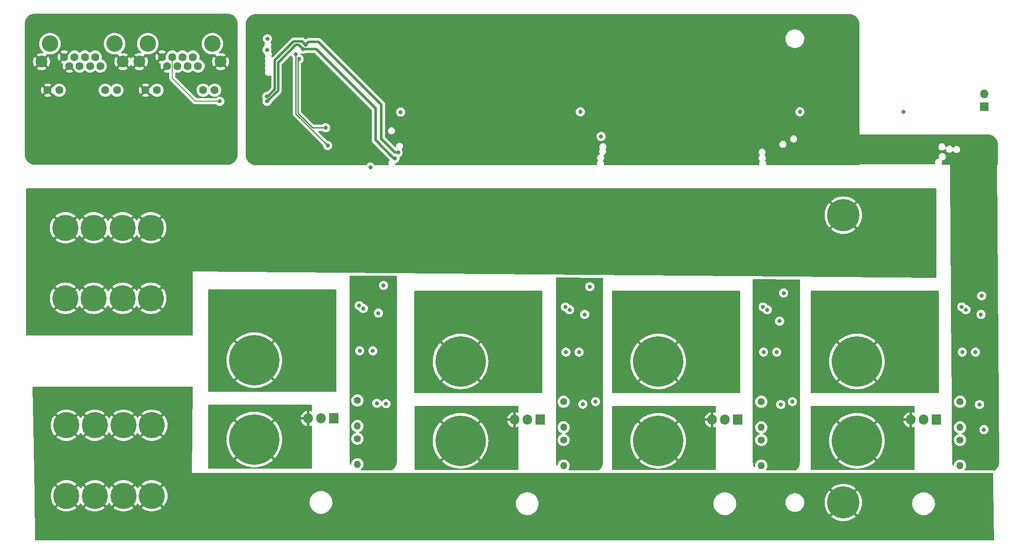
<source format=gbr>
%TF.GenerationSoftware,KiCad,Pcbnew,8.0.3*%
%TF.CreationDate,2024-11-12T13:20:17+01:00*%
%TF.ProjectId,BMU v1,424d5520-7631-42e6-9b69-6361645f7063,rev?*%
%TF.SameCoordinates,Original*%
%TF.FileFunction,Copper,L4,Bot*%
%TF.FilePolarity,Positive*%
%FSLAX46Y46*%
G04 Gerber Fmt 4.6, Leading zero omitted, Abs format (unit mm)*
G04 Created by KiCad (PCBNEW 8.0.3) date 2024-11-12 13:20:17*
%MOMM*%
%LPD*%
G01*
G04 APERTURE LIST*
%TA.AperFunction,ComponentPad*%
%ADD10C,1.400000*%
%TD*%
%TA.AperFunction,ComponentPad*%
%ADD11O,1.400000X1.400000*%
%TD*%
%TA.AperFunction,ComponentPad*%
%ADD12C,10.000000*%
%TD*%
%TA.AperFunction,ComponentPad*%
%ADD13C,5.200000*%
%TD*%
%TA.AperFunction,ComponentPad*%
%ADD14C,0.800000*%
%TD*%
%TA.AperFunction,ComponentPad*%
%ADD15C,6.400000*%
%TD*%
%TA.AperFunction,ComponentPad*%
%ADD16R,1.700000X1.700000*%
%TD*%
%TA.AperFunction,ComponentPad*%
%ADD17O,1.700000X1.700000*%
%TD*%
%TA.AperFunction,ComponentPad*%
%ADD18C,3.250000*%
%TD*%
%TA.AperFunction,ComponentPad*%
%ADD19C,1.600000*%
%TD*%
%TA.AperFunction,ComponentPad*%
%ADD20C,2.350000*%
%TD*%
%TA.AperFunction,ComponentPad*%
%ADD21R,1.905000X2.000000*%
%TD*%
%TA.AperFunction,ComponentPad*%
%ADD22O,1.905000X2.000000*%
%TD*%
%TA.AperFunction,ViaPad*%
%ADD23C,0.800000*%
%TD*%
%TA.AperFunction,Conductor*%
%ADD24C,0.500000*%
%TD*%
%TA.AperFunction,Conductor*%
%ADD25C,0.250000*%
%TD*%
%TA.AperFunction,Conductor*%
%ADD26C,0.200000*%
%TD*%
G04 APERTURE END LIST*
D10*
%TO.P,R7,1*%
%TO.N,/GND_BATT*%
X78333600Y-101752400D03*
D11*
%TO.P,R7,2*%
%TO.N,/batteries1/GATE*%
X78333600Y-106832400D03*
%TD*%
D12*
%TO.P,H8,1,1*%
%TO.N,/batteries4/+BAT_IN*%
X177280000Y-94029000D03*
%TD*%
D13*
%TO.P,J12,1,Pin_1*%
%TO.N,/batteries1/-BATT OUT*%
X20692000Y-106680000D03*
X20692000Y-120680000D03*
%TO.P,J12,2*%
X26292000Y-106680000D03*
X26292000Y-120680000D03*
%TO.P,J12,3*%
X31992000Y-106680000D03*
X31992000Y-120680000D03*
%TO.P,J12,4*%
X37592000Y-106680000D03*
X37592000Y-120680000D03*
%TD*%
D14*
%TO.P,H11,1,1*%
%TO.N,/batteries1/-BATT OUT*%
X172200000Y-122000000D03*
X172902944Y-120302944D03*
X172902944Y-123697056D03*
X174600000Y-119600000D03*
D15*
X174600000Y-122000000D03*
D14*
X174600000Y-124400000D03*
X176297056Y-120302944D03*
X176297056Y-123697056D03*
X177000000Y-122000000D03*
%TD*%
D12*
%TO.P,H4,1,1*%
%TO.N,/batteries4/GND_BAT*%
X177280000Y-109754000D03*
%TD*%
D16*
%TO.P,J3,1,Pin_1*%
%TO.N,+BATT*%
X202500000Y-43500000D03*
D17*
%TO.P,J3,2,Pin_2*%
%TO.N,Net-(J3-Pin_2)*%
X202500000Y-40960000D03*
%TD*%
D10*
%TO.P,R6,1*%
%TO.N,Net-(D2-K)*%
X78333600Y-109339400D03*
D11*
%TO.P,R6,2*%
%TO.N,/batteries1/GATE*%
X78333600Y-114419400D03*
%TD*%
D12*
%TO.P,H1,1,1*%
%TO.N,/GND_BATT*%
X57900000Y-109500000D03*
%TD*%
D10*
%TO.P,R20,1*%
%TO.N,Net-(D10-K)*%
X158343600Y-109593400D03*
D11*
%TO.P,R20,2*%
%TO.N,/batteries3/GATE*%
X158343600Y-114673400D03*
%TD*%
D18*
%TO.P,J1,*%
%TO.N,*%
X17426000Y-30988000D03*
X30226000Y-30988000D03*
D19*
%TO.P,J1,1,1*%
%TO.N,GND1*%
X20256000Y-33638000D03*
%TO.P,J1,2,2*%
X21276000Y-35418000D03*
%TO.P,J1,3,3*%
%TO.N,Net-(U4-SDAA)*%
X22296000Y-33638000D03*
%TO.P,J1,4,4*%
%TO.N,Net-(U4-SCLA)*%
X23316000Y-35418000D03*
%TO.P,J1,5,5*%
%TO.N,VCC*%
X24336000Y-33638000D03*
%TO.P,J1,6,6*%
X25356000Y-35418000D03*
%TO.P,J1,7,7*%
X26376000Y-33638000D03*
%TO.P,J1,8,8*%
X27396000Y-35418000D03*
%TO.P,J1,9,LEDG-*%
%TO.N,GND1*%
X16966000Y-40198000D03*
%TO.P,J1,10,LEDG+*%
%TO.N,Net-(J1-LEDG+)*%
X19256000Y-40198000D03*
%TO.P,J1,11,LEDY-*%
%TO.N,Net-(J1-LEDY-)*%
X28396000Y-40198000D03*
%TO.P,J1,12,LEDY+*%
%TO.N,Net-(J1-LEDY+)*%
X30686000Y-40198000D03*
D20*
%TO.P,J1,13,13*%
%TO.N,GND1*%
X15766000Y-34528000D03*
%TO.P,J1,14,14*%
X31866000Y-34538000D03*
%TD*%
D13*
%TO.P,J11,1,Pin_1*%
%TO.N,+BATT*%
X20500000Y-67500000D03*
X20500000Y-81500000D03*
%TO.P,J11,2*%
X26100000Y-67500000D03*
X26100000Y-81500000D03*
%TO.P,J11,3*%
X31800000Y-67500000D03*
X31800000Y-81500000D03*
%TO.P,J11,4*%
X37400000Y-67500000D03*
X37400000Y-81500000D03*
%TD*%
D10*
%TO.P,R14,1*%
%TO.N,/batteries2/GND_BAT*%
X119195600Y-102006400D03*
D11*
%TO.P,R14,2*%
%TO.N,/batteries2/GATE*%
X119195600Y-107086400D03*
%TD*%
D10*
%TO.P,R13,1*%
%TO.N,Net-(D6-K)*%
X119195600Y-109593400D03*
D11*
%TO.P,R13,2*%
%TO.N,/batteries2/GATE*%
X119195600Y-114673400D03*
%TD*%
D18*
%TO.P,J2,*%
%TO.N,*%
X36797000Y-30988000D03*
X49597000Y-30988000D03*
D19*
%TO.P,J2,1,1*%
%TO.N,GND1*%
X39627000Y-33638000D03*
%TO.P,J2,2,2*%
X40647000Y-35418000D03*
%TO.P,J2,3,3*%
%TO.N,/SCL1*%
X41667000Y-33638000D03*
%TO.P,J2,4,4*%
%TO.N,/SDA1*%
X42687000Y-35418000D03*
%TO.P,J2,5,5*%
%TO.N,VCC*%
X43707000Y-33638000D03*
%TO.P,J2,6,6*%
X44727000Y-35418000D03*
%TO.P,J2,7,7*%
X45747000Y-33638000D03*
%TO.P,J2,8,8*%
X46767000Y-35418000D03*
%TO.P,J2,9,LEDG-*%
%TO.N,GND1*%
X36337000Y-40198000D03*
%TO.P,J2,10,LEDG+*%
%TO.N,Net-(J2-LEDG+)*%
X38627000Y-40198000D03*
%TO.P,J2,11,LEDY-*%
%TO.N,Net-(J2-LEDY-)*%
X47767000Y-40198000D03*
%TO.P,J2,12,LEDY+*%
%TO.N,Net-(J2-LEDY+)*%
X50057000Y-40198000D03*
D20*
%TO.P,J2,13,13*%
%TO.N,GND1*%
X35137000Y-34528000D03*
%TO.P,J2,14,14*%
X51237000Y-34538000D03*
%TD*%
D12*
%TO.P,H3,1,1*%
%TO.N,/batteries3/GND_BAT*%
X137910000Y-109754000D03*
%TD*%
D10*
%TO.P,R40,1*%
%TO.N,Net-(D14-K)*%
X197713600Y-109593400D03*
D11*
%TO.P,R40,2*%
%TO.N,/batteries4/GATE*%
X197713600Y-114673400D03*
%TD*%
D12*
%TO.P,H5,1,1*%
%TO.N,/batteries1/+BAT_IN*%
X57900000Y-93775000D03*
%TD*%
D10*
%TO.P,R21,1*%
%TO.N,/batteries3/GND_BAT*%
X158343600Y-102006400D03*
D11*
%TO.P,R21,2*%
%TO.N,/batteries3/GATE*%
X158343600Y-107086400D03*
%TD*%
D14*
%TO.P,H12,1,1*%
%TO.N,+BATT*%
X172200000Y-65000000D03*
X172902944Y-63302944D03*
X172902944Y-66697056D03*
X174600000Y-62600000D03*
D15*
X174600000Y-65000000D03*
D14*
X174600000Y-67400000D03*
X176297056Y-63302944D03*
X176297056Y-66697056D03*
X177000000Y-65000000D03*
%TD*%
D10*
%TO.P,R41,1*%
%TO.N,/batteries4/GND_BAT*%
X197713600Y-102006400D03*
D11*
%TO.P,R41,2*%
%TO.N,/batteries4/GATE*%
X197713600Y-107086400D03*
%TD*%
D12*
%TO.P,H7,1,1*%
%TO.N,/batteries3/+BAT_IN*%
X137910000Y-94029000D03*
%TD*%
%TO.P,H6,1,1*%
%TO.N,/batteries2/+BAT_IN*%
X98762000Y-94029000D03*
%TD*%
%TO.P,H2,1,1*%
%TO.N,/batteries2/GND_BAT*%
X98762000Y-109754000D03*
%TD*%
D21*
%TO.P,Q5,1,G*%
%TO.N,/batteries1/GATE*%
X73660000Y-105324000D03*
D22*
%TO.P,Q5,2,D*%
%TO.N,/batteries1/-BATT OUT*%
X71120000Y-105324000D03*
%TO.P,Q5,3,S*%
%TO.N,/GND_BATT*%
X68580000Y-105324000D03*
%TD*%
D21*
%TO.P,Q7,1,G*%
%TO.N,/batteries3/GATE*%
X153670000Y-105578000D03*
D22*
%TO.P,Q7,2,D*%
%TO.N,/batteries1/-BATT OUT*%
X151130000Y-105578000D03*
%TO.P,Q7,3,S*%
%TO.N,/batteries3/GND_BAT*%
X148590000Y-105578000D03*
%TD*%
D21*
%TO.P,Q6,1,G*%
%TO.N,/batteries2/GATE*%
X114522000Y-105578000D03*
D22*
%TO.P,Q6,2,D*%
%TO.N,/batteries1/-BATT OUT*%
X111982000Y-105578000D03*
%TO.P,Q6,3,S*%
%TO.N,/batteries2/GND_BAT*%
X109442000Y-105578000D03*
%TD*%
D21*
%TO.P,Q8,1,G*%
%TO.N,/batteries4/GATE*%
X193040000Y-105578000D03*
D22*
%TO.P,Q8,2,D*%
%TO.N,/batteries1/-BATT OUT*%
X190500000Y-105578000D03*
%TO.P,Q8,3,S*%
%TO.N,/batteries4/GND_BAT*%
X187960000Y-105578000D03*
%TD*%
D23*
%TO.N,GND*%
X201200000Y-76600000D03*
X157800000Y-95200000D03*
X157994400Y-86800000D03*
X197200000Y-95200000D03*
X198000000Y-86800000D03*
X118400000Y-95200000D03*
X119400000Y-86800000D03*
%TO.N,GND1*%
X42672000Y-40386000D03*
%TO.N,+3.3V*%
X83515200Y-78943200D03*
X202000000Y-81000000D03*
X124377200Y-79197200D03*
X162778303Y-80446703D03*
%TO.N,GND*%
X124000000Y-47360000D03*
X61722000Y-53340000D03*
X85500000Y-46000000D03*
X61214000Y-50546000D03*
X159512000Y-47244000D03*
X82854800Y-77571600D03*
X78841600Y-86563200D03*
X64514699Y-40133301D03*
X123716800Y-77825600D03*
X77317600Y-97180400D03*
X168200000Y-47000000D03*
X162800000Y-78850000D03*
%TO.N,/BATT_SW1*%
X82194400Y-102311200D03*
%TO.N,/BATT_SW2*%
X126607717Y-49392283D03*
X60407250Y-32220290D03*
X123000000Y-102500000D03*
%TO.N,/GND_BATT*%
X80900000Y-55475000D03*
%TO.N,/BATT_SW4*%
X201574400Y-102565200D03*
X60500000Y-30000000D03*
%TO.N,/BATT_SW3*%
X162204400Y-102565200D03*
%TO.N,/SDA*%
X122243600Y-92169000D03*
X159516319Y-83752816D03*
X198886319Y-83752816D03*
X81381600Y-91915000D03*
X161391600Y-92169000D03*
X68072000Y-31242000D03*
X60371671Y-41437668D03*
X120368319Y-83752816D03*
X200761600Y-92169000D03*
X79506319Y-83498816D03*
X86400000Y-52572891D03*
%TO.N,/batteries1/+BAT_IN*%
X69850000Y-90170000D03*
X64770000Y-95250000D03*
X69850000Y-87630000D03*
X66040000Y-91440000D03*
X72390000Y-87630000D03*
X72390000Y-95250000D03*
X67310000Y-95250000D03*
X67310000Y-97790000D03*
X69850000Y-97790000D03*
X64770000Y-90170000D03*
X72390000Y-97790000D03*
X67310000Y-87630000D03*
X72390000Y-90170000D03*
X71120000Y-96520000D03*
X67310000Y-92710000D03*
X64770000Y-92710000D03*
X71120000Y-93980000D03*
X66040000Y-88900000D03*
X69850000Y-92710000D03*
X64770000Y-87630000D03*
X67310000Y-90170000D03*
X66040000Y-96520000D03*
X66040000Y-93980000D03*
X72390000Y-92710000D03*
X64770000Y-97790000D03*
X71120000Y-91440000D03*
X69850000Y-95250000D03*
X71120000Y-88900000D03*
%TO.N,/SCL*%
X198069200Y-83210400D03*
X78781600Y-91915000D03*
X158699200Y-83210400D03*
X158791600Y-92169000D03*
X198161600Y-92169000D03*
X60452000Y-42418000D03*
X119551200Y-83210400D03*
X85800000Y-53711210D03*
X78689200Y-82956400D03*
X119643600Y-92169000D03*
X67526624Y-32079598D03*
%TO.N,/batteries1/-BATT OUT*%
X86360000Y-121920000D03*
X198120000Y-123444000D03*
X122142000Y-119634000D03*
X81280000Y-124460000D03*
X78740000Y-120650000D03*
X158750000Y-120904000D03*
X58420000Y-124460000D03*
X119602000Y-118364000D03*
X58420000Y-119380000D03*
X48260000Y-119380000D03*
X45720000Y-125730000D03*
X140970000Y-123444000D03*
X60960000Y-123190000D03*
X101822000Y-118364000D03*
X50800000Y-123190000D03*
X96742000Y-123444000D03*
X140970000Y-118364000D03*
X78740000Y-118110000D03*
X133350000Y-119634000D03*
X182880000Y-119634000D03*
X124682000Y-120904000D03*
X86360000Y-124460000D03*
X55880000Y-120650000D03*
X203200000Y-120904000D03*
X104362000Y-124714000D03*
X50800000Y-120650000D03*
X55880000Y-123190000D03*
X99282000Y-124714000D03*
X55880000Y-125730000D03*
X133350000Y-122174000D03*
X48260000Y-121920000D03*
X198120000Y-120904000D03*
X124682000Y-118364000D03*
X133350000Y-124714000D03*
X135890000Y-120904000D03*
X94202000Y-119634000D03*
X180340000Y-123444000D03*
X81280000Y-121920000D03*
X53340000Y-119380000D03*
X50800000Y-118110000D03*
X96742000Y-120904000D03*
X99282000Y-122174000D03*
X135890000Y-123444000D03*
X203200000Y-123444000D03*
X60960000Y-125730000D03*
X45720000Y-123190000D03*
X143510000Y-119634000D03*
X63500000Y-121920000D03*
X63500000Y-119380000D03*
X83820000Y-120650000D03*
X182880000Y-122174000D03*
X83820000Y-118110000D03*
X63500000Y-124460000D03*
X48260000Y-124460000D03*
X99282000Y-119634000D03*
X198120000Y-118364000D03*
X94202000Y-122174000D03*
X58420000Y-121920000D03*
X50800000Y-125730000D03*
X78740000Y-125730000D03*
X124682000Y-123444000D03*
X203200000Y-118364000D03*
X86360000Y-119380000D03*
X122142000Y-122174000D03*
X122142000Y-124714000D03*
X140970000Y-120904000D03*
X104362000Y-119634000D03*
X60960000Y-120650000D03*
X45720000Y-120650000D03*
X138430000Y-124714000D03*
X200660000Y-119634000D03*
X143510000Y-122174000D03*
X119602000Y-120904000D03*
X96742000Y-118364000D03*
X119602000Y-123444000D03*
X135890000Y-118364000D03*
X83820000Y-123190000D03*
X83820000Y-125730000D03*
X78740000Y-123190000D03*
X158750000Y-118364000D03*
X94202000Y-124714000D03*
X143510000Y-124714000D03*
X138430000Y-119634000D03*
X101822000Y-123444000D03*
X200660000Y-122174000D03*
X200660000Y-124714000D03*
X180340000Y-120904000D03*
X158750000Y-123444000D03*
X81280000Y-119380000D03*
X53340000Y-124460000D03*
X182880000Y-124714000D03*
X60960000Y-118110000D03*
X180340000Y-118364000D03*
X45720000Y-118110000D03*
X138430000Y-122174000D03*
X53340000Y-121920000D03*
X55880000Y-118110000D03*
X104362000Y-122174000D03*
X101822000Y-120904000D03*
%TO.N,/PCA_A1*%
X66775000Y-34025000D03*
X72040702Y-47659304D03*
%TO.N,/PCA_A2*%
X66150000Y-33100000D03*
X72450000Y-51200000D03*
%TO.N,/SCL1*%
X51054000Y-42418000D03*
%TO.N,/ALERT_2*%
X123361200Y-84683600D03*
%TO.N,/ALERT_4*%
X201879200Y-84683600D03*
%TO.N,/ALERT_3*%
X161975000Y-86025000D03*
%TO.N,/ALERT_1*%
X82499200Y-84429600D03*
%TO.N,/batteries2/+BAT_IN*%
X113252000Y-98044000D03*
X108172000Y-95504000D03*
X108172000Y-92964000D03*
X108172000Y-98044000D03*
X113252000Y-87884000D03*
X111982000Y-91694000D03*
X110712000Y-90424000D03*
X110712000Y-98044000D03*
X105632000Y-87884000D03*
X106902000Y-94234000D03*
X111982000Y-94234000D03*
X110712000Y-87884000D03*
X105632000Y-98044000D03*
X105632000Y-92964000D03*
X110712000Y-92964000D03*
X105632000Y-95504000D03*
X106902000Y-96774000D03*
X106902000Y-89154000D03*
X113252000Y-95504000D03*
X108172000Y-90424000D03*
X108172000Y-87884000D03*
X113252000Y-92964000D03*
X113252000Y-90424000D03*
X106902000Y-91694000D03*
X111982000Y-89154000D03*
X111982000Y-96774000D03*
X110712000Y-95504000D03*
X105632000Y-90424000D03*
%TO.N,/batteries3/+BAT_IN*%
X147320000Y-90424000D03*
X152400000Y-95504000D03*
X146050000Y-96774000D03*
X152400000Y-92964000D03*
X144780000Y-87884000D03*
X151130000Y-94234000D03*
X149860000Y-90424000D03*
X146050000Y-89154000D03*
X147320000Y-95504000D03*
X144780000Y-92964000D03*
X149860000Y-98044000D03*
X147320000Y-92964000D03*
X151130000Y-96774000D03*
X151130000Y-89154000D03*
X151130000Y-91694000D03*
X152400000Y-87884000D03*
X149860000Y-87884000D03*
X146050000Y-91694000D03*
X144780000Y-98044000D03*
X147320000Y-98044000D03*
X149860000Y-92964000D03*
X144780000Y-90424000D03*
X152400000Y-90424000D03*
X144780000Y-95504000D03*
X152400000Y-98044000D03*
X147320000Y-87884000D03*
X146050000Y-94234000D03*
X149860000Y-95504000D03*
%TO.N,/batteries4/+BAT_IN*%
X191770000Y-92964000D03*
X186690000Y-95504000D03*
X186690000Y-92964000D03*
X190500000Y-89154000D03*
X189230000Y-90424000D03*
X186690000Y-90424000D03*
X191770000Y-98044000D03*
X185420000Y-96774000D03*
X185420000Y-91694000D03*
X190500000Y-96774000D03*
X185420000Y-94234000D03*
X189230000Y-92964000D03*
X189230000Y-95504000D03*
X189230000Y-98044000D03*
X184150000Y-90424000D03*
X184150000Y-92964000D03*
X186690000Y-87884000D03*
X184150000Y-95504000D03*
X191770000Y-95504000D03*
X190500000Y-91694000D03*
X185420000Y-89154000D03*
X191770000Y-87884000D03*
X190500000Y-94234000D03*
X186690000Y-98044000D03*
X191770000Y-90424000D03*
X184150000Y-98044000D03*
X189230000Y-87884000D03*
X184150000Y-87884000D03*
%TO.N,/MANUAL_SW*%
X202449996Y-107538385D03*
X166000000Y-44500000D03*
X86900000Y-44550000D03*
X122500000Y-44500000D03*
X84000000Y-102400000D03*
X125500000Y-102000000D03*
X186500000Y-44500000D03*
X164500000Y-102000000D03*
%TO.N,+BATT*%
X143000000Y-69000000D03*
X97460000Y-67730000D03*
X179460000Y-67730000D03*
X130920000Y-61380000D03*
X117920000Y-61380000D03*
X69850000Y-68580000D03*
X136000000Y-61380000D03*
X110920000Y-69000000D03*
X185920000Y-66460000D03*
X168920000Y-63920000D03*
X168920000Y-66460000D03*
X123000000Y-69000000D03*
X77470000Y-64770000D03*
X67310000Y-64770000D03*
X44450000Y-63500000D03*
X74930000Y-66040000D03*
X69850000Y-66040000D03*
X113460000Y-67730000D03*
X54610000Y-60960000D03*
X110920000Y-61380000D03*
X54610000Y-66040000D03*
X116000000Y-63920000D03*
X100000000Y-66460000D03*
X102920000Y-63920000D03*
X179460000Y-62650000D03*
X116000000Y-66460000D03*
X67310000Y-62230000D03*
X59690000Y-66040000D03*
X46990000Y-62230000D03*
X44450000Y-68580000D03*
X46990000Y-64770000D03*
X188460000Y-67730000D03*
X191000000Y-69000000D03*
X88900000Y-63500000D03*
X153920000Y-69000000D03*
X133460000Y-62650000D03*
X113460000Y-62650000D03*
X151000000Y-66460000D03*
X108000000Y-61380000D03*
X136000000Y-69000000D03*
X188460000Y-62650000D03*
X140460000Y-67730000D03*
X97460000Y-62650000D03*
X185920000Y-69000000D03*
X145920000Y-61380000D03*
X52070000Y-62230000D03*
X80010000Y-60960000D03*
X182000000Y-66460000D03*
X185920000Y-61380000D03*
X77470000Y-62230000D03*
X72390000Y-62230000D03*
X57150000Y-62230000D03*
X82550000Y-62230000D03*
X100000000Y-63920000D03*
X82550000Y-64770000D03*
X64770000Y-68580000D03*
X80010000Y-66040000D03*
X91440000Y-64770000D03*
X57150000Y-67310000D03*
X62230000Y-67310000D03*
X123000000Y-63920000D03*
X100000000Y-61380000D03*
X105460000Y-65190000D03*
X136000000Y-63920000D03*
X74930000Y-68580000D03*
X44450000Y-66040000D03*
X72390000Y-67310000D03*
X59690000Y-63500000D03*
X145920000Y-63920000D03*
X64770000Y-60960000D03*
X182000000Y-63920000D03*
X148460000Y-67730000D03*
X77470000Y-67310000D03*
X148460000Y-65190000D03*
X130920000Y-66460000D03*
X191000000Y-63920000D03*
X133460000Y-67730000D03*
X137920000Y-63920000D03*
X133460000Y-65190000D03*
X49530000Y-60960000D03*
X44450000Y-60960000D03*
X52070000Y-67310000D03*
X130920000Y-69000000D03*
X156460000Y-67730000D03*
X151000000Y-63920000D03*
X64770000Y-66040000D03*
X64770000Y-63500000D03*
X59690000Y-68580000D03*
X137920000Y-66460000D03*
X123000000Y-61380000D03*
X110920000Y-66460000D03*
X74930000Y-63500000D03*
X143000000Y-63920000D03*
X116000000Y-61380000D03*
X156460000Y-65190000D03*
X100000000Y-69000000D03*
X49530000Y-68580000D03*
X94920000Y-66460000D03*
X120460000Y-65190000D03*
X69850000Y-63500000D03*
X67310000Y-67310000D03*
X82550000Y-67310000D03*
X182000000Y-61380000D03*
X123000000Y-66460000D03*
X91440000Y-62230000D03*
X54610000Y-63500000D03*
X108000000Y-69000000D03*
X140460000Y-65190000D03*
X94920000Y-61380000D03*
X143000000Y-61380000D03*
X105460000Y-62650000D03*
X94920000Y-63920000D03*
X145920000Y-66460000D03*
X117920000Y-66460000D03*
X117920000Y-69000000D03*
X102920000Y-66460000D03*
X145920000Y-69000000D03*
X137920000Y-61380000D03*
X46990000Y-67310000D03*
X91440000Y-67310000D03*
X97460000Y-65190000D03*
X108000000Y-66460000D03*
X140460000Y-62650000D03*
X62230000Y-64770000D03*
X179460000Y-65190000D03*
X108000000Y-63920000D03*
X191000000Y-66460000D03*
X153920000Y-61380000D03*
X156460000Y-62650000D03*
X151000000Y-69000000D03*
X52070000Y-64770000D03*
X88900000Y-68580000D03*
X137920000Y-69000000D03*
X102920000Y-61380000D03*
X80010000Y-63500000D03*
X168920000Y-69000000D03*
X113460000Y-65190000D03*
X117920000Y-63920000D03*
X105460000Y-67730000D03*
X62230000Y-62230000D03*
X88900000Y-66040000D03*
X74930000Y-60960000D03*
X54610000Y-68580000D03*
X188460000Y-65190000D03*
X120460000Y-67730000D03*
X191000000Y-61380000D03*
X57150000Y-64770000D03*
X168920000Y-61380000D03*
X80010000Y-68580000D03*
X94920000Y-69000000D03*
X72390000Y-64770000D03*
X49530000Y-66040000D03*
X148460000Y-62650000D03*
X59690000Y-60960000D03*
X151000000Y-61380000D03*
X185920000Y-63920000D03*
X153920000Y-66460000D03*
X116000000Y-69000000D03*
X130920000Y-63920000D03*
X102920000Y-69000000D03*
X110920000Y-63920000D03*
X49530000Y-63500000D03*
X143000000Y-66460000D03*
X182000000Y-69000000D03*
X153920000Y-63920000D03*
X120460000Y-62650000D03*
X88900000Y-60960000D03*
X136000000Y-66460000D03*
X69850000Y-60960000D03*
%TD*%
D24*
%TO.N,/SDA*%
X85802230Y-52572891D02*
X86400000Y-52572891D01*
X65710452Y-30525000D02*
X67355000Y-30525000D01*
X60583804Y-41437668D02*
X62008445Y-40013027D01*
X62008445Y-40013027D02*
X62008445Y-34227007D01*
X62008445Y-34227007D02*
X65710452Y-30525000D01*
X83070000Y-49840661D02*
X85802230Y-52572891D01*
X60371671Y-41437668D02*
X60583804Y-41437668D01*
X68689000Y-30625000D02*
X70630000Y-30625000D01*
X68072000Y-31242000D02*
X68689000Y-30625000D01*
X70630000Y-30625000D02*
X83070000Y-43065000D01*
X83070000Y-43065000D02*
X83070000Y-49840661D01*
X67355000Y-30525000D02*
X68072000Y-31242000D01*
%TO.N,/SCL*%
X67526624Y-32079598D02*
X70179598Y-32079598D01*
X62608445Y-34743394D02*
X66126839Y-31225000D01*
X66672026Y-31225000D02*
X67526624Y-32079598D01*
X66126839Y-31225000D02*
X66672026Y-31225000D01*
X62608445Y-40261555D02*
X62608445Y-34743394D01*
X81915000Y-50111559D02*
X85514651Y-53711210D01*
X81915000Y-43815000D02*
X81915000Y-50111559D01*
X60452000Y-42418000D02*
X62608445Y-40261555D01*
X85514651Y-53711210D02*
X85800000Y-53711210D01*
X70179598Y-32079598D02*
X81915000Y-43815000D01*
D25*
%TO.N,/PCA_A1*%
X66775000Y-34025000D02*
X66500000Y-34300000D01*
X69404278Y-47659304D02*
X72040702Y-47659304D01*
X66500000Y-34300000D02*
X66500000Y-44755026D01*
X66500000Y-44755026D02*
X69404278Y-47659304D01*
%TO.N,/PCA_A2*%
X72450000Y-51200000D02*
X66150000Y-44900000D01*
X66150000Y-44900000D02*
X66150000Y-33100000D01*
D26*
%TO.N,/SCL1*%
X46228000Y-42418000D02*
X41667000Y-37857000D01*
X51054000Y-42418000D02*
X46228000Y-42418000D01*
X41667000Y-37857000D02*
X41667000Y-33638000D01*
%TD*%
%TA.AperFunction,Conductor*%
%TO.N,GND*%
G36*
X204569099Y-49527657D02*
G01*
X204732519Y-49691346D01*
X204744079Y-49704707D01*
X204904143Y-49918830D01*
X204913689Y-49933703D01*
X205004286Y-50099824D01*
X205041686Y-55071835D01*
X205041686Y-55071837D01*
X205041685Y-55071842D01*
X205484726Y-113969503D01*
X205484472Y-113978424D01*
X205466801Y-114252150D01*
X205464375Y-114269823D01*
X205408536Y-114533811D01*
X205403599Y-114550951D01*
X205310465Y-114804188D01*
X205303120Y-114820443D01*
X205174614Y-115057699D01*
X205165012Y-115072733D01*
X205003793Y-115289095D01*
X204992134Y-115302595D01*
X204801536Y-115493592D01*
X204788060Y-115505279D01*
X204572037Y-115666945D01*
X204557024Y-115676578D01*
X204522246Y-115695509D01*
X204453954Y-115710271D01*
X204411450Y-115699393D01*
X204357302Y-115674664D01*
X204357297Y-115674662D01*
X204357296Y-115674662D01*
X204290257Y-115654977D01*
X204290259Y-115654977D01*
X204290254Y-115654976D01*
X204242781Y-115648150D01*
X204147837Y-115634500D01*
X204147835Y-115634500D01*
X198741190Y-115634500D01*
X198674151Y-115614815D01*
X198628396Y-115562011D01*
X198618452Y-115492853D01*
X198642236Y-115435773D01*
X198738656Y-115308091D01*
X198738658Y-115308089D01*
X198837829Y-115108928D01*
X198898715Y-114894936D01*
X198919243Y-114673400D01*
X198898715Y-114451864D01*
X198837829Y-114237872D01*
X198837824Y-114237861D01*
X198738661Y-114038716D01*
X198738656Y-114038708D01*
X198604579Y-113861161D01*
X198440162Y-113711276D01*
X198440160Y-113711274D01*
X198251004Y-113594154D01*
X198250998Y-113594152D01*
X198043540Y-113513782D01*
X197824843Y-113472900D01*
X197602357Y-113472900D01*
X197383660Y-113513782D01*
X197252464Y-113564607D01*
X197176201Y-113594152D01*
X197176195Y-113594154D01*
X196987039Y-113711274D01*
X196987037Y-113711276D01*
X196822620Y-113861161D01*
X196688543Y-114038708D01*
X196688538Y-114038716D01*
X196589375Y-114237861D01*
X196589369Y-114237876D01*
X196528485Y-114451862D01*
X196528485Y-114451864D01*
X196512399Y-114625454D01*
X196486613Y-114690391D01*
X196429812Y-114731078D01*
X196360031Y-114734598D01*
X196299425Y-114699832D01*
X196272946Y-114657877D01*
X196232506Y-114550951D01*
X196228952Y-114541553D01*
X196223928Y-114524766D01*
X196166012Y-114265719D01*
X196163408Y-114248383D01*
X196162582Y-114237861D01*
X196142290Y-113979350D01*
X196141917Y-113970631D01*
X196090133Y-107086399D01*
X196507957Y-107086399D01*
X196507957Y-107086400D01*
X196528484Y-107307935D01*
X196528485Y-107307937D01*
X196589369Y-107521923D01*
X196589375Y-107521938D01*
X196688538Y-107721083D01*
X196688543Y-107721091D01*
X196822620Y-107898638D01*
X196987037Y-108048523D01*
X196987039Y-108048525D01*
X197176195Y-108165645D01*
X197176201Y-108165648D01*
X197176204Y-108165649D01*
X197327532Y-108224273D01*
X197382932Y-108266846D01*
X197406523Y-108332613D01*
X197390812Y-108400693D01*
X197340788Y-108449472D01*
X197327537Y-108455523D01*
X197286174Y-108471548D01*
X197176201Y-108514151D01*
X197176195Y-108514154D01*
X196987039Y-108631274D01*
X196987037Y-108631276D01*
X196822620Y-108781161D01*
X196688543Y-108958708D01*
X196688538Y-108958716D01*
X196589375Y-109157861D01*
X196589369Y-109157876D01*
X196528485Y-109371862D01*
X196528484Y-109371864D01*
X196507957Y-109593399D01*
X196507957Y-109593400D01*
X196528484Y-109814935D01*
X196528485Y-109814937D01*
X196589369Y-110028923D01*
X196589375Y-110028938D01*
X196688538Y-110228083D01*
X196688543Y-110228091D01*
X196822620Y-110405638D01*
X196987037Y-110555523D01*
X196987039Y-110555525D01*
X197176195Y-110672645D01*
X197176196Y-110672645D01*
X197176199Y-110672647D01*
X197383660Y-110753018D01*
X197602357Y-110793900D01*
X197602359Y-110793900D01*
X197824841Y-110793900D01*
X197824843Y-110793900D01*
X198043540Y-110753018D01*
X198251001Y-110672647D01*
X198440162Y-110555524D01*
X198604581Y-110405636D01*
X198738658Y-110228089D01*
X198837829Y-110028928D01*
X198898715Y-109814936D01*
X198919243Y-109593400D01*
X198898715Y-109371864D01*
X198837829Y-109157872D01*
X198837824Y-109157861D01*
X198738661Y-108958716D01*
X198738656Y-108958708D01*
X198604579Y-108781161D01*
X198440162Y-108631276D01*
X198440160Y-108631274D01*
X198251004Y-108514154D01*
X198250995Y-108514150D01*
X198161026Y-108479296D01*
X198099667Y-108455526D01*
X198044267Y-108412954D01*
X198020676Y-108347188D01*
X198036387Y-108279107D01*
X198086411Y-108230328D01*
X198099662Y-108224276D01*
X198251001Y-108165647D01*
X198440162Y-108048524D01*
X198604581Y-107898636D01*
X198738658Y-107721089D01*
X198829634Y-107538385D01*
X201544536Y-107538385D01*
X201564322Y-107726641D01*
X201564323Y-107726644D01*
X201622814Y-107906662D01*
X201622817Y-107906669D01*
X201717463Y-108070601D01*
X201803043Y-108165647D01*
X201844125Y-108211273D01*
X201997261Y-108322533D01*
X201997266Y-108322536D01*
X202170188Y-108399527D01*
X202170193Y-108399529D01*
X202355350Y-108438885D01*
X202355351Y-108438885D01*
X202544640Y-108438885D01*
X202544642Y-108438885D01*
X202729799Y-108399529D01*
X202902726Y-108322536D01*
X203055867Y-108211273D01*
X203182529Y-108070601D01*
X203277175Y-107906669D01*
X203335670Y-107726641D01*
X203355456Y-107538385D01*
X203335670Y-107350129D01*
X203277175Y-107170101D01*
X203182529Y-107006169D01*
X203055867Y-106865497D01*
X203054993Y-106864862D01*
X202902730Y-106754236D01*
X202902725Y-106754233D01*
X202729803Y-106677242D01*
X202729798Y-106677240D01*
X202583997Y-106646250D01*
X202544642Y-106637885D01*
X202355350Y-106637885D01*
X202322893Y-106644783D01*
X202170193Y-106677240D01*
X202170188Y-106677242D01*
X201997266Y-106754233D01*
X201997261Y-106754236D01*
X201844125Y-106865496D01*
X201717462Y-107006170D01*
X201622817Y-107170100D01*
X201622814Y-107170107D01*
X201578031Y-107307936D01*
X201564322Y-107350129D01*
X201544536Y-107538385D01*
X198829634Y-107538385D01*
X198837829Y-107521928D01*
X198898715Y-107307936D01*
X198919243Y-107086400D01*
X198898715Y-106864864D01*
X198837829Y-106650872D01*
X198837824Y-106650861D01*
X198738661Y-106451716D01*
X198738656Y-106451708D01*
X198604579Y-106274161D01*
X198440162Y-106124276D01*
X198440160Y-106124274D01*
X198251004Y-106007154D01*
X198250998Y-106007152D01*
X198043540Y-105926782D01*
X197824843Y-105885900D01*
X197602357Y-105885900D01*
X197383660Y-105926782D01*
X197252464Y-105977607D01*
X197176201Y-106007152D01*
X197176195Y-106007154D01*
X196987039Y-106124274D01*
X196987037Y-106124276D01*
X196822620Y-106274161D01*
X196688543Y-106451708D01*
X196688538Y-106451716D01*
X196589375Y-106650861D01*
X196589369Y-106650876D01*
X196528485Y-106864862D01*
X196528484Y-106864864D01*
X196507957Y-107086399D01*
X196090133Y-107086399D01*
X196051920Y-102006399D01*
X196507957Y-102006399D01*
X196507957Y-102006400D01*
X196528484Y-102227935D01*
X196528485Y-102227937D01*
X196589369Y-102441923D01*
X196589375Y-102441938D01*
X196688538Y-102641083D01*
X196688543Y-102641091D01*
X196822620Y-102818638D01*
X196987037Y-102968523D01*
X196987039Y-102968525D01*
X197176195Y-103085645D01*
X197176196Y-103085645D01*
X197176199Y-103085647D01*
X197383660Y-103166018D01*
X197602357Y-103206900D01*
X197602359Y-103206900D01*
X197824841Y-103206900D01*
X197824843Y-103206900D01*
X198043540Y-103166018D01*
X198251001Y-103085647D01*
X198440162Y-102968524D01*
X198604581Y-102818636D01*
X198738658Y-102641089D01*
X198776446Y-102565200D01*
X200668940Y-102565200D01*
X200688726Y-102753456D01*
X200688727Y-102753459D01*
X200747218Y-102933477D01*
X200747221Y-102933484D01*
X200841867Y-103097416D01*
X200903636Y-103166017D01*
X200968529Y-103238088D01*
X201121665Y-103349348D01*
X201121670Y-103349351D01*
X201294592Y-103426342D01*
X201294597Y-103426344D01*
X201479754Y-103465700D01*
X201479755Y-103465700D01*
X201669044Y-103465700D01*
X201669046Y-103465700D01*
X201854203Y-103426344D01*
X202027130Y-103349351D01*
X202180271Y-103238088D01*
X202306933Y-103097416D01*
X202401579Y-102933484D01*
X202460074Y-102753456D01*
X202479860Y-102565200D01*
X202460074Y-102376944D01*
X202401579Y-102196916D01*
X202306933Y-102032984D01*
X202180271Y-101892312D01*
X202180270Y-101892311D01*
X202027134Y-101781051D01*
X202027129Y-101781048D01*
X201854207Y-101704057D01*
X201854202Y-101704055D01*
X201708401Y-101673065D01*
X201669046Y-101664700D01*
X201479754Y-101664700D01*
X201447297Y-101671598D01*
X201294597Y-101704055D01*
X201294592Y-101704057D01*
X201121670Y-101781048D01*
X201121665Y-101781051D01*
X200968529Y-101892311D01*
X200841866Y-102032985D01*
X200747221Y-102196915D01*
X200747218Y-102196922D01*
X200688727Y-102376940D01*
X200688726Y-102376944D01*
X200668940Y-102565200D01*
X198776446Y-102565200D01*
X198837829Y-102441928D01*
X198898715Y-102227936D01*
X198919243Y-102006400D01*
X198898715Y-101784864D01*
X198837829Y-101570872D01*
X198837824Y-101570861D01*
X198738661Y-101371716D01*
X198738656Y-101371708D01*
X198604579Y-101194161D01*
X198440162Y-101044276D01*
X198440160Y-101044274D01*
X198251004Y-100927154D01*
X198250998Y-100927152D01*
X198043540Y-100846782D01*
X197824843Y-100805900D01*
X197602357Y-100805900D01*
X197383660Y-100846782D01*
X197252464Y-100897607D01*
X197176201Y-100927152D01*
X197176195Y-100927154D01*
X196987039Y-101044274D01*
X196987037Y-101044276D01*
X196822620Y-101194161D01*
X196688543Y-101371708D01*
X196688538Y-101371716D01*
X196589375Y-101570861D01*
X196589369Y-101570876D01*
X196528485Y-101784862D01*
X196528484Y-101784864D01*
X196507957Y-102006399D01*
X196051920Y-102006399D01*
X195977921Y-92169000D01*
X197256140Y-92169000D01*
X197275926Y-92357256D01*
X197275927Y-92357259D01*
X197334418Y-92537277D01*
X197334421Y-92537284D01*
X197429067Y-92701216D01*
X197555729Y-92841888D01*
X197708865Y-92953148D01*
X197708870Y-92953151D01*
X197881792Y-93030142D01*
X197881797Y-93030144D01*
X198066954Y-93069500D01*
X198066955Y-93069500D01*
X198256244Y-93069500D01*
X198256246Y-93069500D01*
X198441403Y-93030144D01*
X198614330Y-92953151D01*
X198767471Y-92841888D01*
X198894133Y-92701216D01*
X198988779Y-92537284D01*
X199047274Y-92357256D01*
X199067060Y-92169000D01*
X199856140Y-92169000D01*
X199875926Y-92357256D01*
X199875927Y-92357259D01*
X199934418Y-92537277D01*
X199934421Y-92537284D01*
X200029067Y-92701216D01*
X200155729Y-92841888D01*
X200308865Y-92953148D01*
X200308870Y-92953151D01*
X200481792Y-93030142D01*
X200481797Y-93030144D01*
X200666954Y-93069500D01*
X200666955Y-93069500D01*
X200856244Y-93069500D01*
X200856246Y-93069500D01*
X201041403Y-93030144D01*
X201214330Y-92953151D01*
X201367471Y-92841888D01*
X201494133Y-92701216D01*
X201588779Y-92537284D01*
X201647274Y-92357256D01*
X201667060Y-92169000D01*
X201647274Y-91980744D01*
X201588779Y-91800716D01*
X201494133Y-91636784D01*
X201367471Y-91496112D01*
X201367470Y-91496111D01*
X201214334Y-91384851D01*
X201214329Y-91384848D01*
X201041407Y-91307857D01*
X201041402Y-91307855D01*
X200895601Y-91276865D01*
X200856246Y-91268500D01*
X200666954Y-91268500D01*
X200634497Y-91275398D01*
X200481797Y-91307855D01*
X200481792Y-91307857D01*
X200308870Y-91384848D01*
X200308865Y-91384851D01*
X200155729Y-91496111D01*
X200029066Y-91636785D01*
X199934421Y-91800715D01*
X199934418Y-91800722D01*
X199875927Y-91980740D01*
X199875926Y-91980744D01*
X199856140Y-92169000D01*
X199067060Y-92169000D01*
X199047274Y-91980744D01*
X198988779Y-91800716D01*
X198894133Y-91636784D01*
X198767471Y-91496112D01*
X198767470Y-91496111D01*
X198614334Y-91384851D01*
X198614329Y-91384848D01*
X198441407Y-91307857D01*
X198441402Y-91307855D01*
X198295601Y-91276865D01*
X198256246Y-91268500D01*
X198066954Y-91268500D01*
X198034497Y-91275398D01*
X197881797Y-91307855D01*
X197881792Y-91307857D01*
X197708870Y-91384848D01*
X197708865Y-91384851D01*
X197555729Y-91496111D01*
X197429066Y-91636785D01*
X197334421Y-91800715D01*
X197334418Y-91800722D01*
X197275927Y-91980740D01*
X197275926Y-91980744D01*
X197256140Y-92169000D01*
X195977921Y-92169000D01*
X195921615Y-84683600D01*
X200973740Y-84683600D01*
X200993526Y-84871856D01*
X200993527Y-84871859D01*
X201052018Y-85051877D01*
X201052021Y-85051884D01*
X201146667Y-85215816D01*
X201273329Y-85356488D01*
X201426465Y-85467748D01*
X201426470Y-85467751D01*
X201599392Y-85544742D01*
X201599397Y-85544744D01*
X201784554Y-85584100D01*
X201784555Y-85584100D01*
X201973844Y-85584100D01*
X201973846Y-85584100D01*
X202159003Y-85544744D01*
X202331930Y-85467751D01*
X202485071Y-85356488D01*
X202611733Y-85215816D01*
X202706379Y-85051884D01*
X202764874Y-84871856D01*
X202784660Y-84683600D01*
X202764874Y-84495344D01*
X202706379Y-84315316D01*
X202611733Y-84151384D01*
X202485071Y-84010712D01*
X202485070Y-84010711D01*
X202331934Y-83899451D01*
X202331929Y-83899448D01*
X202159007Y-83822457D01*
X202159002Y-83822455D01*
X202013201Y-83791465D01*
X201973846Y-83783100D01*
X201784554Y-83783100D01*
X201752097Y-83789998D01*
X201599397Y-83822455D01*
X201599392Y-83822457D01*
X201426470Y-83899448D01*
X201426465Y-83899451D01*
X201273329Y-84010711D01*
X201146666Y-84151385D01*
X201052021Y-84315315D01*
X201052018Y-84315322D01*
X200993527Y-84495340D01*
X200993526Y-84495344D01*
X200973740Y-84683600D01*
X195921615Y-84683600D01*
X195910533Y-83210400D01*
X197163740Y-83210400D01*
X197183526Y-83398656D01*
X197183527Y-83398659D01*
X197242018Y-83578677D01*
X197242021Y-83578684D01*
X197336667Y-83742616D01*
X197463329Y-83883288D01*
X197616465Y-83994548D01*
X197616470Y-83994551D01*
X197789392Y-84071542D01*
X197789397Y-84071544D01*
X197974554Y-84110900D01*
X197981659Y-84110900D01*
X198048698Y-84130585D01*
X198089046Y-84172900D01*
X198153785Y-84285030D01*
X198153784Y-84285030D01*
X198280448Y-84425704D01*
X198433584Y-84536964D01*
X198433589Y-84536967D01*
X198606511Y-84613958D01*
X198606516Y-84613960D01*
X198791673Y-84653316D01*
X198791674Y-84653316D01*
X198980963Y-84653316D01*
X198980965Y-84653316D01*
X199166122Y-84613960D01*
X199339049Y-84536967D01*
X199492190Y-84425704D01*
X199618852Y-84285032D01*
X199713498Y-84121100D01*
X199771993Y-83941072D01*
X199791779Y-83752816D01*
X199771993Y-83564560D01*
X199713498Y-83384532D01*
X199618852Y-83220600D01*
X199492190Y-83079928D01*
X199492189Y-83079927D01*
X199339053Y-82968667D01*
X199339048Y-82968664D01*
X199166126Y-82891673D01*
X199166121Y-82891671D01*
X199020320Y-82860681D01*
X198980965Y-82852316D01*
X198980964Y-82852316D01*
X198973860Y-82852316D01*
X198906821Y-82832631D01*
X198866473Y-82790316D01*
X198831326Y-82729440D01*
X198801733Y-82678184D01*
X198675071Y-82537512D01*
X198675070Y-82537511D01*
X198521934Y-82426251D01*
X198521929Y-82426248D01*
X198349007Y-82349257D01*
X198349002Y-82349255D01*
X198203201Y-82318265D01*
X198163846Y-82309900D01*
X197974554Y-82309900D01*
X197942097Y-82316798D01*
X197789397Y-82349255D01*
X197789392Y-82349257D01*
X197616470Y-82426248D01*
X197616465Y-82426251D01*
X197463329Y-82537511D01*
X197336666Y-82678185D01*
X197242021Y-82842115D01*
X197242018Y-82842122D01*
X197183527Y-83022140D01*
X197183526Y-83022144D01*
X197163740Y-83210400D01*
X195910533Y-83210400D01*
X195893906Y-81000000D01*
X201094540Y-81000000D01*
X201114326Y-81188256D01*
X201114327Y-81188259D01*
X201172818Y-81368277D01*
X201172821Y-81368284D01*
X201267467Y-81532216D01*
X201394129Y-81672888D01*
X201547265Y-81784148D01*
X201547270Y-81784151D01*
X201720192Y-81861142D01*
X201720197Y-81861144D01*
X201905354Y-81900500D01*
X201905355Y-81900500D01*
X202094644Y-81900500D01*
X202094646Y-81900500D01*
X202279803Y-81861144D01*
X202452730Y-81784151D01*
X202605871Y-81672888D01*
X202732533Y-81532216D01*
X202827179Y-81368284D01*
X202885674Y-81188256D01*
X202905460Y-81000000D01*
X202885674Y-80811744D01*
X202827179Y-80631716D01*
X202732533Y-80467784D01*
X202605871Y-80327112D01*
X202605870Y-80327111D01*
X202452734Y-80215851D01*
X202452729Y-80215848D01*
X202279807Y-80138857D01*
X202279802Y-80138855D01*
X202134001Y-80107865D01*
X202094646Y-80099500D01*
X201905354Y-80099500D01*
X201872897Y-80106398D01*
X201720197Y-80138855D01*
X201720192Y-80138857D01*
X201547270Y-80215848D01*
X201547265Y-80215851D01*
X201394129Y-80327111D01*
X201267466Y-80467785D01*
X201172821Y-80631715D01*
X201172818Y-80631722D01*
X201114327Y-80811740D01*
X201114326Y-80811744D01*
X201094540Y-81000000D01*
X195893906Y-81000000D01*
X195712963Y-56945487D01*
X195712962Y-56945484D01*
X195680450Y-52623336D01*
X195713679Y-52623336D01*
X195878848Y-52582626D01*
X195958315Y-52540917D01*
X196029472Y-52503572D01*
X196029473Y-52503570D01*
X196029475Y-52503570D01*
X196156806Y-52390765D01*
X196215458Y-52305792D01*
X196269740Y-52261804D01*
X196339188Y-52254144D01*
X196401753Y-52285247D01*
X196419555Y-52305792D01*
X196507110Y-52432636D01*
X196612798Y-52526267D01*
X196634443Y-52545443D01*
X196782856Y-52623336D01*
X196785068Y-52624497D01*
X196950237Y-52665207D01*
X197120349Y-52665207D01*
X197285518Y-52624497D01*
X197365298Y-52582625D01*
X197436142Y-52545443D01*
X197436143Y-52545441D01*
X197436145Y-52545441D01*
X197563476Y-52432636D01*
X197660111Y-52292637D01*
X197720433Y-52133579D01*
X197740938Y-51964707D01*
X197720433Y-51795835D01*
X197660111Y-51636777D01*
X197563476Y-51496778D01*
X197436145Y-51383973D01*
X197436142Y-51383970D01*
X197285519Y-51304917D01*
X197120349Y-51264207D01*
X196950237Y-51264207D01*
X196785066Y-51304917D01*
X196634443Y-51383970D01*
X196507108Y-51496779D01*
X196448457Y-51581749D01*
X196394174Y-51625739D01*
X196324725Y-51633398D01*
X196262161Y-51602294D01*
X196244359Y-51581749D01*
X196156806Y-51454907D01*
X196076738Y-51383973D01*
X196029472Y-51342099D01*
X195878849Y-51263046D01*
X195713679Y-51222336D01*
X195669912Y-51222336D01*
X195656800Y-49479200D01*
X204569099Y-49527657D01*
G37*
%TD.AperFunction*%
%TD*%
%TA.AperFunction,Conductor*%
%TO.N,GND*%
G36*
X86020270Y-77052933D02*
G01*
X86087136Y-77073194D01*
X86132434Y-77126391D01*
X86143200Y-77176928D01*
X86143200Y-113865449D01*
X86142882Y-113874326D01*
X86123339Y-114146626D01*
X86120804Y-114164197D01*
X86063525Y-114426566D01*
X86058506Y-114443595D01*
X85964350Y-114695088D01*
X85956951Y-114711226D01*
X85827846Y-114946695D01*
X85818219Y-114961611D01*
X85656806Y-115176237D01*
X85645147Y-115189625D01*
X85454741Y-115378999D01*
X85441295Y-115390580D01*
X85267786Y-115519600D01*
X85225798Y-115550822D01*
X85210831Y-115560367D01*
X85101483Y-115619551D01*
X85042459Y-115634500D01*
X79087407Y-115634500D01*
X79020368Y-115614815D01*
X78974613Y-115562011D01*
X78964669Y-115492853D01*
X78993694Y-115429297D01*
X79022129Y-115405073D01*
X79023975Y-115403929D01*
X79060162Y-115381524D01*
X79224581Y-115231636D01*
X79358658Y-115054089D01*
X79457829Y-114854928D01*
X79518715Y-114640936D01*
X79539243Y-114419400D01*
X79518715Y-114197864D01*
X79457829Y-113983872D01*
X79457824Y-113983861D01*
X79358661Y-113784716D01*
X79358656Y-113784708D01*
X79224579Y-113607161D01*
X79060162Y-113457276D01*
X79060160Y-113457274D01*
X78871004Y-113340154D01*
X78870998Y-113340152D01*
X78663540Y-113259782D01*
X78444843Y-113218900D01*
X78222357Y-113218900D01*
X78003660Y-113259782D01*
X77872464Y-113310607D01*
X77796201Y-113340152D01*
X77796195Y-113340154D01*
X77607039Y-113457274D01*
X77607037Y-113457276D01*
X77442620Y-113607161D01*
X77308543Y-113784708D01*
X77308538Y-113784716D01*
X77209375Y-113983861D01*
X77209369Y-113983876D01*
X77148485Y-114197862D01*
X77148484Y-114197864D01*
X77130016Y-114397177D01*
X77104230Y-114462114D01*
X77047429Y-114502802D01*
X76977648Y-114506322D01*
X76917042Y-114471557D01*
X76890311Y-114428930D01*
X76883533Y-114410688D01*
X76878586Y-114393777D01*
X76836120Y-114197864D01*
X76822087Y-114133123D01*
X76819588Y-114115677D01*
X76800314Y-113845249D01*
X76800000Y-113836434D01*
X76800000Y-106832399D01*
X77127957Y-106832399D01*
X77127957Y-106832400D01*
X77148484Y-107053935D01*
X77148485Y-107053937D01*
X77209369Y-107267923D01*
X77209375Y-107267938D01*
X77308538Y-107467083D01*
X77308543Y-107467091D01*
X77442620Y-107644638D01*
X77607037Y-107794523D01*
X77607039Y-107794525D01*
X77796195Y-107911645D01*
X77796201Y-107911648D01*
X77796204Y-107911649D01*
X77947532Y-107970273D01*
X78002932Y-108012846D01*
X78026523Y-108078613D01*
X78010812Y-108146693D01*
X77960788Y-108195472D01*
X77947537Y-108201523D01*
X77906174Y-108217548D01*
X77796201Y-108260151D01*
X77796195Y-108260154D01*
X77607039Y-108377274D01*
X77607037Y-108377276D01*
X77442620Y-108527161D01*
X77308543Y-108704708D01*
X77308538Y-108704716D01*
X77209375Y-108903861D01*
X77209369Y-108903876D01*
X77148485Y-109117862D01*
X77148484Y-109117864D01*
X77127957Y-109339399D01*
X77127957Y-109339400D01*
X77148484Y-109560935D01*
X77148485Y-109560937D01*
X77209369Y-109774923D01*
X77209375Y-109774938D01*
X77308538Y-109974083D01*
X77308543Y-109974091D01*
X77442620Y-110151638D01*
X77607037Y-110301523D01*
X77607039Y-110301525D01*
X77796195Y-110418645D01*
X77796196Y-110418645D01*
X77796199Y-110418647D01*
X78003660Y-110499018D01*
X78222357Y-110539900D01*
X78222359Y-110539900D01*
X78444841Y-110539900D01*
X78444843Y-110539900D01*
X78663540Y-110499018D01*
X78871001Y-110418647D01*
X79060162Y-110301524D01*
X79224581Y-110151636D01*
X79358658Y-109974089D01*
X79457829Y-109774928D01*
X79518715Y-109560936D01*
X79539243Y-109339400D01*
X79518715Y-109117864D01*
X79457829Y-108903872D01*
X79457824Y-108903861D01*
X79358661Y-108704716D01*
X79358656Y-108704708D01*
X79224579Y-108527161D01*
X79060162Y-108377276D01*
X79060160Y-108377274D01*
X78871004Y-108260154D01*
X78870995Y-108260150D01*
X78781026Y-108225296D01*
X78719667Y-108201526D01*
X78664267Y-108158954D01*
X78640676Y-108093188D01*
X78656387Y-108025107D01*
X78706411Y-107976328D01*
X78719662Y-107970276D01*
X78871001Y-107911647D01*
X79060162Y-107794524D01*
X79224581Y-107644636D01*
X79358658Y-107467089D01*
X79457829Y-107267928D01*
X79518715Y-107053936D01*
X79539243Y-106832400D01*
X79518715Y-106610864D01*
X79457829Y-106396872D01*
X79457824Y-106396861D01*
X79358661Y-106197716D01*
X79358656Y-106197708D01*
X79224579Y-106020161D01*
X79060162Y-105870276D01*
X79060160Y-105870274D01*
X78871004Y-105753154D01*
X78870998Y-105753152D01*
X78663540Y-105672782D01*
X78444843Y-105631900D01*
X78222357Y-105631900D01*
X78003660Y-105672782D01*
X77959102Y-105690044D01*
X77796201Y-105753152D01*
X77796195Y-105753154D01*
X77607039Y-105870274D01*
X77607037Y-105870276D01*
X77442620Y-106020161D01*
X77308543Y-106197708D01*
X77308538Y-106197716D01*
X77209375Y-106396861D01*
X77209369Y-106396876D01*
X77148485Y-106610862D01*
X77148484Y-106610864D01*
X77127957Y-106832399D01*
X76800000Y-106832399D01*
X76800000Y-101752399D01*
X77127957Y-101752399D01*
X77127957Y-101752400D01*
X77148484Y-101973935D01*
X77148485Y-101973937D01*
X77209369Y-102187923D01*
X77209375Y-102187938D01*
X77308538Y-102387083D01*
X77308543Y-102387091D01*
X77442620Y-102564638D01*
X77607037Y-102714523D01*
X77607039Y-102714525D01*
X77796195Y-102831645D01*
X77796196Y-102831645D01*
X77796199Y-102831647D01*
X78003660Y-102912018D01*
X78222357Y-102952900D01*
X78222359Y-102952900D01*
X78444841Y-102952900D01*
X78444843Y-102952900D01*
X78663540Y-102912018D01*
X78871001Y-102831647D01*
X79060162Y-102714524D01*
X79224581Y-102564636D01*
X79358658Y-102387089D01*
X79396446Y-102311200D01*
X81288940Y-102311200D01*
X81308726Y-102499456D01*
X81308727Y-102499459D01*
X81367218Y-102679477D01*
X81367221Y-102679484D01*
X81461867Y-102843416D01*
X81541823Y-102932216D01*
X81588529Y-102984088D01*
X81741665Y-103095348D01*
X81741670Y-103095351D01*
X81914592Y-103172342D01*
X81914597Y-103172344D01*
X82099754Y-103211700D01*
X82099755Y-103211700D01*
X82289044Y-103211700D01*
X82289046Y-103211700D01*
X82474203Y-103172344D01*
X82647130Y-103095351D01*
X82800271Y-102984088D01*
X82926933Y-102843416D01*
X82964178Y-102778904D01*
X83014743Y-102730689D01*
X83083350Y-102717465D01*
X83148215Y-102743432D01*
X83178952Y-102778904D01*
X83267465Y-102932214D01*
X83394129Y-103072888D01*
X83547265Y-103184148D01*
X83547270Y-103184151D01*
X83720192Y-103261142D01*
X83720197Y-103261144D01*
X83905354Y-103300500D01*
X83905355Y-103300500D01*
X84094644Y-103300500D01*
X84094646Y-103300500D01*
X84279803Y-103261144D01*
X84452730Y-103184151D01*
X84605871Y-103072888D01*
X84732533Y-102932216D01*
X84827179Y-102768284D01*
X84885674Y-102588256D01*
X84905460Y-102400000D01*
X84885674Y-102211744D01*
X84827179Y-102031716D01*
X84732533Y-101867784D01*
X84605871Y-101727112D01*
X84605870Y-101727111D01*
X84452734Y-101615851D01*
X84452729Y-101615848D01*
X84279807Y-101538857D01*
X84279802Y-101538855D01*
X84134001Y-101507865D01*
X84094646Y-101499500D01*
X83905354Y-101499500D01*
X83872897Y-101506398D01*
X83720197Y-101538855D01*
X83720192Y-101538857D01*
X83547270Y-101615848D01*
X83547265Y-101615851D01*
X83394129Y-101727111D01*
X83267465Y-101867785D01*
X83230221Y-101932295D01*
X83179654Y-101980511D01*
X83111047Y-101993733D01*
X83046182Y-101967765D01*
X83015447Y-101932295D01*
X82978202Y-101867785D01*
X82926933Y-101778984D01*
X82800271Y-101638312D01*
X82800270Y-101638311D01*
X82647134Y-101527051D01*
X82647129Y-101527048D01*
X82474207Y-101450057D01*
X82474202Y-101450055D01*
X82328401Y-101419065D01*
X82289046Y-101410700D01*
X82099754Y-101410700D01*
X82067297Y-101417598D01*
X81914597Y-101450055D01*
X81914592Y-101450057D01*
X81741670Y-101527048D01*
X81741665Y-101527051D01*
X81588529Y-101638311D01*
X81461866Y-101778985D01*
X81367221Y-101942915D01*
X81367218Y-101942922D01*
X81308727Y-102122940D01*
X81308726Y-102122944D01*
X81288940Y-102311200D01*
X79396446Y-102311200D01*
X79457829Y-102187928D01*
X79518715Y-101973936D01*
X79539243Y-101752400D01*
X79518715Y-101530864D01*
X79457829Y-101316872D01*
X79457824Y-101316861D01*
X79358661Y-101117716D01*
X79358656Y-101117708D01*
X79224579Y-100940161D01*
X79060162Y-100790276D01*
X79060160Y-100790274D01*
X78871004Y-100673154D01*
X78870998Y-100673152D01*
X78663540Y-100592782D01*
X78444843Y-100551900D01*
X78222357Y-100551900D01*
X78003660Y-100592782D01*
X77872464Y-100643607D01*
X77796201Y-100673152D01*
X77796195Y-100673154D01*
X77607039Y-100790274D01*
X77607037Y-100790276D01*
X77442620Y-100940161D01*
X77308543Y-101117708D01*
X77308538Y-101117716D01*
X77209375Y-101316861D01*
X77209369Y-101316876D01*
X77148485Y-101530862D01*
X77148484Y-101530864D01*
X77127957Y-101752399D01*
X76800000Y-101752399D01*
X76800000Y-91915000D01*
X77876140Y-91915000D01*
X77895926Y-92103256D01*
X77895927Y-92103259D01*
X77954418Y-92283277D01*
X77954421Y-92283284D01*
X78049067Y-92447216D01*
X78175729Y-92587888D01*
X78328865Y-92699148D01*
X78328870Y-92699151D01*
X78501792Y-92776142D01*
X78501797Y-92776144D01*
X78686954Y-92815500D01*
X78686955Y-92815500D01*
X78876244Y-92815500D01*
X78876246Y-92815500D01*
X79061403Y-92776144D01*
X79234330Y-92699151D01*
X79387471Y-92587888D01*
X79514133Y-92447216D01*
X79608779Y-92283284D01*
X79667274Y-92103256D01*
X79687060Y-91915000D01*
X80476140Y-91915000D01*
X80495926Y-92103256D01*
X80495927Y-92103259D01*
X80554418Y-92283277D01*
X80554421Y-92283284D01*
X80649067Y-92447216D01*
X80775729Y-92587888D01*
X80928865Y-92699148D01*
X80928870Y-92699151D01*
X81101792Y-92776142D01*
X81101797Y-92776144D01*
X81286954Y-92815500D01*
X81286955Y-92815500D01*
X81476244Y-92815500D01*
X81476246Y-92815500D01*
X81661403Y-92776144D01*
X81834330Y-92699151D01*
X81987471Y-92587888D01*
X82114133Y-92447216D01*
X82208779Y-92283284D01*
X82267274Y-92103256D01*
X82287060Y-91915000D01*
X82267274Y-91726744D01*
X82208779Y-91546716D01*
X82114133Y-91382784D01*
X81987471Y-91242112D01*
X81987470Y-91242111D01*
X81834334Y-91130851D01*
X81834329Y-91130848D01*
X81661407Y-91053857D01*
X81661402Y-91053855D01*
X81515601Y-91022865D01*
X81476246Y-91014500D01*
X81286954Y-91014500D01*
X81254497Y-91021398D01*
X81101797Y-91053855D01*
X81101792Y-91053857D01*
X80928870Y-91130848D01*
X80928865Y-91130851D01*
X80775729Y-91242111D01*
X80649066Y-91382785D01*
X80554421Y-91546715D01*
X80554418Y-91546722D01*
X80495927Y-91726740D01*
X80495926Y-91726744D01*
X80476140Y-91915000D01*
X79687060Y-91915000D01*
X79667274Y-91726744D01*
X79608779Y-91546716D01*
X79514133Y-91382784D01*
X79387471Y-91242112D01*
X79387470Y-91242111D01*
X79234334Y-91130851D01*
X79234329Y-91130848D01*
X79061407Y-91053857D01*
X79061402Y-91053855D01*
X78915601Y-91022865D01*
X78876246Y-91014500D01*
X78686954Y-91014500D01*
X78654497Y-91021398D01*
X78501797Y-91053855D01*
X78501792Y-91053857D01*
X78328870Y-91130848D01*
X78328865Y-91130851D01*
X78175729Y-91242111D01*
X78049066Y-91382785D01*
X77954421Y-91546715D01*
X77954418Y-91546722D01*
X77895927Y-91726740D01*
X77895926Y-91726744D01*
X77876140Y-91915000D01*
X76800000Y-91915000D01*
X76800000Y-84429600D01*
X81593740Y-84429600D01*
X81613526Y-84617856D01*
X81613527Y-84617859D01*
X81672018Y-84797877D01*
X81672021Y-84797884D01*
X81766667Y-84961816D01*
X81893329Y-85102488D01*
X82046465Y-85213748D01*
X82046470Y-85213751D01*
X82219392Y-85290742D01*
X82219397Y-85290744D01*
X82404554Y-85330100D01*
X82404555Y-85330100D01*
X82593844Y-85330100D01*
X82593846Y-85330100D01*
X82779003Y-85290744D01*
X82951930Y-85213751D01*
X83105071Y-85102488D01*
X83231733Y-84961816D01*
X83326379Y-84797884D01*
X83384874Y-84617856D01*
X83404660Y-84429600D01*
X83384874Y-84241344D01*
X83326379Y-84061316D01*
X83231733Y-83897384D01*
X83105071Y-83756712D01*
X83105070Y-83756711D01*
X82951934Y-83645451D01*
X82951929Y-83645448D01*
X82779007Y-83568457D01*
X82779002Y-83568455D01*
X82633201Y-83537465D01*
X82593846Y-83529100D01*
X82404554Y-83529100D01*
X82372097Y-83535998D01*
X82219397Y-83568455D01*
X82219392Y-83568457D01*
X82046470Y-83645448D01*
X82046465Y-83645451D01*
X81893329Y-83756711D01*
X81766666Y-83897385D01*
X81672021Y-84061315D01*
X81672018Y-84061322D01*
X81613527Y-84241340D01*
X81613526Y-84241344D01*
X81593740Y-84429600D01*
X76800000Y-84429600D01*
X76800000Y-82956400D01*
X77783740Y-82956400D01*
X77803526Y-83144656D01*
X77803527Y-83144659D01*
X77862018Y-83324677D01*
X77862021Y-83324684D01*
X77956667Y-83488616D01*
X78083329Y-83629288D01*
X78236465Y-83740548D01*
X78236470Y-83740551D01*
X78409392Y-83817542D01*
X78409397Y-83817544D01*
X78594554Y-83856900D01*
X78601659Y-83856900D01*
X78668698Y-83876585D01*
X78709046Y-83918900D01*
X78773785Y-84031030D01*
X78773784Y-84031030D01*
X78900448Y-84171704D01*
X79053584Y-84282964D01*
X79053589Y-84282967D01*
X79226511Y-84359958D01*
X79226516Y-84359960D01*
X79411673Y-84399316D01*
X79411674Y-84399316D01*
X79600963Y-84399316D01*
X79600965Y-84399316D01*
X79786122Y-84359960D01*
X79959049Y-84282967D01*
X80112190Y-84171704D01*
X80238852Y-84031032D01*
X80333498Y-83867100D01*
X80391993Y-83687072D01*
X80411779Y-83498816D01*
X80391993Y-83310560D01*
X80333498Y-83130532D01*
X80238852Y-82966600D01*
X80112190Y-82825928D01*
X80112189Y-82825927D01*
X79959053Y-82714667D01*
X79959048Y-82714664D01*
X79786126Y-82637673D01*
X79786121Y-82637671D01*
X79640320Y-82606681D01*
X79600965Y-82598316D01*
X79600964Y-82598316D01*
X79593860Y-82598316D01*
X79526821Y-82578631D01*
X79486473Y-82536316D01*
X79439127Y-82454311D01*
X79421733Y-82424184D01*
X79295071Y-82283512D01*
X79295070Y-82283511D01*
X79141934Y-82172251D01*
X79141929Y-82172248D01*
X78969007Y-82095257D01*
X78969002Y-82095255D01*
X78823201Y-82064265D01*
X78783846Y-82055900D01*
X78594554Y-82055900D01*
X78562097Y-82062798D01*
X78409397Y-82095255D01*
X78409392Y-82095257D01*
X78236470Y-82172248D01*
X78236465Y-82172251D01*
X78083329Y-82283511D01*
X77956666Y-82424185D01*
X77862021Y-82588115D01*
X77862018Y-82588122D01*
X77809357Y-82750197D01*
X77803526Y-82768144D01*
X77783740Y-82956400D01*
X76800000Y-82956400D01*
X76800000Y-78943200D01*
X82609740Y-78943200D01*
X82629526Y-79131456D01*
X82629527Y-79131459D01*
X82688018Y-79311477D01*
X82688021Y-79311484D01*
X82782667Y-79475416D01*
X82895956Y-79601236D01*
X82909329Y-79616088D01*
X83062465Y-79727348D01*
X83062470Y-79727351D01*
X83235392Y-79804342D01*
X83235397Y-79804344D01*
X83420554Y-79843700D01*
X83420555Y-79843700D01*
X83609844Y-79843700D01*
X83609846Y-79843700D01*
X83795003Y-79804344D01*
X83967930Y-79727351D01*
X84121071Y-79616088D01*
X84247733Y-79475416D01*
X84342379Y-79311484D01*
X84400874Y-79131456D01*
X84420660Y-78943200D01*
X84400874Y-78754944D01*
X84342379Y-78574916D01*
X84247733Y-78410984D01*
X84121071Y-78270312D01*
X84121070Y-78270311D01*
X83967934Y-78159051D01*
X83967929Y-78159048D01*
X83795007Y-78082057D01*
X83795002Y-78082055D01*
X83649201Y-78051065D01*
X83609846Y-78042700D01*
X83420554Y-78042700D01*
X83388097Y-78049598D01*
X83235397Y-78082055D01*
X83235392Y-78082057D01*
X83062470Y-78159048D01*
X83062465Y-78159051D01*
X82909329Y-78270311D01*
X82782666Y-78410985D01*
X82688021Y-78574915D01*
X82688018Y-78574922D01*
X82629527Y-78754940D01*
X82629526Y-78754944D01*
X82609740Y-78943200D01*
X76800000Y-78943200D01*
X76800000Y-77098521D01*
X76819685Y-77031482D01*
X76872489Y-76985727D01*
X76925066Y-76974526D01*
X86020270Y-77052933D01*
G37*
%TD.AperFunction*%
%TD*%
%TA.AperFunction,Conductor*%
%TO.N,GND*%
G36*
X203225185Y-49006195D02*
G01*
X203233993Y-49006524D01*
X203505059Y-49026340D01*
X203522528Y-49028878D01*
X203783702Y-49086082D01*
X203800634Y-49091079D01*
X204051021Y-49184831D01*
X204067069Y-49192184D01*
X204301565Y-49320571D01*
X204316422Y-49330140D01*
X204530292Y-49490567D01*
X204543632Y-49502147D01*
X204732519Y-49691346D01*
X204744079Y-49704707D01*
X204904143Y-49918830D01*
X204913689Y-49933703D01*
X205041689Y-50168408D01*
X205049024Y-50184488D01*
X205142357Y-50435008D01*
X205147331Y-50451967D01*
X205204098Y-50713206D01*
X205206611Y-50730700D01*
X205225980Y-51001792D01*
X205226295Y-51010629D01*
X205226295Y-54858129D01*
X205206610Y-54925168D01*
X205153806Y-54970923D01*
X205149612Y-54972746D01*
X205133748Y-54979295D01*
X205133642Y-54979339D01*
X205133641Y-54979339D01*
X194100910Y-54961167D01*
X194081047Y-54924756D01*
X194086060Y-54855066D01*
X194086282Y-54854475D01*
X194088668Y-54848182D01*
X194088671Y-54848179D01*
X194148993Y-54689121D01*
X194169498Y-54520249D01*
X194148993Y-54351377D01*
X194117133Y-54267367D01*
X194111766Y-54197704D01*
X194144914Y-54136198D01*
X194206052Y-54102377D01*
X194233075Y-54099397D01*
X194286159Y-54099397D01*
X194451328Y-54058687D01*
X194530795Y-54016978D01*
X194601952Y-53979633D01*
X194601953Y-53979631D01*
X194601955Y-53979631D01*
X194729286Y-53866826D01*
X194825921Y-53726827D01*
X194886243Y-53567769D01*
X194906748Y-53398897D01*
X194886243Y-53230025D01*
X194825921Y-53070967D01*
X194729286Y-52930968D01*
X194601955Y-52818163D01*
X194601952Y-52818160D01*
X194451329Y-52739107D01*
X194286159Y-52698397D01*
X194116047Y-52698397D01*
X193950876Y-52739107D01*
X193800253Y-52818160D01*
X193672919Y-52930969D01*
X193576285Y-53070965D01*
X193515963Y-53230022D01*
X193515962Y-53230027D01*
X193495458Y-53398897D01*
X193515962Y-53567766D01*
X193515964Y-53567774D01*
X193547823Y-53651779D01*
X193553190Y-53721442D01*
X193520042Y-53782948D01*
X193458904Y-53816769D01*
X193431881Y-53819749D01*
X193378797Y-53819749D01*
X193213626Y-53860459D01*
X193063003Y-53939512D01*
X192935669Y-54052321D01*
X192839035Y-54192317D01*
X192778713Y-54351374D01*
X192778712Y-54351379D01*
X192758208Y-54520249D01*
X192778712Y-54689118D01*
X192778714Y-54689126D01*
X192817308Y-54790891D01*
X192822675Y-54860554D01*
X192789527Y-54922060D01*
X192728388Y-54955881D01*
X192701162Y-54958861D01*
X177908091Y-54934496D01*
X177882840Y-54934455D01*
X177882839Y-54934455D01*
X177882837Y-54934456D01*
X174383095Y-54928692D01*
X174383095Y-51448603D01*
X193415752Y-51448603D01*
X193436256Y-51617472D01*
X193436257Y-51617477D01*
X193496579Y-51776534D01*
X193531684Y-51827391D01*
X193593214Y-51916532D01*
X193647593Y-51964707D01*
X193720547Y-52029339D01*
X193871170Y-52108392D01*
X193871172Y-52108393D01*
X194036341Y-52149103D01*
X194206453Y-52149103D01*
X194371622Y-52108393D01*
X194451089Y-52066684D01*
X194522246Y-52029339D01*
X194522247Y-52029337D01*
X194522249Y-52029337D01*
X194649580Y-51916532D01*
X194696928Y-51847936D01*
X194751211Y-51803947D01*
X194820660Y-51796287D01*
X194883225Y-51827391D01*
X194919042Y-51887382D01*
X194922978Y-51918377D01*
X194922978Y-51922835D01*
X194943482Y-52091705D01*
X194943483Y-52091710D01*
X195003805Y-52250767D01*
X195032707Y-52292638D01*
X195100440Y-52390765D01*
X195147701Y-52432634D01*
X195227773Y-52503572D01*
X195307552Y-52545443D01*
X195378398Y-52582626D01*
X195543567Y-52623336D01*
X195713679Y-52623336D01*
X195878848Y-52582626D01*
X195958315Y-52540917D01*
X196029472Y-52503572D01*
X196029473Y-52503570D01*
X196029475Y-52503570D01*
X196156806Y-52390765D01*
X196215458Y-52305792D01*
X196269740Y-52261804D01*
X196339188Y-52254144D01*
X196401753Y-52285247D01*
X196419555Y-52305792D01*
X196507110Y-52432636D01*
X196612798Y-52526267D01*
X196634443Y-52545443D01*
X196782856Y-52623336D01*
X196785068Y-52624497D01*
X196950237Y-52665207D01*
X197120349Y-52665207D01*
X197285518Y-52624497D01*
X197365298Y-52582625D01*
X197436142Y-52545443D01*
X197436143Y-52545441D01*
X197436145Y-52545441D01*
X197563476Y-52432636D01*
X197660111Y-52292637D01*
X197720433Y-52133579D01*
X197740938Y-51964707D01*
X197720433Y-51795835D01*
X197660111Y-51636777D01*
X197563476Y-51496778D01*
X197436145Y-51383973D01*
X197436142Y-51383970D01*
X197285519Y-51304917D01*
X197120349Y-51264207D01*
X196950237Y-51264207D01*
X196785066Y-51304917D01*
X196634443Y-51383970D01*
X196507108Y-51496779D01*
X196448457Y-51581749D01*
X196394174Y-51625739D01*
X196324725Y-51633398D01*
X196262161Y-51602294D01*
X196244359Y-51581749D01*
X196156806Y-51454907D01*
X196076738Y-51383973D01*
X196029472Y-51342099D01*
X195878849Y-51263046D01*
X195713679Y-51222336D01*
X195543567Y-51222336D01*
X195378396Y-51263046D01*
X195227773Y-51342099D01*
X195100438Y-51454908D01*
X195053091Y-51523502D01*
X194998808Y-51567492D01*
X194929359Y-51575151D01*
X194866795Y-51544047D01*
X194830978Y-51484056D01*
X194827042Y-51453061D01*
X194827042Y-51448603D01*
X194806537Y-51279733D01*
X194806536Y-51279728D01*
X194746214Y-51120671D01*
X194711873Y-51070921D01*
X194649580Y-50980674D01*
X194522249Y-50867869D01*
X194522246Y-50867866D01*
X194371623Y-50788813D01*
X194206453Y-50748103D01*
X194036341Y-50748103D01*
X193871170Y-50788813D01*
X193720547Y-50867866D01*
X193593213Y-50980675D01*
X193496579Y-51120671D01*
X193436257Y-51279728D01*
X193436256Y-51279733D01*
X193415752Y-51448603D01*
X174383095Y-51448603D01*
X174383095Y-48958692D01*
X203225185Y-49006195D01*
G37*
%TD.AperFunction*%
%TD*%
%TA.AperFunction,Conductor*%
%TO.N,/batteries4/+BAT_IN*%
G36*
X193471039Y-80029685D02*
G01*
X193516794Y-80082489D01*
X193528000Y-80134000D01*
X193528000Y-100206000D01*
X193508315Y-100273039D01*
X193455511Y-100318794D01*
X193404000Y-100330000D01*
X168252000Y-100330000D01*
X168184961Y-100310315D01*
X168139206Y-100257511D01*
X168128000Y-100206000D01*
X168128000Y-94028993D01*
X171775040Y-94028993D01*
X171775040Y-94029006D01*
X171794870Y-94495840D01*
X171854224Y-94959344D01*
X171952669Y-95416129D01*
X171952671Y-95416137D01*
X172089497Y-95862923D01*
X172089502Y-95862936D01*
X172263719Y-96296489D01*
X172263723Y-96296500D01*
X172474083Y-96713723D01*
X172474093Y-96713743D01*
X172719091Y-97111643D01*
X172996947Y-97487330D01*
X172996953Y-97487338D01*
X173217508Y-97737936D01*
X173217509Y-97737936D01*
X175344188Y-95611257D01*
X175412958Y-95697491D01*
X175611509Y-95896042D01*
X175697741Y-95964810D01*
X173570565Y-98091987D01*
X173643014Y-98161423D01*
X174006573Y-98454975D01*
X174393698Y-98716626D01*
X174393717Y-98716638D01*
X174801636Y-98944516D01*
X174801658Y-98944527D01*
X175227434Y-99136990D01*
X175227440Y-99136992D01*
X175668026Y-99292661D01*
X176120220Y-99410402D01*
X176580768Y-99489371D01*
X176580776Y-99489372D01*
X177046344Y-99528999D01*
X177046364Y-99529000D01*
X177513636Y-99529000D01*
X177513655Y-99528999D01*
X177979223Y-99489372D01*
X177979231Y-99489371D01*
X178439779Y-99410402D01*
X178891973Y-99292661D01*
X179332559Y-99136992D01*
X179332565Y-99136990D01*
X179758341Y-98944527D01*
X179758363Y-98944516D01*
X180166282Y-98716638D01*
X180166301Y-98716626D01*
X180553433Y-98454971D01*
X180553434Y-98454970D01*
X180916976Y-98161430D01*
X180916992Y-98161416D01*
X180989433Y-98091986D01*
X178862258Y-95964811D01*
X178948491Y-95896042D01*
X179147042Y-95697491D01*
X179215811Y-95611257D01*
X181342490Y-97737936D01*
X181563047Y-97487335D01*
X181563061Y-97487318D01*
X181840908Y-97111643D01*
X182085906Y-96713743D01*
X182085916Y-96713723D01*
X182296276Y-96296500D01*
X182296280Y-96296489D01*
X182470497Y-95862936D01*
X182470502Y-95862923D01*
X182607328Y-95416137D01*
X182607330Y-95416129D01*
X182705775Y-94959344D01*
X182765129Y-94495840D01*
X182784960Y-94029006D01*
X182784960Y-94028993D01*
X182765129Y-93562159D01*
X182705775Y-93098655D01*
X182607330Y-92641870D01*
X182607328Y-92641862D01*
X182470502Y-92195076D01*
X182470497Y-92195063D01*
X182296280Y-91761510D01*
X182296276Y-91761499D01*
X182085916Y-91344276D01*
X182085906Y-91344256D01*
X181840908Y-90946356D01*
X181563052Y-90570669D01*
X181563046Y-90570661D01*
X181342490Y-90320062D01*
X179215810Y-92446741D01*
X179147042Y-92360509D01*
X178948491Y-92161958D01*
X178862256Y-92093187D01*
X180989433Y-89966011D01*
X180916985Y-89896576D01*
X180553426Y-89603024D01*
X180166301Y-89341373D01*
X180166282Y-89341361D01*
X179758363Y-89113483D01*
X179758341Y-89113472D01*
X179332565Y-88921009D01*
X179332559Y-88921007D01*
X178891973Y-88765338D01*
X178439779Y-88647597D01*
X177979231Y-88568628D01*
X177979223Y-88568627D01*
X177513655Y-88529000D01*
X177046344Y-88529000D01*
X176580776Y-88568627D01*
X176580768Y-88568628D01*
X176120220Y-88647597D01*
X175668026Y-88765338D01*
X175227440Y-88921007D01*
X175227434Y-88921009D01*
X174801658Y-89113472D01*
X174801636Y-89113483D01*
X174393717Y-89341361D01*
X174393698Y-89341373D01*
X174006566Y-89603028D01*
X174006565Y-89603029D01*
X173643024Y-89896568D01*
X173643008Y-89896582D01*
X173570565Y-89966012D01*
X175697741Y-92093188D01*
X175611509Y-92161958D01*
X175412958Y-92360509D01*
X175344188Y-92446742D01*
X173217509Y-90320063D01*
X172996947Y-90570669D01*
X172996944Y-90570673D01*
X172719091Y-90946356D01*
X172474093Y-91344256D01*
X172474083Y-91344276D01*
X172263723Y-91761499D01*
X172263719Y-91761510D01*
X172089502Y-92195063D01*
X172089497Y-92195076D01*
X171952671Y-92641862D01*
X171952669Y-92641870D01*
X171854224Y-93098655D01*
X171794870Y-93562159D01*
X171775040Y-94028993D01*
X168128000Y-94028993D01*
X168128000Y-80134000D01*
X168147685Y-80066961D01*
X168200489Y-80021206D01*
X168252000Y-80010000D01*
X193404000Y-80010000D01*
X193471039Y-80029685D01*
G37*
%TD.AperFunction*%
%TD*%
%TA.AperFunction,Conductor*%
%TO.N,GND*%
G36*
X165877070Y-77741354D02*
G01*
X165943936Y-77761615D01*
X165989234Y-77814812D01*
X166000000Y-77865349D01*
X166000000Y-113984649D01*
X165999682Y-113993526D01*
X165980139Y-114265826D01*
X165977604Y-114283397D01*
X165920325Y-114545766D01*
X165915306Y-114562795D01*
X165821150Y-114814288D01*
X165813751Y-114830426D01*
X165684646Y-115065895D01*
X165675019Y-115080811D01*
X165513606Y-115295437D01*
X165501947Y-115308825D01*
X165311541Y-115498199D01*
X165298089Y-115509785D01*
X165163309Y-115610005D01*
X165097769Y-115634212D01*
X165089320Y-115634500D01*
X159371190Y-115634500D01*
X159304151Y-115614815D01*
X159258396Y-115562011D01*
X159248452Y-115492853D01*
X159272236Y-115435773D01*
X159368656Y-115308091D01*
X159368658Y-115308089D01*
X159467829Y-115108928D01*
X159528715Y-114894936D01*
X159549243Y-114673400D01*
X159528715Y-114451864D01*
X159467829Y-114237872D01*
X159466338Y-114234877D01*
X159368661Y-114038716D01*
X159368656Y-114038708D01*
X159234579Y-113861161D01*
X159070162Y-113711276D01*
X159070160Y-113711274D01*
X158881004Y-113594154D01*
X158880998Y-113594152D01*
X158673540Y-113513782D01*
X158454843Y-113472900D01*
X158232357Y-113472900D01*
X158013660Y-113513782D01*
X157882464Y-113564607D01*
X157806201Y-113594152D01*
X157806195Y-113594154D01*
X157617039Y-113711274D01*
X157617037Y-113711276D01*
X157452620Y-113861161D01*
X157318543Y-114038708D01*
X157318538Y-114038716D01*
X157219375Y-114237861D01*
X157219369Y-114237876D01*
X157158485Y-114451862D01*
X157158484Y-114451864D01*
X157137957Y-114673399D01*
X157137957Y-114673400D01*
X157157105Y-114880045D01*
X157143690Y-114948615D01*
X157095333Y-114999046D01*
X157027387Y-115015329D01*
X156961424Y-114992291D01*
X156924699Y-114950725D01*
X156894362Y-114894937D01*
X156840521Y-114795928D01*
X156833229Y-114779897D01*
X156740336Y-114529896D01*
X156735386Y-114512977D01*
X156722139Y-114451862D01*
X156678887Y-114252323D01*
X156676388Y-114234877D01*
X156657114Y-113964449D01*
X156656800Y-113955634D01*
X156656800Y-107086399D01*
X157137957Y-107086399D01*
X157137957Y-107086400D01*
X157158484Y-107307935D01*
X157158485Y-107307937D01*
X157219369Y-107521923D01*
X157219375Y-107521938D01*
X157318538Y-107721083D01*
X157318543Y-107721091D01*
X157452620Y-107898638D01*
X157617037Y-108048523D01*
X157617039Y-108048525D01*
X157806195Y-108165645D01*
X157806201Y-108165648D01*
X157806204Y-108165649D01*
X157957532Y-108224273D01*
X158012932Y-108266846D01*
X158036523Y-108332613D01*
X158020812Y-108400693D01*
X157970788Y-108449472D01*
X157957537Y-108455523D01*
X157916174Y-108471548D01*
X157806201Y-108514151D01*
X157806195Y-108514154D01*
X157617039Y-108631274D01*
X157617037Y-108631276D01*
X157452620Y-108781161D01*
X157318543Y-108958708D01*
X157318538Y-108958716D01*
X157219375Y-109157861D01*
X157219369Y-109157876D01*
X157158485Y-109371862D01*
X157158484Y-109371864D01*
X157137957Y-109593399D01*
X157137957Y-109593400D01*
X157158484Y-109814935D01*
X157158485Y-109814937D01*
X157219369Y-110028923D01*
X157219375Y-110028938D01*
X157318538Y-110228083D01*
X157318543Y-110228091D01*
X157452620Y-110405638D01*
X157617037Y-110555523D01*
X157617039Y-110555525D01*
X157806195Y-110672645D01*
X157806196Y-110672645D01*
X157806199Y-110672647D01*
X158013660Y-110753018D01*
X158232357Y-110793900D01*
X158232359Y-110793900D01*
X158454841Y-110793900D01*
X158454843Y-110793900D01*
X158673540Y-110753018D01*
X158881001Y-110672647D01*
X159070162Y-110555524D01*
X159234581Y-110405636D01*
X159368658Y-110228089D01*
X159467829Y-110028928D01*
X159528715Y-109814936D01*
X159549243Y-109593400D01*
X159528715Y-109371864D01*
X159467829Y-109157872D01*
X159467824Y-109157861D01*
X159368661Y-108958716D01*
X159368656Y-108958708D01*
X159234579Y-108781161D01*
X159070162Y-108631276D01*
X159070160Y-108631274D01*
X158881004Y-108514154D01*
X158880995Y-108514150D01*
X158791026Y-108479296D01*
X158729667Y-108455526D01*
X158674267Y-108412954D01*
X158650676Y-108347188D01*
X158666387Y-108279107D01*
X158716411Y-108230328D01*
X158729662Y-108224276D01*
X158881001Y-108165647D01*
X159070162Y-108048524D01*
X159234581Y-107898636D01*
X159368658Y-107721089D01*
X159467829Y-107521928D01*
X159528715Y-107307936D01*
X159549243Y-107086400D01*
X159528715Y-106864864D01*
X159467829Y-106650872D01*
X159467824Y-106650861D01*
X159368661Y-106451716D01*
X159368656Y-106451708D01*
X159234579Y-106274161D01*
X159070162Y-106124276D01*
X159070160Y-106124274D01*
X158881004Y-106007154D01*
X158880998Y-106007152D01*
X158673540Y-105926782D01*
X158454843Y-105885900D01*
X158232357Y-105885900D01*
X158013660Y-105926782D01*
X157882464Y-105977607D01*
X157806201Y-106007152D01*
X157806195Y-106007154D01*
X157617039Y-106124274D01*
X157617037Y-106124276D01*
X157452620Y-106274161D01*
X157318543Y-106451708D01*
X157318538Y-106451716D01*
X157219375Y-106650861D01*
X157219369Y-106650876D01*
X157158485Y-106864862D01*
X157158484Y-106864864D01*
X157137957Y-107086399D01*
X156656800Y-107086399D01*
X156656800Y-102006399D01*
X157137957Y-102006399D01*
X157137957Y-102006400D01*
X157158484Y-102227935D01*
X157158485Y-102227937D01*
X157219369Y-102441923D01*
X157219375Y-102441938D01*
X157318538Y-102641083D01*
X157318543Y-102641091D01*
X157452620Y-102818638D01*
X157617037Y-102968523D01*
X157617039Y-102968525D01*
X157806195Y-103085645D01*
X157806196Y-103085645D01*
X157806199Y-103085647D01*
X158013660Y-103166018D01*
X158232357Y-103206900D01*
X158232359Y-103206900D01*
X158454841Y-103206900D01*
X158454843Y-103206900D01*
X158673540Y-103166018D01*
X158881001Y-103085647D01*
X159070162Y-102968524D01*
X159234581Y-102818636D01*
X159368658Y-102641089D01*
X159406446Y-102565200D01*
X161298940Y-102565200D01*
X161318726Y-102753456D01*
X161318727Y-102753459D01*
X161377218Y-102933477D01*
X161377221Y-102933484D01*
X161471867Y-103097416D01*
X161533636Y-103166017D01*
X161598529Y-103238088D01*
X161751665Y-103349348D01*
X161751670Y-103349351D01*
X161924592Y-103426342D01*
X161924597Y-103426344D01*
X162109754Y-103465700D01*
X162109755Y-103465700D01*
X162299044Y-103465700D01*
X162299046Y-103465700D01*
X162484203Y-103426344D01*
X162657130Y-103349351D01*
X162810271Y-103238088D01*
X162936933Y-103097416D01*
X163031579Y-102933484D01*
X163090074Y-102753456D01*
X163109860Y-102565200D01*
X163090074Y-102376944D01*
X163031579Y-102196916D01*
X162936933Y-102032984D01*
X162907234Y-102000000D01*
X163594540Y-102000000D01*
X163614326Y-102188256D01*
X163614327Y-102188259D01*
X163672818Y-102368277D01*
X163672821Y-102368284D01*
X163767467Y-102532216D01*
X163865492Y-102641083D01*
X163894129Y-102672888D01*
X164047265Y-102784148D01*
X164047270Y-102784151D01*
X164220192Y-102861142D01*
X164220197Y-102861144D01*
X164405354Y-102900500D01*
X164405355Y-102900500D01*
X164594644Y-102900500D01*
X164594646Y-102900500D01*
X164779803Y-102861144D01*
X164952730Y-102784151D01*
X165105871Y-102672888D01*
X165232533Y-102532216D01*
X165327179Y-102368284D01*
X165385674Y-102188256D01*
X165405460Y-102000000D01*
X165385674Y-101811744D01*
X165327179Y-101631716D01*
X165232533Y-101467784D01*
X165105871Y-101327112D01*
X165105870Y-101327111D01*
X164952734Y-101215851D01*
X164952729Y-101215848D01*
X164779807Y-101138857D01*
X164779802Y-101138855D01*
X164634001Y-101107865D01*
X164594646Y-101099500D01*
X164405354Y-101099500D01*
X164372897Y-101106398D01*
X164220197Y-101138855D01*
X164220192Y-101138857D01*
X164047270Y-101215848D01*
X164047265Y-101215851D01*
X163894129Y-101327111D01*
X163767466Y-101467785D01*
X163672821Y-101631715D01*
X163672818Y-101631722D01*
X163614327Y-101811740D01*
X163614326Y-101811744D01*
X163594540Y-102000000D01*
X162907234Y-102000000D01*
X162810271Y-101892312D01*
X162810270Y-101892311D01*
X162657134Y-101781051D01*
X162657129Y-101781048D01*
X162484207Y-101704057D01*
X162484202Y-101704055D01*
X162338401Y-101673065D01*
X162299046Y-101664700D01*
X162109754Y-101664700D01*
X162077297Y-101671598D01*
X161924597Y-101704055D01*
X161924592Y-101704057D01*
X161751670Y-101781048D01*
X161751665Y-101781051D01*
X161598529Y-101892311D01*
X161471866Y-102032985D01*
X161377221Y-102196915D01*
X161377218Y-102196922D01*
X161318727Y-102376940D01*
X161318726Y-102376944D01*
X161298940Y-102565200D01*
X159406446Y-102565200D01*
X159467829Y-102441928D01*
X159528715Y-102227936D01*
X159549243Y-102006400D01*
X159528715Y-101784864D01*
X159467829Y-101570872D01*
X159467824Y-101570861D01*
X159368661Y-101371716D01*
X159368656Y-101371708D01*
X159234579Y-101194161D01*
X159070162Y-101044276D01*
X159070160Y-101044274D01*
X158881004Y-100927154D01*
X158880998Y-100927152D01*
X158673540Y-100846782D01*
X158454843Y-100805900D01*
X158232357Y-100805900D01*
X158013660Y-100846782D01*
X157882464Y-100897607D01*
X157806201Y-100927152D01*
X157806195Y-100927154D01*
X157617039Y-101044274D01*
X157617037Y-101044276D01*
X157452620Y-101194161D01*
X157318543Y-101371708D01*
X157318538Y-101371716D01*
X157219375Y-101570861D01*
X157219369Y-101570876D01*
X157158485Y-101784862D01*
X157158484Y-101784864D01*
X157137957Y-102006399D01*
X156656800Y-102006399D01*
X156656800Y-92169000D01*
X157886140Y-92169000D01*
X157905926Y-92357256D01*
X157905927Y-92357259D01*
X157964418Y-92537277D01*
X157964421Y-92537284D01*
X158059067Y-92701216D01*
X158185729Y-92841888D01*
X158338865Y-92953148D01*
X158338870Y-92953151D01*
X158511792Y-93030142D01*
X158511797Y-93030144D01*
X158696954Y-93069500D01*
X158696955Y-93069500D01*
X158886244Y-93069500D01*
X158886246Y-93069500D01*
X159071403Y-93030144D01*
X159244330Y-92953151D01*
X159397471Y-92841888D01*
X159524133Y-92701216D01*
X159618779Y-92537284D01*
X159677274Y-92357256D01*
X159697060Y-92169000D01*
X160486140Y-92169000D01*
X160505926Y-92357256D01*
X160505927Y-92357259D01*
X160564418Y-92537277D01*
X160564421Y-92537284D01*
X160659067Y-92701216D01*
X160785729Y-92841888D01*
X160938865Y-92953148D01*
X160938870Y-92953151D01*
X161111792Y-93030142D01*
X161111797Y-93030144D01*
X161296954Y-93069500D01*
X161296955Y-93069500D01*
X161486244Y-93069500D01*
X161486246Y-93069500D01*
X161671403Y-93030144D01*
X161844330Y-92953151D01*
X161997471Y-92841888D01*
X162124133Y-92701216D01*
X162218779Y-92537284D01*
X162277274Y-92357256D01*
X162297060Y-92169000D01*
X162277274Y-91980744D01*
X162218779Y-91800716D01*
X162124133Y-91636784D01*
X161997471Y-91496112D01*
X161997470Y-91496111D01*
X161844334Y-91384851D01*
X161844329Y-91384848D01*
X161671407Y-91307857D01*
X161671402Y-91307855D01*
X161525601Y-91276865D01*
X161486246Y-91268500D01*
X161296954Y-91268500D01*
X161264497Y-91275398D01*
X161111797Y-91307855D01*
X161111792Y-91307857D01*
X160938870Y-91384848D01*
X160938865Y-91384851D01*
X160785729Y-91496111D01*
X160659066Y-91636785D01*
X160564421Y-91800715D01*
X160564418Y-91800722D01*
X160505927Y-91980740D01*
X160505926Y-91980744D01*
X160486140Y-92169000D01*
X159697060Y-92169000D01*
X159677274Y-91980744D01*
X159618779Y-91800716D01*
X159524133Y-91636784D01*
X159397471Y-91496112D01*
X159397470Y-91496111D01*
X159244334Y-91384851D01*
X159244329Y-91384848D01*
X159071407Y-91307857D01*
X159071402Y-91307855D01*
X158925601Y-91276865D01*
X158886246Y-91268500D01*
X158696954Y-91268500D01*
X158664497Y-91275398D01*
X158511797Y-91307855D01*
X158511792Y-91307857D01*
X158338870Y-91384848D01*
X158338865Y-91384851D01*
X158185729Y-91496111D01*
X158059066Y-91636785D01*
X157964421Y-91800715D01*
X157964418Y-91800722D01*
X157905927Y-91980740D01*
X157905926Y-91980744D01*
X157886140Y-92169000D01*
X156656800Y-92169000D01*
X156656800Y-86025000D01*
X161069540Y-86025000D01*
X161089326Y-86213256D01*
X161089327Y-86213259D01*
X161147818Y-86393277D01*
X161147821Y-86393284D01*
X161242467Y-86557216D01*
X161369129Y-86697888D01*
X161522265Y-86809148D01*
X161522270Y-86809151D01*
X161695192Y-86886142D01*
X161695197Y-86886144D01*
X161880354Y-86925500D01*
X161880355Y-86925500D01*
X162069644Y-86925500D01*
X162069646Y-86925500D01*
X162254803Y-86886144D01*
X162427730Y-86809151D01*
X162580871Y-86697888D01*
X162707533Y-86557216D01*
X162802179Y-86393284D01*
X162860674Y-86213256D01*
X162880460Y-86025000D01*
X162860674Y-85836744D01*
X162802179Y-85656716D01*
X162707533Y-85492784D01*
X162580871Y-85352112D01*
X162580870Y-85352111D01*
X162427734Y-85240851D01*
X162427729Y-85240848D01*
X162254807Y-85163857D01*
X162254802Y-85163855D01*
X162109001Y-85132865D01*
X162069646Y-85124500D01*
X161880354Y-85124500D01*
X161847897Y-85131398D01*
X161695197Y-85163855D01*
X161695192Y-85163857D01*
X161522270Y-85240848D01*
X161522265Y-85240851D01*
X161369129Y-85352111D01*
X161242466Y-85492785D01*
X161147821Y-85656715D01*
X161147818Y-85656722D01*
X161089327Y-85836740D01*
X161089326Y-85836744D01*
X161069540Y-86025000D01*
X156656800Y-86025000D01*
X156656800Y-83210400D01*
X157793740Y-83210400D01*
X157813526Y-83398656D01*
X157813527Y-83398659D01*
X157872018Y-83578677D01*
X157872021Y-83578684D01*
X157966667Y-83742616D01*
X158008898Y-83789518D01*
X158093329Y-83883288D01*
X158246465Y-83994548D01*
X158246470Y-83994551D01*
X158419392Y-84071542D01*
X158419397Y-84071544D01*
X158604554Y-84110900D01*
X158611659Y-84110900D01*
X158678698Y-84130585D01*
X158719046Y-84172900D01*
X158783785Y-84285030D01*
X158783784Y-84285030D01*
X158910448Y-84425704D01*
X159063584Y-84536964D01*
X159063589Y-84536967D01*
X159236511Y-84613958D01*
X159236516Y-84613960D01*
X159421673Y-84653316D01*
X159421674Y-84653316D01*
X159610963Y-84653316D01*
X159610965Y-84653316D01*
X159796122Y-84613960D01*
X159969049Y-84536967D01*
X160122190Y-84425704D01*
X160248852Y-84285032D01*
X160343498Y-84121100D01*
X160401993Y-83941072D01*
X160421779Y-83752816D01*
X160401993Y-83564560D01*
X160343498Y-83384532D01*
X160248852Y-83220600D01*
X160122190Y-83079928D01*
X160122189Y-83079927D01*
X159969053Y-82968667D01*
X159969048Y-82968664D01*
X159796126Y-82891673D01*
X159796121Y-82891671D01*
X159650320Y-82860681D01*
X159610965Y-82852316D01*
X159610964Y-82852316D01*
X159603860Y-82852316D01*
X159536821Y-82832631D01*
X159496473Y-82790316D01*
X159460119Y-82727350D01*
X159431733Y-82678184D01*
X159423366Y-82668892D01*
X159368402Y-82607848D01*
X159305071Y-82537512D01*
X159305070Y-82537511D01*
X159151934Y-82426251D01*
X159151929Y-82426248D01*
X158979007Y-82349257D01*
X158979002Y-82349255D01*
X158833201Y-82318265D01*
X158793846Y-82309900D01*
X158604554Y-82309900D01*
X158572097Y-82316798D01*
X158419397Y-82349255D01*
X158419392Y-82349257D01*
X158246470Y-82426248D01*
X158246465Y-82426251D01*
X158093329Y-82537511D01*
X157966666Y-82678185D01*
X157872021Y-82842115D01*
X157872018Y-82842122D01*
X157828979Y-82974584D01*
X157813526Y-83022144D01*
X157793740Y-83210400D01*
X156656800Y-83210400D01*
X156656800Y-80446703D01*
X161872843Y-80446703D01*
X161892629Y-80634959D01*
X161892630Y-80634962D01*
X161951121Y-80814980D01*
X161951124Y-80814987D01*
X162045770Y-80978919D01*
X162172432Y-81119591D01*
X162325568Y-81230851D01*
X162325573Y-81230854D01*
X162498495Y-81307845D01*
X162498500Y-81307847D01*
X162683657Y-81347203D01*
X162683658Y-81347203D01*
X162872947Y-81347203D01*
X162872949Y-81347203D01*
X163058106Y-81307847D01*
X163231033Y-81230854D01*
X163384174Y-81119591D01*
X163510836Y-80978919D01*
X163605482Y-80814987D01*
X163663977Y-80634959D01*
X163683763Y-80446703D01*
X163663977Y-80258447D01*
X163605482Y-80078419D01*
X163510836Y-79914487D01*
X163384174Y-79773815D01*
X163339435Y-79741310D01*
X163231037Y-79662554D01*
X163231032Y-79662551D01*
X163058110Y-79585560D01*
X163058105Y-79585558D01*
X162912304Y-79554568D01*
X162872949Y-79546203D01*
X162683657Y-79546203D01*
X162651200Y-79553101D01*
X162498500Y-79585558D01*
X162498495Y-79585560D01*
X162325573Y-79662551D01*
X162325568Y-79662554D01*
X162172432Y-79773814D01*
X162045769Y-79914488D01*
X161951124Y-80078418D01*
X161951121Y-80078425D01*
X161895438Y-80249801D01*
X161892629Y-80258447D01*
X161872843Y-80446703D01*
X156656800Y-80446703D01*
X156656800Y-77786942D01*
X156676485Y-77719903D01*
X156729289Y-77674148D01*
X156781866Y-77662947D01*
X165877070Y-77741354D01*
G37*
%TD.AperFunction*%
%TD*%
%TA.AperFunction,Conductor*%
%TO.N,/batteries1/+BAT_IN*%
G36*
X74091039Y-79775685D02*
G01*
X74136794Y-79828489D01*
X74148000Y-79880000D01*
X74148000Y-99952000D01*
X74128315Y-100019039D01*
X74075511Y-100064794D01*
X74024000Y-100076000D01*
X48872000Y-100076000D01*
X48804961Y-100056315D01*
X48759206Y-100003511D01*
X48748000Y-99952000D01*
X48748000Y-93774993D01*
X52395040Y-93774993D01*
X52395040Y-93775006D01*
X52414870Y-94241840D01*
X52474224Y-94705344D01*
X52572669Y-95162129D01*
X52572671Y-95162137D01*
X52709497Y-95608923D01*
X52709502Y-95608936D01*
X52883719Y-96042489D01*
X52883723Y-96042500D01*
X53094083Y-96459723D01*
X53094093Y-96459743D01*
X53339091Y-96857643D01*
X53616947Y-97233330D01*
X53616953Y-97233338D01*
X53837508Y-97483936D01*
X53837509Y-97483936D01*
X55964188Y-95357257D01*
X56032958Y-95443491D01*
X56231509Y-95642042D01*
X56317741Y-95710810D01*
X54190565Y-97837987D01*
X54263014Y-97907423D01*
X54626573Y-98200975D01*
X55013698Y-98462626D01*
X55013717Y-98462638D01*
X55421636Y-98690516D01*
X55421658Y-98690527D01*
X55847434Y-98882990D01*
X55847440Y-98882992D01*
X56288026Y-99038661D01*
X56740220Y-99156402D01*
X57200768Y-99235371D01*
X57200776Y-99235372D01*
X57666344Y-99274999D01*
X57666364Y-99275000D01*
X58133636Y-99275000D01*
X58133655Y-99274999D01*
X58599223Y-99235372D01*
X58599231Y-99235371D01*
X59059779Y-99156402D01*
X59511973Y-99038661D01*
X59952559Y-98882992D01*
X59952565Y-98882990D01*
X60378341Y-98690527D01*
X60378363Y-98690516D01*
X60786282Y-98462638D01*
X60786301Y-98462626D01*
X61173433Y-98200971D01*
X61173434Y-98200970D01*
X61536976Y-97907430D01*
X61536992Y-97907416D01*
X61609433Y-97837986D01*
X59482258Y-95710811D01*
X59568491Y-95642042D01*
X59767042Y-95443491D01*
X59835811Y-95357258D01*
X61962489Y-97483936D01*
X61962490Y-97483936D01*
X62183047Y-97233335D01*
X62183061Y-97233318D01*
X62460908Y-96857643D01*
X62705906Y-96459743D01*
X62705916Y-96459723D01*
X62916276Y-96042500D01*
X62916280Y-96042489D01*
X63090497Y-95608936D01*
X63090502Y-95608923D01*
X63227328Y-95162137D01*
X63227330Y-95162129D01*
X63325775Y-94705344D01*
X63385129Y-94241840D01*
X63404960Y-93775006D01*
X63404960Y-93774993D01*
X63385129Y-93308159D01*
X63325775Y-92844655D01*
X63227330Y-92387870D01*
X63227328Y-92387862D01*
X63090502Y-91941076D01*
X63090497Y-91941063D01*
X62916280Y-91507510D01*
X62916276Y-91507499D01*
X62705916Y-91090276D01*
X62705906Y-91090256D01*
X62460908Y-90692356D01*
X62183052Y-90316669D01*
X62183046Y-90316661D01*
X61962490Y-90066062D01*
X59835810Y-92192741D01*
X59767042Y-92106509D01*
X59568491Y-91907958D01*
X59482256Y-91839187D01*
X61609433Y-89712011D01*
X61536985Y-89642576D01*
X61173426Y-89349024D01*
X60786301Y-89087373D01*
X60786282Y-89087361D01*
X60378363Y-88859483D01*
X60378341Y-88859472D01*
X59952565Y-88667009D01*
X59952559Y-88667007D01*
X59511973Y-88511338D01*
X59059779Y-88393597D01*
X58599231Y-88314628D01*
X58599223Y-88314627D01*
X58133655Y-88275000D01*
X57666344Y-88275000D01*
X57200776Y-88314627D01*
X57200768Y-88314628D01*
X56740220Y-88393597D01*
X56288026Y-88511338D01*
X55847440Y-88667007D01*
X55847434Y-88667009D01*
X55421658Y-88859472D01*
X55421636Y-88859483D01*
X55013717Y-89087361D01*
X55013698Y-89087373D01*
X54626566Y-89349028D01*
X54626565Y-89349029D01*
X54263024Y-89642568D01*
X54263008Y-89642582D01*
X54190565Y-89712012D01*
X56317741Y-91839188D01*
X56231509Y-91907958D01*
X56032958Y-92106509D01*
X55964188Y-92192742D01*
X53837509Y-90066063D01*
X53616947Y-90316669D01*
X53616944Y-90316673D01*
X53339091Y-90692356D01*
X53094093Y-91090256D01*
X53094083Y-91090276D01*
X52883723Y-91507499D01*
X52883719Y-91507510D01*
X52709502Y-91941063D01*
X52709497Y-91941076D01*
X52572671Y-92387862D01*
X52572669Y-92387870D01*
X52474224Y-92844655D01*
X52414870Y-93308159D01*
X52395040Y-93774993D01*
X48748000Y-93774993D01*
X48748000Y-79880000D01*
X48767685Y-79812961D01*
X48820489Y-79767206D01*
X48872000Y-79756000D01*
X74024000Y-79756000D01*
X74091039Y-79775685D01*
G37*
%TD.AperFunction*%
%TD*%
%TA.AperFunction,Conductor*%
%TO.N,/batteries3/GND_BAT*%
G36*
X149295039Y-102889685D02*
G01*
X149340794Y-102942489D01*
X149352000Y-102994000D01*
X149352000Y-104086230D01*
X149332315Y-104153269D01*
X149279511Y-104199024D01*
X149210353Y-104208968D01*
X149171706Y-104196715D01*
X149147571Y-104184418D01*
X148930124Y-104113765D01*
X148840000Y-104099490D01*
X148840000Y-105087252D01*
X148802292Y-105065482D01*
X148662409Y-105028000D01*
X148517591Y-105028000D01*
X148377708Y-105065482D01*
X148340000Y-105087252D01*
X148340000Y-104099490D01*
X148339999Y-104099490D01*
X148249875Y-104113765D01*
X148032431Y-104184417D01*
X147828723Y-104288211D01*
X147643757Y-104422597D01*
X147482097Y-104584257D01*
X147347711Y-104769223D01*
X147243917Y-104972929D01*
X147173265Y-105190371D01*
X147151468Y-105328000D01*
X148099252Y-105328000D01*
X148077482Y-105365708D01*
X148040000Y-105505591D01*
X148040000Y-105650409D01*
X148077482Y-105790292D01*
X148099252Y-105828000D01*
X147151468Y-105828000D01*
X147173265Y-105965628D01*
X147243917Y-106183070D01*
X147347711Y-106386776D01*
X147482097Y-106571742D01*
X147643757Y-106733402D01*
X147828723Y-106867788D01*
X148032429Y-106971582D01*
X148249871Y-107042234D01*
X148340000Y-107056509D01*
X148340000Y-106068747D01*
X148377708Y-106090518D01*
X148517591Y-106128000D01*
X148662409Y-106128000D01*
X148802292Y-106090518D01*
X148840000Y-106068747D01*
X148840000Y-107056508D01*
X148930128Y-107042234D01*
X149147569Y-106971582D01*
X149171703Y-106959285D01*
X149240372Y-106946388D01*
X149305113Y-106972663D01*
X149345371Y-107029768D01*
X149352000Y-107069769D01*
X149352000Y-115446000D01*
X149332315Y-115513039D01*
X149279511Y-115558794D01*
X149228000Y-115570000D01*
X128902000Y-115570000D01*
X128834961Y-115550315D01*
X128789206Y-115497511D01*
X128778000Y-115446000D01*
X128778000Y-109753993D01*
X132405040Y-109753993D01*
X132405040Y-109754006D01*
X132424870Y-110220840D01*
X132484224Y-110684344D01*
X132582669Y-111141129D01*
X132582671Y-111141137D01*
X132719497Y-111587923D01*
X132719502Y-111587936D01*
X132893719Y-112021489D01*
X132893723Y-112021500D01*
X133104083Y-112438723D01*
X133104093Y-112438743D01*
X133349091Y-112836643D01*
X133626947Y-113212330D01*
X133626953Y-113212338D01*
X133847508Y-113462936D01*
X133847509Y-113462936D01*
X135974188Y-111336257D01*
X136042958Y-111422491D01*
X136241509Y-111621042D01*
X136327741Y-111689810D01*
X134200565Y-113816987D01*
X134273014Y-113886423D01*
X134636573Y-114179975D01*
X135023698Y-114441626D01*
X135023717Y-114441638D01*
X135431636Y-114669516D01*
X135431658Y-114669527D01*
X135857434Y-114861990D01*
X135857440Y-114861992D01*
X136298026Y-115017661D01*
X136750220Y-115135402D01*
X137210768Y-115214371D01*
X137210776Y-115214372D01*
X137676344Y-115253999D01*
X137676364Y-115254000D01*
X138143636Y-115254000D01*
X138143655Y-115253999D01*
X138609223Y-115214372D01*
X138609231Y-115214371D01*
X139069779Y-115135402D01*
X139521973Y-115017661D01*
X139962559Y-114861992D01*
X139962565Y-114861990D01*
X140388341Y-114669527D01*
X140388363Y-114669516D01*
X140796282Y-114441638D01*
X140796301Y-114441626D01*
X141183433Y-114179971D01*
X141183434Y-114179970D01*
X141546976Y-113886430D01*
X141546992Y-113886416D01*
X141619433Y-113816986D01*
X139492258Y-111689811D01*
X139578491Y-111621042D01*
X139777042Y-111422491D01*
X139845811Y-111336258D01*
X141972489Y-113462936D01*
X141972490Y-113462936D01*
X142193047Y-113212335D01*
X142193061Y-113212318D01*
X142470908Y-112836643D01*
X142715906Y-112438743D01*
X142715916Y-112438723D01*
X142926276Y-112021500D01*
X142926280Y-112021489D01*
X143100497Y-111587936D01*
X143100502Y-111587923D01*
X143237328Y-111141137D01*
X143237330Y-111141129D01*
X143335775Y-110684344D01*
X143395129Y-110220840D01*
X143414960Y-109754006D01*
X143414960Y-109753993D01*
X143395129Y-109287159D01*
X143335775Y-108823655D01*
X143237330Y-108366870D01*
X143237328Y-108366862D01*
X143100502Y-107920076D01*
X143100497Y-107920063D01*
X142926280Y-107486510D01*
X142926276Y-107486499D01*
X142715916Y-107069276D01*
X142715906Y-107069256D01*
X142470908Y-106671356D01*
X142193052Y-106295669D01*
X142193046Y-106295661D01*
X141972490Y-106045062D01*
X139845810Y-108171741D01*
X139777042Y-108085509D01*
X139578491Y-107886958D01*
X139492256Y-107818187D01*
X141619433Y-105691011D01*
X141546985Y-105621576D01*
X141183426Y-105328024D01*
X140796301Y-105066373D01*
X140796282Y-105066361D01*
X140388363Y-104838483D01*
X140388341Y-104838472D01*
X139962565Y-104646009D01*
X139962559Y-104646007D01*
X139521973Y-104490338D01*
X139069779Y-104372597D01*
X138609231Y-104293628D01*
X138609223Y-104293627D01*
X138143655Y-104254000D01*
X137676344Y-104254000D01*
X137210776Y-104293627D01*
X137210768Y-104293628D01*
X136750220Y-104372597D01*
X136298026Y-104490338D01*
X135857440Y-104646007D01*
X135857434Y-104646009D01*
X135431658Y-104838472D01*
X135431636Y-104838483D01*
X135023717Y-105066361D01*
X135023698Y-105066373D01*
X134636566Y-105328028D01*
X134636565Y-105328029D01*
X134273024Y-105621568D01*
X134273008Y-105621582D01*
X134200565Y-105691012D01*
X136327741Y-107818188D01*
X136241509Y-107886958D01*
X136042958Y-108085509D01*
X135974188Y-108171742D01*
X133847509Y-106045063D01*
X133626947Y-106295669D01*
X133626944Y-106295673D01*
X133349091Y-106671356D01*
X133104093Y-107069256D01*
X133104083Y-107069276D01*
X132893723Y-107486499D01*
X132893719Y-107486510D01*
X132719502Y-107920063D01*
X132719497Y-107920076D01*
X132582671Y-108366862D01*
X132582669Y-108366870D01*
X132484224Y-108823655D01*
X132424870Y-109287159D01*
X132405040Y-109753993D01*
X128778000Y-109753993D01*
X128778000Y-102994000D01*
X128797685Y-102926961D01*
X128850489Y-102881206D01*
X128902000Y-102870000D01*
X149228000Y-102870000D01*
X149295039Y-102889685D01*
G37*
%TD.AperFunction*%
%TD*%
%TA.AperFunction,Conductor*%
%TO.N,/batteries3/+BAT_IN*%
G36*
X154101039Y-80029685D02*
G01*
X154146794Y-80082489D01*
X154158000Y-80134000D01*
X154158000Y-100206000D01*
X154138315Y-100273039D01*
X154085511Y-100318794D01*
X154034000Y-100330000D01*
X128882000Y-100330000D01*
X128814961Y-100310315D01*
X128769206Y-100257511D01*
X128758000Y-100206000D01*
X128758000Y-94028993D01*
X132405040Y-94028993D01*
X132405040Y-94029006D01*
X132424870Y-94495840D01*
X132484224Y-94959344D01*
X132582669Y-95416129D01*
X132582671Y-95416137D01*
X132719497Y-95862923D01*
X132719502Y-95862936D01*
X132893719Y-96296489D01*
X132893723Y-96296500D01*
X133104083Y-96713723D01*
X133104093Y-96713743D01*
X133349091Y-97111643D01*
X133626947Y-97487330D01*
X133626953Y-97487338D01*
X133847508Y-97737936D01*
X133847509Y-97737936D01*
X135974188Y-95611257D01*
X136042958Y-95697491D01*
X136241509Y-95896042D01*
X136327741Y-95964810D01*
X134200565Y-98091987D01*
X134273014Y-98161423D01*
X134636573Y-98454975D01*
X135023698Y-98716626D01*
X135023717Y-98716638D01*
X135431636Y-98944516D01*
X135431658Y-98944527D01*
X135857434Y-99136990D01*
X135857440Y-99136992D01*
X136298026Y-99292661D01*
X136750220Y-99410402D01*
X137210768Y-99489371D01*
X137210776Y-99489372D01*
X137676344Y-99528999D01*
X137676364Y-99529000D01*
X138143636Y-99529000D01*
X138143655Y-99528999D01*
X138609223Y-99489372D01*
X138609231Y-99489371D01*
X139069779Y-99410402D01*
X139521973Y-99292661D01*
X139962559Y-99136992D01*
X139962565Y-99136990D01*
X140388341Y-98944527D01*
X140388363Y-98944516D01*
X140796282Y-98716638D01*
X140796301Y-98716626D01*
X141183433Y-98454971D01*
X141183434Y-98454970D01*
X141546976Y-98161430D01*
X141546992Y-98161416D01*
X141619433Y-98091986D01*
X139492258Y-95964811D01*
X139578491Y-95896042D01*
X139777042Y-95697491D01*
X139845811Y-95611258D01*
X141972489Y-97737936D01*
X141972490Y-97737936D01*
X142193047Y-97487335D01*
X142193061Y-97487318D01*
X142470908Y-97111643D01*
X142715906Y-96713743D01*
X142715916Y-96713723D01*
X142926276Y-96296500D01*
X142926280Y-96296489D01*
X143100497Y-95862936D01*
X143100502Y-95862923D01*
X143237328Y-95416137D01*
X143237330Y-95416129D01*
X143335775Y-94959344D01*
X143395129Y-94495840D01*
X143414960Y-94029006D01*
X143414960Y-94028993D01*
X143395129Y-93562159D01*
X143335775Y-93098655D01*
X143237330Y-92641870D01*
X143237328Y-92641862D01*
X143100502Y-92195076D01*
X143100497Y-92195063D01*
X142926280Y-91761510D01*
X142926276Y-91761499D01*
X142715916Y-91344276D01*
X142715906Y-91344256D01*
X142470908Y-90946356D01*
X142193052Y-90570669D01*
X142193046Y-90570661D01*
X141972490Y-90320062D01*
X139845810Y-92446741D01*
X139777042Y-92360509D01*
X139578491Y-92161958D01*
X139492256Y-92093187D01*
X141619433Y-89966011D01*
X141546985Y-89896576D01*
X141183426Y-89603024D01*
X140796301Y-89341373D01*
X140796282Y-89341361D01*
X140388363Y-89113483D01*
X140388341Y-89113472D01*
X139962565Y-88921009D01*
X139962559Y-88921007D01*
X139521973Y-88765338D01*
X139069779Y-88647597D01*
X138609231Y-88568628D01*
X138609223Y-88568627D01*
X138143655Y-88529000D01*
X137676344Y-88529000D01*
X137210776Y-88568627D01*
X137210768Y-88568628D01*
X136750220Y-88647597D01*
X136298026Y-88765338D01*
X135857440Y-88921007D01*
X135857434Y-88921009D01*
X135431658Y-89113472D01*
X135431636Y-89113483D01*
X135023717Y-89341361D01*
X135023698Y-89341373D01*
X134636566Y-89603028D01*
X134636565Y-89603029D01*
X134273024Y-89896568D01*
X134273008Y-89896582D01*
X134200565Y-89966012D01*
X136327741Y-92093188D01*
X136241509Y-92161958D01*
X136042958Y-92360509D01*
X135974188Y-92446742D01*
X133847509Y-90320063D01*
X133626947Y-90570669D01*
X133626944Y-90570673D01*
X133349091Y-90946356D01*
X133104093Y-91344256D01*
X133104083Y-91344276D01*
X132893723Y-91761499D01*
X132893719Y-91761510D01*
X132719502Y-92195063D01*
X132719497Y-92195076D01*
X132582671Y-92641862D01*
X132582669Y-92641870D01*
X132484224Y-93098655D01*
X132424870Y-93562159D01*
X132405040Y-94028993D01*
X128758000Y-94028993D01*
X128758000Y-80134000D01*
X128777685Y-80066961D01*
X128830489Y-80021206D01*
X128882000Y-80010000D01*
X154034000Y-80010000D01*
X154101039Y-80029685D01*
G37*
%TD.AperFunction*%
%TD*%
%TA.AperFunction,Conductor*%
%TO.N,GND*%
G36*
X126877070Y-77405147D02*
G01*
X126943936Y-77425408D01*
X126989234Y-77478605D01*
X127000000Y-77529142D01*
X127000000Y-113984649D01*
X126999682Y-113993526D01*
X126980139Y-114265826D01*
X126977604Y-114283397D01*
X126920325Y-114545766D01*
X126915306Y-114562795D01*
X126821150Y-114814288D01*
X126813751Y-114830426D01*
X126684646Y-115065895D01*
X126675019Y-115080811D01*
X126513606Y-115295437D01*
X126501947Y-115308825D01*
X126311541Y-115498199D01*
X126298089Y-115509785D01*
X126163309Y-115610005D01*
X126097769Y-115634212D01*
X126089320Y-115634500D01*
X120223190Y-115634500D01*
X120156151Y-115614815D01*
X120110396Y-115562011D01*
X120100452Y-115492853D01*
X120124236Y-115435773D01*
X120220656Y-115308091D01*
X120220658Y-115308089D01*
X120319829Y-115108928D01*
X120380715Y-114894936D01*
X120401243Y-114673400D01*
X120380715Y-114451864D01*
X120319829Y-114237872D01*
X120318338Y-114234877D01*
X120220661Y-114038716D01*
X120220656Y-114038708D01*
X120086579Y-113861161D01*
X119922162Y-113711276D01*
X119922160Y-113711274D01*
X119733004Y-113594154D01*
X119732998Y-113594152D01*
X119525540Y-113513782D01*
X119306843Y-113472900D01*
X119084357Y-113472900D01*
X118865660Y-113513782D01*
X118734464Y-113564607D01*
X118658201Y-113594152D01*
X118658195Y-113594154D01*
X118469039Y-113711274D01*
X118469037Y-113711276D01*
X118304620Y-113861161D01*
X118170543Y-114038708D01*
X118170538Y-114038716D01*
X118071375Y-114237861D01*
X118071369Y-114237876D01*
X118010485Y-114451862D01*
X118010485Y-114451864D01*
X118000975Y-114554486D01*
X117975188Y-114619423D01*
X117918388Y-114660110D01*
X117848607Y-114663630D01*
X117788000Y-114628864D01*
X117761271Y-114586238D01*
X117740332Y-114529887D01*
X117735386Y-114512977D01*
X117722139Y-114451862D01*
X117678887Y-114252323D01*
X117676388Y-114234877D01*
X117657114Y-113964449D01*
X117656800Y-113955634D01*
X117656800Y-107086399D01*
X117989957Y-107086399D01*
X117989957Y-107086400D01*
X118010484Y-107307935D01*
X118010485Y-107307937D01*
X118071369Y-107521923D01*
X118071375Y-107521938D01*
X118170538Y-107721083D01*
X118170543Y-107721091D01*
X118304620Y-107898638D01*
X118469037Y-108048523D01*
X118469039Y-108048525D01*
X118658195Y-108165645D01*
X118658201Y-108165648D01*
X118658204Y-108165649D01*
X118809532Y-108224273D01*
X118864932Y-108266846D01*
X118888523Y-108332613D01*
X118872812Y-108400693D01*
X118822788Y-108449472D01*
X118809537Y-108455523D01*
X118768174Y-108471548D01*
X118658201Y-108514151D01*
X118658195Y-108514154D01*
X118469039Y-108631274D01*
X118469037Y-108631276D01*
X118304620Y-108781161D01*
X118170543Y-108958708D01*
X118170538Y-108958716D01*
X118071375Y-109157861D01*
X118071369Y-109157876D01*
X118010485Y-109371862D01*
X118010484Y-109371864D01*
X117989957Y-109593399D01*
X117989957Y-109593400D01*
X118010484Y-109814935D01*
X118010485Y-109814937D01*
X118071369Y-110028923D01*
X118071375Y-110028938D01*
X118170538Y-110228083D01*
X118170543Y-110228091D01*
X118304620Y-110405638D01*
X118469037Y-110555523D01*
X118469039Y-110555525D01*
X118658195Y-110672645D01*
X118658196Y-110672645D01*
X118658199Y-110672647D01*
X118865660Y-110753018D01*
X119084357Y-110793900D01*
X119084359Y-110793900D01*
X119306841Y-110793900D01*
X119306843Y-110793900D01*
X119525540Y-110753018D01*
X119733001Y-110672647D01*
X119922162Y-110555524D01*
X120086581Y-110405636D01*
X120220658Y-110228089D01*
X120319829Y-110028928D01*
X120380715Y-109814936D01*
X120401243Y-109593400D01*
X120380715Y-109371864D01*
X120319829Y-109157872D01*
X120319824Y-109157861D01*
X120220661Y-108958716D01*
X120220656Y-108958708D01*
X120086579Y-108781161D01*
X119922162Y-108631276D01*
X119922160Y-108631274D01*
X119733004Y-108514154D01*
X119732995Y-108514150D01*
X119643026Y-108479296D01*
X119581667Y-108455526D01*
X119526267Y-108412954D01*
X119502676Y-108347188D01*
X119518387Y-108279107D01*
X119568411Y-108230328D01*
X119581662Y-108224276D01*
X119733001Y-108165647D01*
X119922162Y-108048524D01*
X120086581Y-107898636D01*
X120220658Y-107721089D01*
X120319829Y-107521928D01*
X120380715Y-107307936D01*
X120401243Y-107086400D01*
X120380715Y-106864864D01*
X120319829Y-106650872D01*
X120319824Y-106650861D01*
X120220661Y-106451716D01*
X120220656Y-106451708D01*
X120086579Y-106274161D01*
X119922162Y-106124276D01*
X119922160Y-106124274D01*
X119733004Y-106007154D01*
X119732998Y-106007152D01*
X119525540Y-105926782D01*
X119306843Y-105885900D01*
X119084357Y-105885900D01*
X118865660Y-105926782D01*
X118734464Y-105977607D01*
X118658201Y-106007152D01*
X118658195Y-106007154D01*
X118469039Y-106124274D01*
X118469037Y-106124276D01*
X118304620Y-106274161D01*
X118170543Y-106451708D01*
X118170538Y-106451716D01*
X118071375Y-106650861D01*
X118071369Y-106650876D01*
X118010485Y-106864862D01*
X118010484Y-106864864D01*
X117989957Y-107086399D01*
X117656800Y-107086399D01*
X117656800Y-102006399D01*
X117989957Y-102006399D01*
X117989957Y-102006400D01*
X118010484Y-102227935D01*
X118010485Y-102227937D01*
X118071369Y-102441923D01*
X118071375Y-102441938D01*
X118170538Y-102641083D01*
X118170543Y-102641091D01*
X118304620Y-102818638D01*
X118469037Y-102968523D01*
X118469039Y-102968525D01*
X118658195Y-103085645D01*
X118658196Y-103085645D01*
X118658199Y-103085647D01*
X118865660Y-103166018D01*
X119084357Y-103206900D01*
X119084359Y-103206900D01*
X119306841Y-103206900D01*
X119306843Y-103206900D01*
X119525540Y-103166018D01*
X119733001Y-103085647D01*
X119922162Y-102968524D01*
X120086581Y-102818636D01*
X120220658Y-102641089D01*
X120290912Y-102500000D01*
X122094540Y-102500000D01*
X122114326Y-102688256D01*
X122114327Y-102688259D01*
X122172818Y-102868277D01*
X122172821Y-102868284D01*
X122267467Y-103032216D01*
X122315575Y-103085645D01*
X122394129Y-103172888D01*
X122547265Y-103284148D01*
X122547270Y-103284151D01*
X122720192Y-103361142D01*
X122720197Y-103361144D01*
X122905354Y-103400500D01*
X122905355Y-103400500D01*
X123094644Y-103400500D01*
X123094646Y-103400500D01*
X123279803Y-103361144D01*
X123452730Y-103284151D01*
X123605871Y-103172888D01*
X123732533Y-103032216D01*
X123827179Y-102868284D01*
X123885674Y-102688256D01*
X123905460Y-102500000D01*
X123885674Y-102311744D01*
X123827179Y-102131716D01*
X123751133Y-102000000D01*
X124594540Y-102000000D01*
X124614326Y-102188256D01*
X124614327Y-102188259D01*
X124672818Y-102368277D01*
X124672821Y-102368284D01*
X124767467Y-102532216D01*
X124865492Y-102641083D01*
X124894129Y-102672888D01*
X125047265Y-102784148D01*
X125047270Y-102784151D01*
X125220192Y-102861142D01*
X125220197Y-102861144D01*
X125405354Y-102900500D01*
X125405355Y-102900500D01*
X125594644Y-102900500D01*
X125594646Y-102900500D01*
X125779803Y-102861144D01*
X125952730Y-102784151D01*
X126105871Y-102672888D01*
X126232533Y-102532216D01*
X126327179Y-102368284D01*
X126385674Y-102188256D01*
X126405460Y-102000000D01*
X126385674Y-101811744D01*
X126327179Y-101631716D01*
X126232533Y-101467784D01*
X126105871Y-101327112D01*
X126105870Y-101327111D01*
X125952734Y-101215851D01*
X125952729Y-101215848D01*
X125779807Y-101138857D01*
X125779802Y-101138855D01*
X125634001Y-101107865D01*
X125594646Y-101099500D01*
X125405354Y-101099500D01*
X125372897Y-101106398D01*
X125220197Y-101138855D01*
X125220192Y-101138857D01*
X125047270Y-101215848D01*
X125047265Y-101215851D01*
X124894129Y-101327111D01*
X124767466Y-101467785D01*
X124672821Y-101631715D01*
X124672818Y-101631722D01*
X124614327Y-101811740D01*
X124614326Y-101811744D01*
X124594540Y-102000000D01*
X123751133Y-102000000D01*
X123732533Y-101967784D01*
X123605871Y-101827112D01*
X123584719Y-101811744D01*
X123452734Y-101715851D01*
X123452729Y-101715848D01*
X123279807Y-101638857D01*
X123279802Y-101638855D01*
X123134001Y-101607865D01*
X123094646Y-101599500D01*
X122905354Y-101599500D01*
X122872897Y-101606398D01*
X122720197Y-101638855D01*
X122720192Y-101638857D01*
X122547270Y-101715848D01*
X122547265Y-101715851D01*
X122394129Y-101827111D01*
X122267466Y-101967785D01*
X122172821Y-102131715D01*
X122172818Y-102131722D01*
X122114327Y-102311740D01*
X122114326Y-102311744D01*
X122094540Y-102500000D01*
X120290912Y-102500000D01*
X120319829Y-102441928D01*
X120380715Y-102227936D01*
X120401243Y-102006400D01*
X120380715Y-101784864D01*
X120319829Y-101570872D01*
X120319824Y-101570861D01*
X120220661Y-101371716D01*
X120220656Y-101371708D01*
X120086579Y-101194161D01*
X119922162Y-101044276D01*
X119922160Y-101044274D01*
X119733004Y-100927154D01*
X119732998Y-100927152D01*
X119525540Y-100846782D01*
X119306843Y-100805900D01*
X119084357Y-100805900D01*
X118865660Y-100846782D01*
X118734464Y-100897607D01*
X118658201Y-100927152D01*
X118658195Y-100927154D01*
X118469039Y-101044274D01*
X118469037Y-101044276D01*
X118304620Y-101194161D01*
X118170543Y-101371708D01*
X118170538Y-101371716D01*
X118071375Y-101570861D01*
X118071369Y-101570876D01*
X118010485Y-101784862D01*
X118010484Y-101784864D01*
X117989957Y-102006399D01*
X117656800Y-102006399D01*
X117656800Y-92169000D01*
X118738140Y-92169000D01*
X118757926Y-92357256D01*
X118757927Y-92357259D01*
X118816418Y-92537277D01*
X118816421Y-92537284D01*
X118911067Y-92701216D01*
X119037729Y-92841888D01*
X119190865Y-92953148D01*
X119190870Y-92953151D01*
X119363792Y-93030142D01*
X119363797Y-93030144D01*
X119548954Y-93069500D01*
X119548955Y-93069500D01*
X119738244Y-93069500D01*
X119738246Y-93069500D01*
X119923403Y-93030144D01*
X120096330Y-92953151D01*
X120249471Y-92841888D01*
X120376133Y-92701216D01*
X120470779Y-92537284D01*
X120529274Y-92357256D01*
X120549060Y-92169000D01*
X121338140Y-92169000D01*
X121357926Y-92357256D01*
X121357927Y-92357259D01*
X121416418Y-92537277D01*
X121416421Y-92537284D01*
X121511067Y-92701216D01*
X121637729Y-92841888D01*
X121790865Y-92953148D01*
X121790870Y-92953151D01*
X121963792Y-93030142D01*
X121963797Y-93030144D01*
X122148954Y-93069500D01*
X122148955Y-93069500D01*
X122338244Y-93069500D01*
X122338246Y-93069500D01*
X122523403Y-93030144D01*
X122696330Y-92953151D01*
X122849471Y-92841888D01*
X122976133Y-92701216D01*
X123070779Y-92537284D01*
X123129274Y-92357256D01*
X123149060Y-92169000D01*
X123129274Y-91980744D01*
X123070779Y-91800716D01*
X122976133Y-91636784D01*
X122849471Y-91496112D01*
X122849470Y-91496111D01*
X122696334Y-91384851D01*
X122696329Y-91384848D01*
X122523407Y-91307857D01*
X122523402Y-91307855D01*
X122377601Y-91276865D01*
X122338246Y-91268500D01*
X122148954Y-91268500D01*
X122116497Y-91275398D01*
X121963797Y-91307855D01*
X121963792Y-91307857D01*
X121790870Y-91384848D01*
X121790865Y-91384851D01*
X121637729Y-91496111D01*
X121511066Y-91636785D01*
X121416421Y-91800715D01*
X121416418Y-91800722D01*
X121357927Y-91980740D01*
X121357926Y-91980744D01*
X121338140Y-92169000D01*
X120549060Y-92169000D01*
X120529274Y-91980744D01*
X120470779Y-91800716D01*
X120376133Y-91636784D01*
X120249471Y-91496112D01*
X120249470Y-91496111D01*
X120096334Y-91384851D01*
X120096329Y-91384848D01*
X119923407Y-91307857D01*
X119923402Y-91307855D01*
X119777601Y-91276865D01*
X119738246Y-91268500D01*
X119548954Y-91268500D01*
X119516497Y-91275398D01*
X119363797Y-91307855D01*
X119363792Y-91307857D01*
X119190870Y-91384848D01*
X119190865Y-91384851D01*
X119037729Y-91496111D01*
X118911066Y-91636785D01*
X118816421Y-91800715D01*
X118816418Y-91800722D01*
X118757927Y-91980740D01*
X118757926Y-91980744D01*
X118738140Y-92169000D01*
X117656800Y-92169000D01*
X117656800Y-84683600D01*
X122455740Y-84683600D01*
X122475526Y-84871856D01*
X122475527Y-84871859D01*
X122534018Y-85051877D01*
X122534021Y-85051884D01*
X122628667Y-85215816D01*
X122755329Y-85356488D01*
X122908465Y-85467748D01*
X122908470Y-85467751D01*
X123081392Y-85544742D01*
X123081397Y-85544744D01*
X123266554Y-85584100D01*
X123266555Y-85584100D01*
X123455844Y-85584100D01*
X123455846Y-85584100D01*
X123641003Y-85544744D01*
X123813930Y-85467751D01*
X123967071Y-85356488D01*
X124093733Y-85215816D01*
X124188379Y-85051884D01*
X124246874Y-84871856D01*
X124266660Y-84683600D01*
X124246874Y-84495344D01*
X124188379Y-84315316D01*
X124093733Y-84151384D01*
X123967071Y-84010712D01*
X123967070Y-84010711D01*
X123813934Y-83899451D01*
X123813929Y-83899448D01*
X123641007Y-83822457D01*
X123641002Y-83822455D01*
X123495201Y-83791465D01*
X123455846Y-83783100D01*
X123266554Y-83783100D01*
X123236364Y-83789517D01*
X123081397Y-83822455D01*
X123081392Y-83822457D01*
X122908470Y-83899448D01*
X122908465Y-83899451D01*
X122755329Y-84010711D01*
X122628666Y-84151385D01*
X122534021Y-84315315D01*
X122534018Y-84315322D01*
X122475527Y-84495340D01*
X122475526Y-84495344D01*
X122455740Y-84683600D01*
X117656800Y-84683600D01*
X117656800Y-83210400D01*
X118645740Y-83210400D01*
X118665526Y-83398656D01*
X118665527Y-83398659D01*
X118724018Y-83578677D01*
X118724021Y-83578684D01*
X118818667Y-83742616D01*
X118907478Y-83841250D01*
X118945329Y-83883288D01*
X119098465Y-83994548D01*
X119098470Y-83994551D01*
X119271392Y-84071542D01*
X119271397Y-84071544D01*
X119456554Y-84110900D01*
X119463659Y-84110900D01*
X119530698Y-84130585D01*
X119571046Y-84172900D01*
X119635785Y-84285030D01*
X119635784Y-84285030D01*
X119762448Y-84425704D01*
X119915584Y-84536964D01*
X119915589Y-84536967D01*
X120088511Y-84613958D01*
X120088516Y-84613960D01*
X120273673Y-84653316D01*
X120273674Y-84653316D01*
X120462963Y-84653316D01*
X120462965Y-84653316D01*
X120648122Y-84613960D01*
X120821049Y-84536967D01*
X120974190Y-84425704D01*
X121100852Y-84285032D01*
X121195498Y-84121100D01*
X121253993Y-83941072D01*
X121273779Y-83752816D01*
X121253993Y-83564560D01*
X121195498Y-83384532D01*
X121100852Y-83220600D01*
X120974190Y-83079928D01*
X120974189Y-83079927D01*
X120821053Y-82968667D01*
X120821048Y-82968664D01*
X120648126Y-82891673D01*
X120648121Y-82891671D01*
X120502320Y-82860681D01*
X120462965Y-82852316D01*
X120462964Y-82852316D01*
X120455860Y-82852316D01*
X120388821Y-82832631D01*
X120348473Y-82790316D01*
X120312119Y-82727350D01*
X120283733Y-82678184D01*
X120275366Y-82668892D01*
X120220402Y-82607848D01*
X120157071Y-82537512D01*
X120157070Y-82537511D01*
X120003934Y-82426251D01*
X120003929Y-82426248D01*
X119831007Y-82349257D01*
X119831002Y-82349255D01*
X119685201Y-82318265D01*
X119645846Y-82309900D01*
X119456554Y-82309900D01*
X119424097Y-82316798D01*
X119271397Y-82349255D01*
X119271392Y-82349257D01*
X119098470Y-82426248D01*
X119098465Y-82426251D01*
X118945329Y-82537511D01*
X118818666Y-82678185D01*
X118724021Y-82842115D01*
X118724018Y-82842122D01*
X118680979Y-82974584D01*
X118665526Y-83022144D01*
X118645740Y-83210400D01*
X117656800Y-83210400D01*
X117656800Y-79197200D01*
X123471740Y-79197200D01*
X123491526Y-79385456D01*
X123491527Y-79385459D01*
X123550018Y-79565477D01*
X123550021Y-79565484D01*
X123644667Y-79729416D01*
X123771329Y-79870088D01*
X123924465Y-79981348D01*
X123924470Y-79981351D01*
X124097392Y-80058342D01*
X124097397Y-80058344D01*
X124282554Y-80097700D01*
X124282555Y-80097700D01*
X124471844Y-80097700D01*
X124471846Y-80097700D01*
X124657003Y-80058344D01*
X124829930Y-79981351D01*
X124983071Y-79870088D01*
X125109733Y-79729416D01*
X125204379Y-79565484D01*
X125262874Y-79385456D01*
X125282660Y-79197200D01*
X125262874Y-79008944D01*
X125204379Y-78828916D01*
X125109733Y-78664984D01*
X124983071Y-78524312D01*
X124983070Y-78524311D01*
X124829934Y-78413051D01*
X124829929Y-78413048D01*
X124657007Y-78336057D01*
X124657002Y-78336055D01*
X124511201Y-78305065D01*
X124471846Y-78296700D01*
X124282554Y-78296700D01*
X124250097Y-78303598D01*
X124097397Y-78336055D01*
X124097392Y-78336057D01*
X123924470Y-78413048D01*
X123924465Y-78413051D01*
X123771329Y-78524311D01*
X123644666Y-78664985D01*
X123550021Y-78828915D01*
X123550018Y-78828922D01*
X123491527Y-79008940D01*
X123491526Y-79008944D01*
X123471740Y-79197200D01*
X117656800Y-79197200D01*
X117656800Y-77450735D01*
X117676485Y-77383696D01*
X117729289Y-77337941D01*
X117781866Y-77326740D01*
X126877070Y-77405147D01*
G37*
%TD.AperFunction*%
%TD*%
%TA.AperFunction,Conductor*%
%TO.N,/batteries2/GND_BAT*%
G36*
X110179039Y-102889685D02*
G01*
X110224794Y-102942489D01*
X110236000Y-102994000D01*
X110236000Y-104102535D01*
X110216315Y-104169574D01*
X110163511Y-104215329D01*
X110094353Y-104225273D01*
X110055705Y-104213020D01*
X109999568Y-104184417D01*
X109782124Y-104113765D01*
X109692000Y-104099490D01*
X109692000Y-105087252D01*
X109654292Y-105065482D01*
X109514409Y-105028000D01*
X109369591Y-105028000D01*
X109229708Y-105065482D01*
X109192000Y-105087252D01*
X109192000Y-104099490D01*
X109191999Y-104099490D01*
X109101875Y-104113765D01*
X108884431Y-104184417D01*
X108680723Y-104288211D01*
X108495757Y-104422597D01*
X108334097Y-104584257D01*
X108199711Y-104769223D01*
X108095917Y-104972929D01*
X108025265Y-105190371D01*
X108003468Y-105328000D01*
X108951252Y-105328000D01*
X108929482Y-105365708D01*
X108892000Y-105505591D01*
X108892000Y-105650409D01*
X108929482Y-105790292D01*
X108951252Y-105828000D01*
X108003468Y-105828000D01*
X108025265Y-105965628D01*
X108095917Y-106183070D01*
X108199711Y-106386776D01*
X108334097Y-106571742D01*
X108495757Y-106733402D01*
X108680723Y-106867788D01*
X108884429Y-106971582D01*
X109101871Y-107042234D01*
X109192000Y-107056509D01*
X109192000Y-106068747D01*
X109229708Y-106090518D01*
X109369591Y-106128000D01*
X109514409Y-106128000D01*
X109654292Y-106090518D01*
X109692000Y-106068747D01*
X109692000Y-107056508D01*
X109782128Y-107042234D01*
X109999572Y-106971581D01*
X110055704Y-106942980D01*
X110124373Y-106930083D01*
X110189114Y-106956358D01*
X110229371Y-107013464D01*
X110236000Y-107053464D01*
X110236000Y-115446000D01*
X110216315Y-115513039D01*
X110163511Y-115558794D01*
X110112000Y-115570000D01*
X89786000Y-115570000D01*
X89718961Y-115550315D01*
X89673206Y-115497511D01*
X89662000Y-115446000D01*
X89662000Y-109753993D01*
X93257040Y-109753993D01*
X93257040Y-109754006D01*
X93276870Y-110220840D01*
X93336224Y-110684344D01*
X93434669Y-111141129D01*
X93434671Y-111141137D01*
X93571497Y-111587923D01*
X93571502Y-111587936D01*
X93745719Y-112021489D01*
X93745723Y-112021500D01*
X93956083Y-112438723D01*
X93956093Y-112438743D01*
X94201091Y-112836643D01*
X94478947Y-113212330D01*
X94478953Y-113212338D01*
X94699508Y-113462936D01*
X94699509Y-113462936D01*
X96826188Y-111336257D01*
X96894958Y-111422491D01*
X97093509Y-111621042D01*
X97179741Y-111689810D01*
X95052565Y-113816987D01*
X95125014Y-113886423D01*
X95488573Y-114179975D01*
X95875698Y-114441626D01*
X95875717Y-114441638D01*
X96283636Y-114669516D01*
X96283658Y-114669527D01*
X96709434Y-114861990D01*
X96709440Y-114861992D01*
X97150026Y-115017661D01*
X97602220Y-115135402D01*
X98062768Y-115214371D01*
X98062776Y-115214372D01*
X98528344Y-115253999D01*
X98528364Y-115254000D01*
X98995636Y-115254000D01*
X98995655Y-115253999D01*
X99461223Y-115214372D01*
X99461231Y-115214371D01*
X99921779Y-115135402D01*
X100373973Y-115017661D01*
X100814559Y-114861992D01*
X100814565Y-114861990D01*
X101240341Y-114669527D01*
X101240363Y-114669516D01*
X101648282Y-114441638D01*
X101648301Y-114441626D01*
X102035433Y-114179971D01*
X102035434Y-114179970D01*
X102398976Y-113886430D01*
X102398992Y-113886416D01*
X102471433Y-113816986D01*
X100344258Y-111689811D01*
X100430491Y-111621042D01*
X100629042Y-111422491D01*
X100697811Y-111336257D01*
X102824490Y-113462936D01*
X103045047Y-113212335D01*
X103045061Y-113212318D01*
X103322908Y-112836643D01*
X103567906Y-112438743D01*
X103567916Y-112438723D01*
X103778276Y-112021500D01*
X103778280Y-112021489D01*
X103952497Y-111587936D01*
X103952502Y-111587923D01*
X104089328Y-111141137D01*
X104089330Y-111141129D01*
X104187775Y-110684344D01*
X104247129Y-110220840D01*
X104266960Y-109754006D01*
X104266960Y-109753993D01*
X104247129Y-109287159D01*
X104187775Y-108823655D01*
X104089330Y-108366870D01*
X104089328Y-108366862D01*
X103952502Y-107920076D01*
X103952497Y-107920063D01*
X103778280Y-107486510D01*
X103778276Y-107486499D01*
X103567916Y-107069276D01*
X103567906Y-107069256D01*
X103322908Y-106671356D01*
X103045052Y-106295669D01*
X103045046Y-106295661D01*
X102824490Y-106045062D01*
X100697810Y-108171741D01*
X100629042Y-108085509D01*
X100430491Y-107886958D01*
X100344256Y-107818187D01*
X102471433Y-105691011D01*
X102398985Y-105621576D01*
X102035426Y-105328024D01*
X101648301Y-105066373D01*
X101648282Y-105066361D01*
X101240363Y-104838483D01*
X101240341Y-104838472D01*
X100814565Y-104646009D01*
X100814559Y-104646007D01*
X100373973Y-104490338D01*
X99921779Y-104372597D01*
X99461231Y-104293628D01*
X99461223Y-104293627D01*
X98995655Y-104254000D01*
X98528344Y-104254000D01*
X98062776Y-104293627D01*
X98062768Y-104293628D01*
X97602220Y-104372597D01*
X97150026Y-104490338D01*
X96709440Y-104646007D01*
X96709434Y-104646009D01*
X96283658Y-104838472D01*
X96283636Y-104838483D01*
X95875717Y-105066361D01*
X95875698Y-105066373D01*
X95488566Y-105328028D01*
X95488565Y-105328029D01*
X95125024Y-105621568D01*
X95125008Y-105621582D01*
X95052565Y-105691012D01*
X97179741Y-107818188D01*
X97093509Y-107886958D01*
X96894958Y-108085509D01*
X96826188Y-108171742D01*
X94699509Y-106045063D01*
X94478947Y-106295669D01*
X94478944Y-106295673D01*
X94201091Y-106671356D01*
X93956093Y-107069256D01*
X93956083Y-107069276D01*
X93745723Y-107486499D01*
X93745719Y-107486510D01*
X93571502Y-107920063D01*
X93571497Y-107920076D01*
X93434671Y-108366862D01*
X93434669Y-108366870D01*
X93336224Y-108823655D01*
X93276870Y-109287159D01*
X93257040Y-109753993D01*
X89662000Y-109753993D01*
X89662000Y-102994000D01*
X89681685Y-102926961D01*
X89734489Y-102881206D01*
X89786000Y-102870000D01*
X110112000Y-102870000D01*
X110179039Y-102889685D01*
G37*
%TD.AperFunction*%
%TD*%
%TA.AperFunction,Conductor*%
%TO.N,+BATT*%
G36*
X192983039Y-59709685D02*
G01*
X193028794Y-59762489D01*
X193040000Y-59814000D01*
X193040000Y-77344926D01*
X193020315Y-77411965D01*
X192967511Y-77457720D01*
X192914931Y-77468921D01*
X45720000Y-76199999D01*
X45720000Y-88776000D01*
X45700315Y-88843039D01*
X45647511Y-88888794D01*
X45596000Y-88900000D01*
X12824000Y-88900000D01*
X12756961Y-88880315D01*
X12711206Y-88827511D01*
X12700000Y-88776000D01*
X12700000Y-81500000D01*
X17395115Y-81500000D01*
X17414637Y-81847632D01*
X17414639Y-81847644D01*
X17472960Y-82190898D01*
X17472962Y-82190907D01*
X17569349Y-82525473D01*
X17702591Y-82847152D01*
X17702593Y-82847156D01*
X17871021Y-83151902D01*
X17871024Y-83151907D01*
X18072500Y-83435859D01*
X18072505Y-83435867D01*
X18137664Y-83508780D01*
X18137665Y-83508781D01*
X18848761Y-82797684D01*
X18917752Y-82887595D01*
X19112405Y-83082248D01*
X19202314Y-83151237D01*
X18491218Y-83862334D01*
X18564132Y-83927494D01*
X18564140Y-83927499D01*
X18848092Y-84128975D01*
X18848097Y-84128978D01*
X19152843Y-84297406D01*
X19152847Y-84297408D01*
X19474526Y-84430650D01*
X19809092Y-84527037D01*
X19809101Y-84527039D01*
X20152355Y-84585360D01*
X20152367Y-84585362D01*
X20500000Y-84604884D01*
X20847632Y-84585362D01*
X20847644Y-84585360D01*
X21190898Y-84527039D01*
X21190907Y-84527037D01*
X21525473Y-84430650D01*
X21847152Y-84297408D01*
X21847156Y-84297406D01*
X22151898Y-84128980D01*
X22435865Y-83927495D01*
X22508780Y-83862333D01*
X21797685Y-83151238D01*
X21887595Y-83082248D01*
X22082248Y-82887595D01*
X22151238Y-82797685D01*
X22862333Y-83508780D01*
X22927495Y-83435865D01*
X23128980Y-83151898D01*
X23191472Y-83038829D01*
X23241129Y-82989676D01*
X23309477Y-82975173D01*
X23374816Y-82999923D01*
X23408528Y-83038829D01*
X23471021Y-83151902D01*
X23471024Y-83151907D01*
X23672500Y-83435859D01*
X23672505Y-83435867D01*
X23737664Y-83508780D01*
X23737665Y-83508781D01*
X24448761Y-82797684D01*
X24517752Y-82887595D01*
X24712405Y-83082248D01*
X24802314Y-83151237D01*
X24091217Y-83862334D01*
X24164132Y-83927494D01*
X24164140Y-83927499D01*
X24448092Y-84128975D01*
X24448097Y-84128978D01*
X24752843Y-84297406D01*
X24752847Y-84297408D01*
X25074526Y-84430650D01*
X25409092Y-84527037D01*
X25409101Y-84527039D01*
X25752355Y-84585360D01*
X25752367Y-84585362D01*
X26100000Y-84604884D01*
X26447632Y-84585362D01*
X26447644Y-84585360D01*
X26790898Y-84527039D01*
X26790907Y-84527037D01*
X27125473Y-84430650D01*
X27447152Y-84297408D01*
X27447156Y-84297406D01*
X27751898Y-84128980D01*
X28035865Y-83927495D01*
X28108780Y-83862333D01*
X27397685Y-83151238D01*
X27487595Y-83082248D01*
X27682248Y-82887595D01*
X27751238Y-82797685D01*
X28462333Y-83508780D01*
X28527495Y-83435865D01*
X28728980Y-83151898D01*
X28841472Y-82948361D01*
X28891129Y-82899208D01*
X28959477Y-82884705D01*
X29024816Y-82909455D01*
X29058528Y-82948361D01*
X29171021Y-83151902D01*
X29171024Y-83151907D01*
X29372500Y-83435859D01*
X29372505Y-83435867D01*
X29437664Y-83508780D01*
X29437665Y-83508781D01*
X30148761Y-82797684D01*
X30217752Y-82887595D01*
X30412405Y-83082248D01*
X30502314Y-83151237D01*
X29791218Y-83862334D01*
X29864132Y-83927494D01*
X29864140Y-83927499D01*
X30148092Y-84128975D01*
X30148097Y-84128978D01*
X30452843Y-84297406D01*
X30452847Y-84297408D01*
X30774526Y-84430650D01*
X31109092Y-84527037D01*
X31109101Y-84527039D01*
X31452355Y-84585360D01*
X31452367Y-84585362D01*
X31800000Y-84604884D01*
X32147632Y-84585362D01*
X32147644Y-84585360D01*
X32490898Y-84527039D01*
X32490907Y-84527037D01*
X32825473Y-84430650D01*
X33147152Y-84297408D01*
X33147156Y-84297406D01*
X33451898Y-84128980D01*
X33735865Y-83927495D01*
X33808780Y-83862333D01*
X33097685Y-83151238D01*
X33187595Y-83082248D01*
X33382248Y-82887595D01*
X33451238Y-82797685D01*
X34162333Y-83508780D01*
X34227495Y-83435865D01*
X34428980Y-83151898D01*
X34491472Y-83038829D01*
X34541129Y-82989676D01*
X34609477Y-82975173D01*
X34674816Y-82999923D01*
X34708528Y-83038829D01*
X34771021Y-83151902D01*
X34771024Y-83151907D01*
X34972500Y-83435859D01*
X34972505Y-83435867D01*
X35037664Y-83508780D01*
X35037665Y-83508781D01*
X35748761Y-82797684D01*
X35817752Y-82887595D01*
X36012405Y-83082248D01*
X36102314Y-83151237D01*
X35391218Y-83862334D01*
X35464132Y-83927494D01*
X35464140Y-83927499D01*
X35748092Y-84128975D01*
X35748097Y-84128978D01*
X36052843Y-84297406D01*
X36052847Y-84297408D01*
X36374526Y-84430650D01*
X36709092Y-84527037D01*
X36709101Y-84527039D01*
X37052355Y-84585360D01*
X37052367Y-84585362D01*
X37400000Y-84604884D01*
X37747632Y-84585362D01*
X37747644Y-84585360D01*
X38090898Y-84527039D01*
X38090907Y-84527037D01*
X38425473Y-84430650D01*
X38747152Y-84297408D01*
X38747156Y-84297406D01*
X39051898Y-84128980D01*
X39335865Y-83927495D01*
X39408780Y-83862333D01*
X38697685Y-83151238D01*
X38787595Y-83082248D01*
X38982248Y-82887595D01*
X39051238Y-82797685D01*
X39762333Y-83508780D01*
X39827495Y-83435865D01*
X40028980Y-83151898D01*
X40197406Y-82847156D01*
X40197408Y-82847152D01*
X40330650Y-82525473D01*
X40427037Y-82190907D01*
X40427039Y-82190898D01*
X40485360Y-81847644D01*
X40485362Y-81847632D01*
X40504884Y-81500000D01*
X40485362Y-81152367D01*
X40485360Y-81152355D01*
X40427039Y-80809101D01*
X40427037Y-80809092D01*
X40330650Y-80474526D01*
X40197408Y-80152847D01*
X40197406Y-80152843D01*
X40028978Y-79848097D01*
X40028975Y-79848092D01*
X39827499Y-79564140D01*
X39827494Y-79564132D01*
X39762334Y-79491218D01*
X39051237Y-80202314D01*
X38982248Y-80112405D01*
X38787595Y-79917752D01*
X38697685Y-79848761D01*
X39408781Y-79137665D01*
X39408780Y-79137664D01*
X39335867Y-79072505D01*
X39335859Y-79072500D01*
X39051907Y-78871024D01*
X39051902Y-78871021D01*
X38747156Y-78702593D01*
X38747152Y-78702591D01*
X38425473Y-78569349D01*
X38090907Y-78472962D01*
X38090898Y-78472960D01*
X37747644Y-78414639D01*
X37747632Y-78414637D01*
X37400000Y-78395115D01*
X37052367Y-78414637D01*
X37052355Y-78414639D01*
X36709101Y-78472960D01*
X36709092Y-78472962D01*
X36374526Y-78569349D01*
X36052847Y-78702591D01*
X36052843Y-78702593D01*
X35748101Y-78871019D01*
X35464136Y-79072502D01*
X35391217Y-79137665D01*
X36102314Y-79848762D01*
X36012405Y-79917752D01*
X35817752Y-80112405D01*
X35748762Y-80202314D01*
X35037665Y-79491217D01*
X34972502Y-79564136D01*
X34771017Y-79848104D01*
X34708527Y-79961171D01*
X34658871Y-80010323D01*
X34590523Y-80024826D01*
X34525184Y-80000076D01*
X34491473Y-79961171D01*
X34428982Y-79848103D01*
X34428975Y-79848092D01*
X34227499Y-79564140D01*
X34227494Y-79564132D01*
X34162334Y-79491218D01*
X33451237Y-80202314D01*
X33382248Y-80112405D01*
X33187595Y-79917752D01*
X33097685Y-79848761D01*
X33808781Y-79137665D01*
X33808780Y-79137664D01*
X33735867Y-79072505D01*
X33735859Y-79072500D01*
X33451907Y-78871024D01*
X33451902Y-78871021D01*
X33147156Y-78702593D01*
X33147152Y-78702591D01*
X32825473Y-78569349D01*
X32490907Y-78472962D01*
X32490898Y-78472960D01*
X32147644Y-78414639D01*
X32147632Y-78414637D01*
X31800000Y-78395115D01*
X31452367Y-78414637D01*
X31452355Y-78414639D01*
X31109101Y-78472960D01*
X31109092Y-78472962D01*
X30774526Y-78569349D01*
X30452847Y-78702591D01*
X30452843Y-78702593D01*
X30148101Y-78871019D01*
X29864136Y-79072502D01*
X29791217Y-79137665D01*
X30502314Y-79848762D01*
X30412405Y-79917752D01*
X30217752Y-80112405D01*
X30148762Y-80202314D01*
X29437665Y-79491217D01*
X29372502Y-79564136D01*
X29171019Y-79848101D01*
X29058528Y-80051638D01*
X29008871Y-80100791D01*
X28940523Y-80115294D01*
X28875184Y-80090544D01*
X28841472Y-80051638D01*
X28728978Y-79848097D01*
X28728975Y-79848092D01*
X28527499Y-79564140D01*
X28527494Y-79564132D01*
X28462334Y-79491218D01*
X27751237Y-80202314D01*
X27682248Y-80112405D01*
X27487595Y-79917752D01*
X27397685Y-79848761D01*
X28108781Y-79137665D01*
X28108780Y-79137664D01*
X28035867Y-79072505D01*
X28035859Y-79072500D01*
X27751907Y-78871024D01*
X27751902Y-78871021D01*
X27447156Y-78702593D01*
X27447152Y-78702591D01*
X27125473Y-78569349D01*
X26790907Y-78472962D01*
X26790898Y-78472960D01*
X26447644Y-78414639D01*
X26447632Y-78414637D01*
X26100000Y-78395115D01*
X25752367Y-78414637D01*
X25752355Y-78414639D01*
X25409101Y-78472960D01*
X25409092Y-78472962D01*
X25074526Y-78569349D01*
X24752847Y-78702591D01*
X24752843Y-78702593D01*
X24448101Y-78871019D01*
X24164136Y-79072502D01*
X24091217Y-79137665D01*
X24802314Y-79848762D01*
X24712405Y-79917752D01*
X24517752Y-80112405D01*
X24448762Y-80202314D01*
X23737665Y-79491217D01*
X23672502Y-79564136D01*
X23471017Y-79848104D01*
X23408527Y-79961171D01*
X23358871Y-80010323D01*
X23290523Y-80024826D01*
X23225184Y-80000076D01*
X23191473Y-79961171D01*
X23128982Y-79848103D01*
X23128975Y-79848092D01*
X22927499Y-79564140D01*
X22927494Y-79564132D01*
X22862334Y-79491218D01*
X22151237Y-80202314D01*
X22082248Y-80112405D01*
X21887595Y-79917752D01*
X21797685Y-79848761D01*
X22508781Y-79137665D01*
X22508780Y-79137664D01*
X22435867Y-79072505D01*
X22435859Y-79072500D01*
X22151907Y-78871024D01*
X22151902Y-78871021D01*
X21847156Y-78702593D01*
X21847152Y-78702591D01*
X21525473Y-78569349D01*
X21190907Y-78472962D01*
X21190898Y-78472960D01*
X20847644Y-78414639D01*
X20847632Y-78414637D01*
X20500000Y-78395115D01*
X20152367Y-78414637D01*
X20152355Y-78414639D01*
X19809101Y-78472960D01*
X19809092Y-78472962D01*
X19474526Y-78569349D01*
X19152847Y-78702591D01*
X19152843Y-78702593D01*
X18848101Y-78871019D01*
X18564136Y-79072502D01*
X18491217Y-79137665D01*
X19202314Y-79848762D01*
X19112405Y-79917752D01*
X18917752Y-80112405D01*
X18848762Y-80202314D01*
X18137665Y-79491217D01*
X18072502Y-79564136D01*
X17871019Y-79848101D01*
X17702593Y-80152843D01*
X17702591Y-80152847D01*
X17569349Y-80474526D01*
X17472962Y-80809092D01*
X17472960Y-80809101D01*
X17414639Y-81152355D01*
X17414637Y-81152367D01*
X17395115Y-81500000D01*
X12700000Y-81500000D01*
X12700000Y-67500000D01*
X17395115Y-67500000D01*
X17414637Y-67847632D01*
X17414639Y-67847644D01*
X17472960Y-68190898D01*
X17472962Y-68190907D01*
X17569349Y-68525473D01*
X17702591Y-68847152D01*
X17702593Y-68847156D01*
X17871021Y-69151902D01*
X17871024Y-69151907D01*
X18072500Y-69435859D01*
X18072505Y-69435867D01*
X18137664Y-69508780D01*
X18137665Y-69508781D01*
X18848761Y-68797684D01*
X18917752Y-68887595D01*
X19112405Y-69082248D01*
X19202314Y-69151237D01*
X18491218Y-69862334D01*
X18564132Y-69927494D01*
X18564140Y-69927499D01*
X18848092Y-70128975D01*
X18848097Y-70128978D01*
X19152843Y-70297406D01*
X19152847Y-70297408D01*
X19474526Y-70430650D01*
X19809092Y-70527037D01*
X19809101Y-70527039D01*
X20152355Y-70585360D01*
X20152367Y-70585362D01*
X20500000Y-70604884D01*
X20847632Y-70585362D01*
X20847644Y-70585360D01*
X21190898Y-70527039D01*
X21190907Y-70527037D01*
X21525473Y-70430650D01*
X21847152Y-70297408D01*
X21847156Y-70297406D01*
X22151898Y-70128980D01*
X22435865Y-69927495D01*
X22508780Y-69862333D01*
X21797685Y-69151238D01*
X21887595Y-69082248D01*
X22082248Y-68887595D01*
X22151238Y-68797685D01*
X22862333Y-69508780D01*
X22927495Y-69435865D01*
X23128980Y-69151898D01*
X23191472Y-69038829D01*
X23241129Y-68989676D01*
X23309477Y-68975173D01*
X23374816Y-68999923D01*
X23408528Y-69038829D01*
X23471021Y-69151902D01*
X23471024Y-69151907D01*
X23672500Y-69435859D01*
X23672505Y-69435867D01*
X23737664Y-69508780D01*
X23737665Y-69508781D01*
X24448761Y-68797684D01*
X24517752Y-68887595D01*
X24712405Y-69082248D01*
X24802314Y-69151237D01*
X24091217Y-69862334D01*
X24164132Y-69927494D01*
X24164140Y-69927499D01*
X24448092Y-70128975D01*
X24448097Y-70128978D01*
X24752843Y-70297406D01*
X24752847Y-70297408D01*
X25074526Y-70430650D01*
X25409092Y-70527037D01*
X25409101Y-70527039D01*
X25752355Y-70585360D01*
X25752367Y-70585362D01*
X26100000Y-70604884D01*
X26447632Y-70585362D01*
X26447644Y-70585360D01*
X26790898Y-70527039D01*
X26790907Y-70527037D01*
X27125473Y-70430650D01*
X27447152Y-70297408D01*
X27447156Y-70297406D01*
X27751898Y-70128980D01*
X28035865Y-69927495D01*
X28108780Y-69862333D01*
X27397685Y-69151238D01*
X27487595Y-69082248D01*
X27682248Y-68887595D01*
X27751238Y-68797685D01*
X28462333Y-69508780D01*
X28527495Y-69435865D01*
X28728980Y-69151898D01*
X28841472Y-68948361D01*
X28891129Y-68899208D01*
X28959477Y-68884705D01*
X29024816Y-68909455D01*
X29058528Y-68948361D01*
X29171021Y-69151902D01*
X29171024Y-69151907D01*
X29372500Y-69435859D01*
X29372505Y-69435867D01*
X29437664Y-69508780D01*
X29437665Y-69508781D01*
X30148761Y-68797684D01*
X30217752Y-68887595D01*
X30412405Y-69082248D01*
X30502314Y-69151237D01*
X29791218Y-69862334D01*
X29864132Y-69927494D01*
X29864140Y-69927499D01*
X30148092Y-70128975D01*
X30148097Y-70128978D01*
X30452843Y-70297406D01*
X30452847Y-70297408D01*
X30774526Y-70430650D01*
X31109092Y-70527037D01*
X31109101Y-70527039D01*
X31452355Y-70585360D01*
X31452367Y-70585362D01*
X31800000Y-70604884D01*
X32147632Y-70585362D01*
X32147644Y-70585360D01*
X32490898Y-70527039D01*
X32490907Y-70527037D01*
X32825473Y-70430650D01*
X33147152Y-70297408D01*
X33147156Y-70297406D01*
X33451898Y-70128980D01*
X33735865Y-69927495D01*
X33808780Y-69862333D01*
X33097685Y-69151238D01*
X33187595Y-69082248D01*
X33382248Y-68887595D01*
X33451238Y-68797685D01*
X34162333Y-69508780D01*
X34227495Y-69435865D01*
X34428980Y-69151898D01*
X34491472Y-69038829D01*
X34541129Y-68989676D01*
X34609477Y-68975173D01*
X34674816Y-68999923D01*
X34708528Y-69038829D01*
X34771021Y-69151902D01*
X34771024Y-69151907D01*
X34972500Y-69435859D01*
X34972505Y-69435867D01*
X35037664Y-69508780D01*
X35037665Y-69508781D01*
X35748761Y-68797684D01*
X35817752Y-68887595D01*
X36012405Y-69082248D01*
X36102314Y-69151237D01*
X35391218Y-69862334D01*
X35464132Y-69927494D01*
X35464140Y-69927499D01*
X35748092Y-70128975D01*
X35748097Y-70128978D01*
X36052843Y-70297406D01*
X36052847Y-70297408D01*
X36374526Y-70430650D01*
X36709092Y-70527037D01*
X36709101Y-70527039D01*
X37052355Y-70585360D01*
X37052367Y-70585362D01*
X37400000Y-70604884D01*
X37747632Y-70585362D01*
X37747644Y-70585360D01*
X38090898Y-70527039D01*
X38090907Y-70527037D01*
X38425473Y-70430650D01*
X38747152Y-70297408D01*
X38747156Y-70297406D01*
X39051898Y-70128980D01*
X39335865Y-69927495D01*
X39408780Y-69862333D01*
X38697685Y-69151238D01*
X38787595Y-69082248D01*
X38982248Y-68887595D01*
X39051238Y-68797685D01*
X39762333Y-69508780D01*
X39827495Y-69435865D01*
X40028980Y-69151898D01*
X40197406Y-68847156D01*
X40197408Y-68847152D01*
X40330650Y-68525473D01*
X40427037Y-68190907D01*
X40427039Y-68190898D01*
X40485360Y-67847644D01*
X40485362Y-67847632D01*
X40504884Y-67500000D01*
X40485362Y-67152367D01*
X40485360Y-67152355D01*
X40427039Y-66809101D01*
X40427037Y-66809092D01*
X40330650Y-66474526D01*
X40197408Y-66152847D01*
X40197406Y-66152843D01*
X40028978Y-65848097D01*
X40028975Y-65848092D01*
X39827499Y-65564140D01*
X39827494Y-65564132D01*
X39762334Y-65491218D01*
X39051237Y-66202314D01*
X38982248Y-66112405D01*
X38787595Y-65917752D01*
X38697685Y-65848761D01*
X39408781Y-65137665D01*
X39408780Y-65137664D01*
X39335867Y-65072505D01*
X39335859Y-65072500D01*
X39233679Y-64999999D01*
X170894922Y-64999999D01*
X170894922Y-65000000D01*
X170915219Y-65387287D01*
X170975886Y-65770323D01*
X170975887Y-65770330D01*
X171076262Y-66144936D01*
X171215244Y-66506994D01*
X171391310Y-66852543D01*
X171602531Y-67177793D01*
X171811095Y-67435350D01*
X171811096Y-67435350D01*
X173305748Y-65940698D01*
X173379588Y-66042330D01*
X173557670Y-66220412D01*
X173659300Y-66294251D01*
X172164648Y-67788903D01*
X172164649Y-67788904D01*
X172422206Y-67997468D01*
X172747456Y-68208689D01*
X173093005Y-68384755D01*
X173455063Y-68523737D01*
X173829669Y-68624112D01*
X173829676Y-68624113D01*
X174212712Y-68684780D01*
X174599999Y-68705078D01*
X174600001Y-68705078D01*
X174987287Y-68684780D01*
X175370323Y-68624113D01*
X175370330Y-68624112D01*
X175744936Y-68523737D01*
X176106994Y-68384755D01*
X176452543Y-68208689D01*
X176777783Y-67997476D01*
X176777785Y-67997475D01*
X177035349Y-67788902D01*
X175540698Y-66294251D01*
X175642330Y-66220412D01*
X175820412Y-66042330D01*
X175894251Y-65940698D01*
X177388902Y-67435349D01*
X177597475Y-67177785D01*
X177597476Y-67177783D01*
X177808689Y-66852543D01*
X177984755Y-66506994D01*
X178123737Y-66144936D01*
X178224112Y-65770330D01*
X178224113Y-65770323D01*
X178284780Y-65387287D01*
X178305078Y-65000000D01*
X178305078Y-64999999D01*
X178284780Y-64612712D01*
X178224113Y-64229676D01*
X178224112Y-64229669D01*
X178123737Y-63855063D01*
X177984755Y-63493005D01*
X177808689Y-63147456D01*
X177597468Y-62822206D01*
X177388904Y-62564649D01*
X177388903Y-62564648D01*
X175894251Y-64059300D01*
X175820412Y-63957670D01*
X175642330Y-63779588D01*
X175540698Y-63705748D01*
X177035350Y-62211096D01*
X177035350Y-62211095D01*
X176777793Y-62002531D01*
X176452543Y-61791310D01*
X176106994Y-61615244D01*
X175744936Y-61476262D01*
X175370330Y-61375887D01*
X175370323Y-61375886D01*
X174987287Y-61315219D01*
X174600001Y-61294922D01*
X174599999Y-61294922D01*
X174212712Y-61315219D01*
X173829676Y-61375886D01*
X173829669Y-61375887D01*
X173455063Y-61476262D01*
X173093005Y-61615244D01*
X172747456Y-61791310D01*
X172422206Y-62002531D01*
X172164648Y-62211095D01*
X172164648Y-62211096D01*
X173659301Y-63705748D01*
X173557670Y-63779588D01*
X173379588Y-63957670D01*
X173305748Y-64059300D01*
X171811096Y-62564648D01*
X171811095Y-62564648D01*
X171602531Y-62822206D01*
X171391310Y-63147456D01*
X171215244Y-63493005D01*
X171076262Y-63855063D01*
X170975887Y-64229669D01*
X170975886Y-64229676D01*
X170915219Y-64612712D01*
X170894922Y-64999999D01*
X39233679Y-64999999D01*
X39051907Y-64871024D01*
X39051902Y-64871021D01*
X38747156Y-64702593D01*
X38747152Y-64702591D01*
X38425473Y-64569349D01*
X38090907Y-64472962D01*
X38090898Y-64472960D01*
X37747644Y-64414639D01*
X37747632Y-64414637D01*
X37400000Y-64395115D01*
X37052367Y-64414637D01*
X37052355Y-64414639D01*
X36709101Y-64472960D01*
X36709092Y-64472962D01*
X36374526Y-64569349D01*
X36052847Y-64702591D01*
X36052843Y-64702593D01*
X35748101Y-64871019D01*
X35464136Y-65072502D01*
X35391217Y-65137665D01*
X36102314Y-65848762D01*
X36012405Y-65917752D01*
X35817752Y-66112405D01*
X35748762Y-66202314D01*
X35037665Y-65491217D01*
X34972502Y-65564136D01*
X34771017Y-65848104D01*
X34708527Y-65961171D01*
X34658871Y-66010323D01*
X34590523Y-66024826D01*
X34525184Y-66000076D01*
X34491473Y-65961171D01*
X34428982Y-65848103D01*
X34428975Y-65848092D01*
X34227499Y-65564140D01*
X34227494Y-65564132D01*
X34162334Y-65491218D01*
X33451237Y-66202314D01*
X33382248Y-66112405D01*
X33187595Y-65917752D01*
X33097685Y-65848761D01*
X33808781Y-65137665D01*
X33808780Y-65137664D01*
X33735867Y-65072505D01*
X33735859Y-65072500D01*
X33451907Y-64871024D01*
X33451902Y-64871021D01*
X33147156Y-64702593D01*
X33147152Y-64702591D01*
X32825473Y-64569349D01*
X32490907Y-64472962D01*
X32490898Y-64472960D01*
X32147644Y-64414639D01*
X32147632Y-64414637D01*
X31800000Y-64395115D01*
X31452367Y-64414637D01*
X31452355Y-64414639D01*
X31109101Y-64472960D01*
X31109092Y-64472962D01*
X30774526Y-64569349D01*
X30452847Y-64702591D01*
X30452843Y-64702593D01*
X30148101Y-64871019D01*
X29864136Y-65072502D01*
X29791217Y-65137665D01*
X30502314Y-65848762D01*
X30412405Y-65917752D01*
X30217752Y-66112405D01*
X30148762Y-66202314D01*
X29437665Y-65491217D01*
X29372502Y-65564136D01*
X29171019Y-65848101D01*
X29058528Y-66051638D01*
X29008871Y-66100791D01*
X28940523Y-66115294D01*
X28875184Y-66090544D01*
X28841472Y-66051638D01*
X28728978Y-65848097D01*
X28728975Y-65848092D01*
X28527499Y-65564140D01*
X28527494Y-65564132D01*
X28462334Y-65491218D01*
X27751237Y-66202314D01*
X27682248Y-66112405D01*
X27487595Y-65917752D01*
X27397685Y-65848761D01*
X28108781Y-65137665D01*
X28108780Y-65137664D01*
X28035867Y-65072505D01*
X28035859Y-65072500D01*
X27751907Y-64871024D01*
X27751902Y-64871021D01*
X27447156Y-64702593D01*
X27447152Y-64702591D01*
X27125473Y-64569349D01*
X26790907Y-64472962D01*
X26790898Y-64472960D01*
X26447644Y-64414639D01*
X26447632Y-64414637D01*
X26100000Y-64395115D01*
X25752367Y-64414637D01*
X25752355Y-64414639D01*
X25409101Y-64472960D01*
X25409092Y-64472962D01*
X25074526Y-64569349D01*
X24752847Y-64702591D01*
X24752843Y-64702593D01*
X24448101Y-64871019D01*
X24164136Y-65072502D01*
X24091217Y-65137665D01*
X24802314Y-65848762D01*
X24712405Y-65917752D01*
X24517752Y-66112405D01*
X24448762Y-66202314D01*
X23737665Y-65491217D01*
X23672502Y-65564136D01*
X23471017Y-65848104D01*
X23408527Y-65961171D01*
X23358871Y-66010323D01*
X23290523Y-66024826D01*
X23225184Y-66000076D01*
X23191473Y-65961171D01*
X23128982Y-65848103D01*
X23128975Y-65848092D01*
X22927499Y-65564140D01*
X22927494Y-65564132D01*
X22862334Y-65491218D01*
X22151237Y-66202314D01*
X22082248Y-66112405D01*
X21887595Y-65917752D01*
X21797685Y-65848761D01*
X22508781Y-65137665D01*
X22508780Y-65137664D01*
X22435867Y-65072505D01*
X22435859Y-65072500D01*
X22151907Y-64871024D01*
X22151902Y-64871021D01*
X21847156Y-64702593D01*
X21847152Y-64702591D01*
X21525473Y-64569349D01*
X21190907Y-64472962D01*
X21190898Y-64472960D01*
X20847644Y-64414639D01*
X20847632Y-64414637D01*
X20500000Y-64395115D01*
X20152367Y-64414637D01*
X20152355Y-64414639D01*
X19809101Y-64472960D01*
X19809092Y-64472962D01*
X19474526Y-64569349D01*
X19152847Y-64702591D01*
X19152843Y-64702593D01*
X18848101Y-64871019D01*
X18564136Y-65072502D01*
X18491217Y-65137665D01*
X19202314Y-65848762D01*
X19112405Y-65917752D01*
X18917752Y-66112405D01*
X18848762Y-66202314D01*
X18137665Y-65491217D01*
X18072502Y-65564136D01*
X17871019Y-65848101D01*
X17702593Y-66152843D01*
X17702591Y-66152847D01*
X17569349Y-66474526D01*
X17472962Y-66809092D01*
X17472960Y-66809101D01*
X17414639Y-67152355D01*
X17414637Y-67152367D01*
X17395115Y-67500000D01*
X12700000Y-67500000D01*
X12700000Y-59814000D01*
X12719685Y-59746961D01*
X12772489Y-59701206D01*
X12824000Y-59690000D01*
X192916000Y-59690000D01*
X192983039Y-59709685D01*
G37*
%TD.AperFunction*%
%TD*%
%TA.AperFunction,Conductor*%
%TO.N,GND1*%
G36*
X52624418Y-25000316D02*
G01*
X52895790Y-25019724D01*
X52913291Y-25022241D01*
X53174803Y-25079129D01*
X53191762Y-25084108D01*
X53442524Y-25177638D01*
X53458616Y-25184987D01*
X53693501Y-25313244D01*
X53708375Y-25322802D01*
X53922624Y-25483188D01*
X53935994Y-25494774D01*
X54125225Y-25684005D01*
X54136811Y-25697375D01*
X54297193Y-25911619D01*
X54306758Y-25926503D01*
X54435011Y-26161382D01*
X54442361Y-26177475D01*
X54535888Y-26428229D01*
X54540872Y-26445205D01*
X54597757Y-26706702D01*
X54600275Y-26724214D01*
X54619684Y-26995581D01*
X54620000Y-27004427D01*
X54620000Y-52995572D01*
X54619684Y-53004418D01*
X54600275Y-53275785D01*
X54597757Y-53293297D01*
X54540872Y-53554794D01*
X54535888Y-53571770D01*
X54442361Y-53822524D01*
X54435011Y-53838617D01*
X54306758Y-54073496D01*
X54297193Y-54088380D01*
X54136811Y-54302624D01*
X54125225Y-54315994D01*
X53935994Y-54505225D01*
X53922624Y-54516811D01*
X53708380Y-54677193D01*
X53693496Y-54686758D01*
X53458617Y-54815011D01*
X53442524Y-54822361D01*
X53191770Y-54915888D01*
X53174794Y-54920872D01*
X52913297Y-54977757D01*
X52895785Y-54980275D01*
X52624418Y-54999684D01*
X52615572Y-55000000D01*
X14464428Y-55000000D01*
X14455582Y-54999684D01*
X14184214Y-54980275D01*
X14166702Y-54977757D01*
X13905205Y-54920872D01*
X13888229Y-54915888D01*
X13637475Y-54822361D01*
X13621382Y-54815011D01*
X13386503Y-54686758D01*
X13371619Y-54677193D01*
X13157375Y-54516811D01*
X13144005Y-54505225D01*
X12954774Y-54315994D01*
X12943188Y-54302624D01*
X12782802Y-54088375D01*
X12773244Y-54073501D01*
X12644987Y-53838616D01*
X12637638Y-53822524D01*
X12544108Y-53571762D01*
X12539129Y-53554803D01*
X12482241Y-53293291D01*
X12479724Y-53275785D01*
X12460316Y-53004418D01*
X12460000Y-52995572D01*
X12460000Y-40197997D01*
X15661034Y-40197997D01*
X15661034Y-40198002D01*
X15680858Y-40424599D01*
X15680860Y-40424610D01*
X15739730Y-40644317D01*
X15739735Y-40644331D01*
X15835863Y-40850478D01*
X15886974Y-40923472D01*
X16483038Y-40327408D01*
X16500076Y-40390992D01*
X16565902Y-40505006D01*
X16658994Y-40598098D01*
X16773008Y-40663924D01*
X16836591Y-40680961D01*
X16240526Y-41277025D01*
X16313513Y-41328132D01*
X16313521Y-41328136D01*
X16519668Y-41424264D01*
X16519682Y-41424269D01*
X16739389Y-41483139D01*
X16739400Y-41483141D01*
X16965998Y-41502966D01*
X16966002Y-41502966D01*
X17192599Y-41483141D01*
X17192610Y-41483139D01*
X17412317Y-41424269D01*
X17412331Y-41424264D01*
X17618478Y-41328136D01*
X17691471Y-41277024D01*
X17095408Y-40680961D01*
X17158992Y-40663924D01*
X17273006Y-40598098D01*
X17366098Y-40505006D01*
X17431924Y-40390992D01*
X17448961Y-40327408D01*
X18045024Y-40923471D01*
X18097463Y-40918884D01*
X18165963Y-40932651D01*
X18209844Y-40971288D01*
X18212576Y-40975189D01*
X18255955Y-41037142D01*
X18416858Y-41198045D01*
X18416861Y-41198047D01*
X18603266Y-41328568D01*
X18809504Y-41424739D01*
X18809509Y-41424740D01*
X18809511Y-41424741D01*
X18852591Y-41436284D01*
X19029308Y-41483635D01*
X19191230Y-41497801D01*
X19255998Y-41503468D01*
X19256000Y-41503468D01*
X19256002Y-41503468D01*
X19312673Y-41498509D01*
X19482692Y-41483635D01*
X19702496Y-41424739D01*
X19908734Y-41328568D01*
X20095139Y-41198047D01*
X20256047Y-41037139D01*
X20386568Y-40850734D01*
X20482739Y-40644496D01*
X20541635Y-40424692D01*
X20561468Y-40198000D01*
X20561468Y-40197998D01*
X27090532Y-40197998D01*
X27090532Y-40198001D01*
X27110364Y-40424686D01*
X27110366Y-40424697D01*
X27169258Y-40644488D01*
X27169261Y-40644497D01*
X27265431Y-40850732D01*
X27265432Y-40850734D01*
X27395954Y-41037141D01*
X27556858Y-41198045D01*
X27556861Y-41198047D01*
X27743266Y-41328568D01*
X27949504Y-41424739D01*
X27949509Y-41424740D01*
X27949511Y-41424741D01*
X27992591Y-41436284D01*
X28169308Y-41483635D01*
X28331230Y-41497801D01*
X28395998Y-41503468D01*
X28396000Y-41503468D01*
X28396002Y-41503468D01*
X28452673Y-41498509D01*
X28622692Y-41483635D01*
X28842496Y-41424739D01*
X29048734Y-41328568D01*
X29235139Y-41198047D01*
X29396047Y-41037139D01*
X29439425Y-40975188D01*
X29494001Y-40931563D01*
X29563499Y-40924369D01*
X29625854Y-40955891D01*
X29642576Y-40975189D01*
X29685955Y-41037142D01*
X29846858Y-41198045D01*
X29846861Y-41198047D01*
X30033266Y-41328568D01*
X30239504Y-41424739D01*
X30239509Y-41424740D01*
X30239511Y-41424741D01*
X30282591Y-41436284D01*
X30459308Y-41483635D01*
X30621230Y-41497801D01*
X30685998Y-41503468D01*
X30686000Y-41503468D01*
X30686002Y-41503468D01*
X30742673Y-41498509D01*
X30912692Y-41483635D01*
X31132496Y-41424739D01*
X31338734Y-41328568D01*
X31525139Y-41198047D01*
X31686047Y-41037139D01*
X31816568Y-40850734D01*
X31912739Y-40644496D01*
X31971635Y-40424692D01*
X31991468Y-40198000D01*
X31991468Y-40197997D01*
X35032034Y-40197997D01*
X35032034Y-40198002D01*
X35051858Y-40424599D01*
X35051860Y-40424610D01*
X35110730Y-40644317D01*
X35110735Y-40644331D01*
X35206863Y-40850478D01*
X35257974Y-40923472D01*
X35854038Y-40327408D01*
X35871076Y-40390992D01*
X35936902Y-40505006D01*
X36029994Y-40598098D01*
X36144008Y-40663924D01*
X36207591Y-40680961D01*
X35611526Y-41277025D01*
X35684513Y-41328132D01*
X35684521Y-41328136D01*
X35890668Y-41424264D01*
X35890682Y-41424269D01*
X36110389Y-41483139D01*
X36110400Y-41483141D01*
X36336998Y-41502966D01*
X36337002Y-41502966D01*
X36563599Y-41483141D01*
X36563610Y-41483139D01*
X36783317Y-41424269D01*
X36783331Y-41424264D01*
X36989478Y-41328136D01*
X37062471Y-41277024D01*
X36466408Y-40680961D01*
X36529992Y-40663924D01*
X36644006Y-40598098D01*
X36737098Y-40505006D01*
X36802924Y-40390992D01*
X36819961Y-40327408D01*
X37416024Y-40923471D01*
X37468463Y-40918884D01*
X37536963Y-40932651D01*
X37580844Y-40971288D01*
X37583576Y-40975189D01*
X37626955Y-41037142D01*
X37787858Y-41198045D01*
X37787861Y-41198047D01*
X37974266Y-41328568D01*
X38180504Y-41424739D01*
X38180509Y-41424740D01*
X38180511Y-41424741D01*
X38223591Y-41436284D01*
X38400308Y-41483635D01*
X38562230Y-41497801D01*
X38626998Y-41503468D01*
X38627000Y-41503468D01*
X38627002Y-41503468D01*
X38683673Y-41498509D01*
X38853692Y-41483635D01*
X39073496Y-41424739D01*
X39279734Y-41328568D01*
X39466139Y-41198047D01*
X39627047Y-41037139D01*
X39757568Y-40850734D01*
X39853739Y-40644496D01*
X39912635Y-40424692D01*
X39932468Y-40198000D01*
X39912635Y-39971308D01*
X39853739Y-39751504D01*
X39757568Y-39545266D01*
X39627047Y-39358861D01*
X39627045Y-39358858D01*
X39466141Y-39197954D01*
X39279734Y-39067432D01*
X39279732Y-39067431D01*
X39073497Y-38971261D01*
X39073488Y-38971258D01*
X38853697Y-38912366D01*
X38853693Y-38912365D01*
X38853692Y-38912365D01*
X38853691Y-38912364D01*
X38853686Y-38912364D01*
X38627002Y-38892532D01*
X38626998Y-38892532D01*
X38400313Y-38912364D01*
X38400302Y-38912366D01*
X38180511Y-38971258D01*
X38180502Y-38971261D01*
X37974267Y-39067431D01*
X37974265Y-39067432D01*
X37787858Y-39197954D01*
X37626956Y-39358856D01*
X37580845Y-39424710D01*
X37526268Y-39468335D01*
X37468464Y-39477114D01*
X37416025Y-39472526D01*
X36819961Y-40068590D01*
X36802924Y-40005008D01*
X36737098Y-39890994D01*
X36644006Y-39797902D01*
X36529992Y-39732076D01*
X36466409Y-39715038D01*
X37062472Y-39118974D01*
X36989478Y-39067863D01*
X36783331Y-38971735D01*
X36783317Y-38971730D01*
X36563610Y-38912860D01*
X36563599Y-38912858D01*
X36337002Y-38893034D01*
X36336998Y-38893034D01*
X36110400Y-38912858D01*
X36110389Y-38912860D01*
X35890682Y-38971730D01*
X35890673Y-38971734D01*
X35684516Y-39067866D01*
X35684512Y-39067868D01*
X35611526Y-39118973D01*
X35611526Y-39118974D01*
X36207591Y-39715038D01*
X36144008Y-39732076D01*
X36029994Y-39797902D01*
X35936902Y-39890994D01*
X35871076Y-40005008D01*
X35854038Y-40068590D01*
X35257974Y-39472526D01*
X35257973Y-39472526D01*
X35206868Y-39545512D01*
X35206866Y-39545516D01*
X35110734Y-39751673D01*
X35110730Y-39751682D01*
X35051860Y-39971389D01*
X35051858Y-39971400D01*
X35032034Y-40197997D01*
X31991468Y-40197997D01*
X31971635Y-39971308D01*
X31912739Y-39751504D01*
X31816568Y-39545266D01*
X31686047Y-39358861D01*
X31686045Y-39358858D01*
X31525141Y-39197954D01*
X31338734Y-39067432D01*
X31338732Y-39067431D01*
X31132497Y-38971261D01*
X31132488Y-38971258D01*
X30912697Y-38912366D01*
X30912693Y-38912365D01*
X30912692Y-38912365D01*
X30912691Y-38912364D01*
X30912686Y-38912364D01*
X30686002Y-38892532D01*
X30685998Y-38892532D01*
X30459313Y-38912364D01*
X30459302Y-38912366D01*
X30239511Y-38971258D01*
X30239502Y-38971261D01*
X30033267Y-39067431D01*
X30033265Y-39067432D01*
X29846858Y-39197954D01*
X29685953Y-39358859D01*
X29642575Y-39420811D01*
X29587998Y-39464436D01*
X29518500Y-39471630D01*
X29456145Y-39440107D01*
X29439425Y-39420811D01*
X29396046Y-39358859D01*
X29235141Y-39197954D01*
X29048734Y-39067432D01*
X29048732Y-39067431D01*
X28842497Y-38971261D01*
X28842488Y-38971258D01*
X28622697Y-38912366D01*
X28622693Y-38912365D01*
X28622692Y-38912365D01*
X28622691Y-38912364D01*
X28622686Y-38912364D01*
X28396002Y-38892532D01*
X28395998Y-38892532D01*
X28169313Y-38912364D01*
X28169302Y-38912366D01*
X27949511Y-38971258D01*
X27949502Y-38971261D01*
X27743267Y-39067431D01*
X27743265Y-39067432D01*
X27556858Y-39197954D01*
X27395954Y-39358858D01*
X27265432Y-39545265D01*
X27265431Y-39545267D01*
X27169261Y-39751502D01*
X27169258Y-39751511D01*
X27110366Y-39971302D01*
X27110364Y-39971313D01*
X27090532Y-40197998D01*
X20561468Y-40197998D01*
X20541635Y-39971308D01*
X20482739Y-39751504D01*
X20386568Y-39545266D01*
X20256047Y-39358861D01*
X20256045Y-39358858D01*
X20095141Y-39197954D01*
X19908734Y-39067432D01*
X19908732Y-39067431D01*
X19702497Y-38971261D01*
X19702488Y-38971258D01*
X19482697Y-38912366D01*
X19482693Y-38912365D01*
X19482692Y-38912365D01*
X19482691Y-38912364D01*
X19482686Y-38912364D01*
X19256002Y-38892532D01*
X19255998Y-38892532D01*
X19029313Y-38912364D01*
X19029302Y-38912366D01*
X18809511Y-38971258D01*
X18809502Y-38971261D01*
X18603267Y-39067431D01*
X18603265Y-39067432D01*
X18416858Y-39197954D01*
X18255956Y-39358856D01*
X18209845Y-39424710D01*
X18155268Y-39468335D01*
X18097464Y-39477114D01*
X18045025Y-39472526D01*
X17448961Y-40068590D01*
X17431924Y-40005008D01*
X17366098Y-39890994D01*
X17273006Y-39797902D01*
X17158992Y-39732076D01*
X17095409Y-39715038D01*
X17691472Y-39118974D01*
X17618478Y-39067863D01*
X17412331Y-38971735D01*
X17412317Y-38971730D01*
X17192610Y-38912860D01*
X17192599Y-38912858D01*
X16966002Y-38893034D01*
X16965998Y-38893034D01*
X16739400Y-38912858D01*
X16739389Y-38912860D01*
X16519682Y-38971730D01*
X16519673Y-38971734D01*
X16313516Y-39067866D01*
X16313512Y-39067868D01*
X16240526Y-39118973D01*
X16240526Y-39118974D01*
X16836591Y-39715038D01*
X16773008Y-39732076D01*
X16658994Y-39797902D01*
X16565902Y-39890994D01*
X16500076Y-40005008D01*
X16483038Y-40068590D01*
X15886974Y-39472526D01*
X15886973Y-39472526D01*
X15835868Y-39545512D01*
X15835866Y-39545516D01*
X15739734Y-39751673D01*
X15739730Y-39751682D01*
X15680860Y-39971389D01*
X15680858Y-39971400D01*
X15661034Y-40197997D01*
X12460000Y-40197997D01*
X12460000Y-34527995D01*
X14086303Y-34527995D01*
X14086303Y-34528004D01*
X14105063Y-34778343D01*
X14160924Y-35023087D01*
X14160929Y-35023104D01*
X14252645Y-35256793D01*
X14378168Y-35474206D01*
X14417241Y-35523203D01*
X14417242Y-35523203D01*
X15031024Y-34909421D01*
X15034901Y-34918780D01*
X15125187Y-35053902D01*
X15240098Y-35168813D01*
X15375220Y-35259099D01*
X15384577Y-35262974D01*
X14770804Y-35876746D01*
X14926151Y-35982659D01*
X14926155Y-35982661D01*
X15152337Y-36091585D01*
X15392223Y-36165580D01*
X15392229Y-36165581D01*
X15640470Y-36202999D01*
X15640477Y-36203000D01*
X15891523Y-36203000D01*
X15891529Y-36202999D01*
X16139770Y-36165581D01*
X16139776Y-36165580D01*
X16379665Y-36091584D01*
X16605841Y-35982664D01*
X16605842Y-35982663D01*
X16761194Y-35876746D01*
X16147422Y-35262975D01*
X16156780Y-35259099D01*
X16291902Y-35168813D01*
X16406813Y-35053902D01*
X16497099Y-34918780D01*
X16500975Y-34909422D01*
X17114757Y-35523204D01*
X17153830Y-35474206D01*
X17279354Y-35256793D01*
X17371070Y-35023104D01*
X17371075Y-35023087D01*
X17426936Y-34778343D01*
X17445697Y-34528004D01*
X17445697Y-34527995D01*
X17426936Y-34277656D01*
X17371075Y-34032912D01*
X17371070Y-34032895D01*
X17279354Y-33799206D01*
X17186280Y-33637997D01*
X18951034Y-33637997D01*
X18951034Y-33638002D01*
X18970858Y-33864599D01*
X18970860Y-33864610D01*
X19029730Y-34084317D01*
X19029735Y-34084331D01*
X19125863Y-34290478D01*
X19176974Y-34363472D01*
X19773038Y-33767408D01*
X19790076Y-33830992D01*
X19855902Y-33945006D01*
X19948994Y-34038098D01*
X20063008Y-34103924D01*
X20126591Y-34120961D01*
X19530526Y-34717025D01*
X19603513Y-34768132D01*
X19603521Y-34768136D01*
X19809668Y-34864264D01*
X19809682Y-34864269D01*
X19940728Y-34899382D01*
X20000388Y-34935747D01*
X20030918Y-34998593D01*
X20028410Y-35051250D01*
X19990860Y-35191389D01*
X19990858Y-35191400D01*
X19971034Y-35417997D01*
X19971034Y-35418002D01*
X19990858Y-35644599D01*
X19990860Y-35644610D01*
X20049730Y-35864317D01*
X20049735Y-35864331D01*
X20145863Y-36070478D01*
X20196974Y-36143472D01*
X20793038Y-35547408D01*
X20810076Y-35610992D01*
X20875902Y-35725006D01*
X20968994Y-35818098D01*
X21083008Y-35883924D01*
X21146591Y-35900961D01*
X20550526Y-36497025D01*
X20623513Y-36548132D01*
X20623521Y-36548136D01*
X20829668Y-36644264D01*
X20829682Y-36644269D01*
X21049389Y-36703139D01*
X21049400Y-36703141D01*
X21275998Y-36722966D01*
X21276002Y-36722966D01*
X21502599Y-36703141D01*
X21502610Y-36703139D01*
X21722317Y-36644269D01*
X21722331Y-36644264D01*
X21928478Y-36548136D01*
X22001471Y-36497024D01*
X21405408Y-35900961D01*
X21468992Y-35883924D01*
X21583006Y-35818098D01*
X21676098Y-35725006D01*
X21741924Y-35610992D01*
X21758961Y-35547408D01*
X22085342Y-35873789D01*
X22110043Y-35909065D01*
X22185430Y-36070731D01*
X22315954Y-36257141D01*
X22476858Y-36418045D01*
X22476861Y-36418047D01*
X22663266Y-36548568D01*
X22869504Y-36644739D01*
X23089308Y-36703635D01*
X23251230Y-36717801D01*
X23315998Y-36723468D01*
X23316000Y-36723468D01*
X23316002Y-36723468D01*
X23372673Y-36718509D01*
X23542692Y-36703635D01*
X23762496Y-36644739D01*
X23968734Y-36548568D01*
X24155139Y-36418047D01*
X24155141Y-36418045D01*
X24248319Y-36324868D01*
X24309642Y-36291383D01*
X24379334Y-36296367D01*
X24423681Y-36324868D01*
X24516858Y-36418045D01*
X24516861Y-36418047D01*
X24703266Y-36548568D01*
X24909504Y-36644739D01*
X25129308Y-36703635D01*
X25291230Y-36717801D01*
X25355998Y-36723468D01*
X25356000Y-36723468D01*
X25356002Y-36723468D01*
X25412673Y-36718509D01*
X25582692Y-36703635D01*
X25802496Y-36644739D01*
X26008734Y-36548568D01*
X26195139Y-36418047D01*
X26195141Y-36418045D01*
X26288319Y-36324868D01*
X26349642Y-36291383D01*
X26419334Y-36296367D01*
X26463681Y-36324868D01*
X26556858Y-36418045D01*
X26556861Y-36418047D01*
X26743266Y-36548568D01*
X26949504Y-36644739D01*
X27169308Y-36703635D01*
X27331230Y-36717801D01*
X27395998Y-36723468D01*
X27396000Y-36723468D01*
X27396002Y-36723468D01*
X27452673Y-36718509D01*
X27622692Y-36703635D01*
X27842496Y-36644739D01*
X28048734Y-36548568D01*
X28235139Y-36418047D01*
X28396047Y-36257139D01*
X28526568Y-36070734D01*
X28622739Y-35864496D01*
X28681635Y-35644692D01*
X28701468Y-35418000D01*
X28681635Y-35191308D01*
X28622739Y-34971504D01*
X28526568Y-34765266D01*
X28396047Y-34578861D01*
X28396045Y-34578858D01*
X28235141Y-34417954D01*
X28048734Y-34287432D01*
X28048732Y-34287431D01*
X27842497Y-34191261D01*
X27842491Y-34191259D01*
X27711882Y-34156263D01*
X27652222Y-34119898D01*
X27621693Y-34057051D01*
X27624200Y-34004399D01*
X27661635Y-33864692D01*
X27681468Y-33638000D01*
X27661635Y-33411308D01*
X27602739Y-33191504D01*
X27506568Y-32985266D01*
X27376047Y-32798861D01*
X27376045Y-32798858D01*
X27215141Y-32637954D01*
X27028734Y-32507432D01*
X27028732Y-32507431D01*
X26822497Y-32411261D01*
X26822488Y-32411258D01*
X26602697Y-32352366D01*
X26602693Y-32352365D01*
X26602692Y-32352365D01*
X26602691Y-32352364D01*
X26602686Y-32352364D01*
X26376002Y-32332532D01*
X26375998Y-32332532D01*
X26149313Y-32352364D01*
X26149302Y-32352366D01*
X25929511Y-32411258D01*
X25929502Y-32411261D01*
X25723267Y-32507431D01*
X25723265Y-32507432D01*
X25536858Y-32637954D01*
X25443681Y-32731132D01*
X25382358Y-32764617D01*
X25312666Y-32759633D01*
X25268319Y-32731132D01*
X25175141Y-32637954D01*
X24988734Y-32507432D01*
X24988732Y-32507431D01*
X24782497Y-32411261D01*
X24782488Y-32411258D01*
X24562697Y-32352366D01*
X24562693Y-32352365D01*
X24562692Y-32352365D01*
X24562691Y-32352364D01*
X24562686Y-32352364D01*
X24336002Y-32332532D01*
X24335998Y-32332532D01*
X24109313Y-32352364D01*
X24109302Y-32352366D01*
X23889511Y-32411258D01*
X23889502Y-32411261D01*
X23683267Y-32507431D01*
X23683265Y-32507432D01*
X23496858Y-32637954D01*
X23403681Y-32731132D01*
X23342358Y-32764617D01*
X23272666Y-32759633D01*
X23228319Y-32731132D01*
X23135141Y-32637954D01*
X22948734Y-32507432D01*
X22948732Y-32507431D01*
X22742497Y-32411261D01*
X22742488Y-32411258D01*
X22522697Y-32352366D01*
X22522693Y-32352365D01*
X22522692Y-32352365D01*
X22522691Y-32352364D01*
X22522686Y-32352364D01*
X22296002Y-32332532D01*
X22295998Y-32332532D01*
X22069313Y-32352364D01*
X22069302Y-32352366D01*
X21849511Y-32411258D01*
X21849502Y-32411261D01*
X21643267Y-32507431D01*
X21643265Y-32507432D01*
X21456858Y-32637954D01*
X21295954Y-32798858D01*
X21165431Y-32985266D01*
X21090044Y-33146933D01*
X21065343Y-33182208D01*
X20738961Y-33508590D01*
X20721924Y-33445008D01*
X20656098Y-33330994D01*
X20563006Y-33237902D01*
X20448992Y-33172076D01*
X20385409Y-33155038D01*
X20981472Y-32558974D01*
X20908478Y-32507863D01*
X20702331Y-32411735D01*
X20702317Y-32411730D01*
X20482610Y-32352860D01*
X20482599Y-32352858D01*
X20256002Y-32333034D01*
X20255998Y-32333034D01*
X20029400Y-32352858D01*
X20029389Y-32352860D01*
X19809682Y-32411730D01*
X19809673Y-32411734D01*
X19603516Y-32507866D01*
X19603512Y-32507868D01*
X19530526Y-32558973D01*
X19530526Y-32558974D01*
X20126591Y-33155038D01*
X20063008Y-33172076D01*
X19948994Y-33237902D01*
X19855902Y-33330994D01*
X19790076Y-33445008D01*
X19773038Y-33508590D01*
X19176974Y-32912526D01*
X19176973Y-32912526D01*
X19125868Y-32985512D01*
X19125866Y-32985516D01*
X19029734Y-33191673D01*
X19029730Y-33191682D01*
X18970860Y-33411389D01*
X18970858Y-33411400D01*
X18951034Y-33637997D01*
X17186280Y-33637997D01*
X17153829Y-33581790D01*
X17114757Y-33532794D01*
X16500974Y-34146576D01*
X16497099Y-34137220D01*
X16406813Y-34002098D01*
X16291902Y-33887187D01*
X16156780Y-33796901D01*
X16147422Y-33793024D01*
X16762949Y-33177497D01*
X16774993Y-33115574D01*
X16823294Y-33065088D01*
X16891222Y-33048731D01*
X16918562Y-33053177D01*
X16992544Y-33073906D01*
X16996867Y-33074500D01*
X17006441Y-33076433D01*
X17006460Y-33076339D01*
X17010434Y-33077128D01*
X17010446Y-33077132D01*
X17142436Y-33094508D01*
X17142643Y-33094536D01*
X17261379Y-33110856D01*
X17280611Y-33113500D01*
X17280612Y-33113500D01*
X17571389Y-33113500D01*
X17588259Y-33111181D01*
X17709393Y-33094530D01*
X17709502Y-33094516D01*
X17841554Y-33077132D01*
X17841568Y-33077128D01*
X17845538Y-33076339D01*
X17845556Y-33076433D01*
X17855123Y-33074501D01*
X17859456Y-33073906D01*
X17987285Y-33038089D01*
X17988444Y-33037772D01*
X18110686Y-33005019D01*
X18115060Y-33003206D01*
X18129055Y-32998367D01*
X18139450Y-32995456D01*
X18255335Y-32945119D01*
X18256965Y-32944427D01*
X18368102Y-32898394D01*
X18377763Y-32892814D01*
X18390350Y-32886473D01*
X18406153Y-32879610D01*
X18508577Y-32817323D01*
X18510816Y-32815996D01*
X18609398Y-32759081D01*
X18623344Y-32748379D01*
X18634401Y-32740809D01*
X18654587Y-32728534D01*
X18654589Y-32728532D01*
X18654598Y-32728527D01*
X18742560Y-32656964D01*
X18745262Y-32654828D01*
X18830447Y-32589465D01*
X18847425Y-32572485D01*
X18856821Y-32564005D01*
X18880157Y-32545022D01*
X18953212Y-32466797D01*
X18956098Y-32463813D01*
X19027460Y-32392452D01*
X19027460Y-32392451D01*
X19027465Y-32392447D01*
X19045979Y-32368316D01*
X19053728Y-32359171D01*
X19078627Y-32332512D01*
X19136650Y-32250308D01*
X19139544Y-32246380D01*
X19197081Y-32171398D01*
X19197085Y-32171392D01*
X19199220Y-32167692D01*
X19215495Y-32139502D01*
X19221567Y-32130010D01*
X19246312Y-32094956D01*
X19289647Y-32011320D01*
X19292310Y-32006455D01*
X19336394Y-31930102D01*
X19352943Y-31890145D01*
X19357405Y-31880554D01*
X19380087Y-31836782D01*
X19409476Y-31754089D01*
X19411756Y-31748160D01*
X19412059Y-31747427D01*
X19443019Y-31672686D01*
X19455871Y-31624719D01*
X19458799Y-31615309D01*
X19477464Y-31562793D01*
X19494023Y-31483101D01*
X19495642Y-31476288D01*
X19515132Y-31403554D01*
X19522447Y-31347982D01*
X19523975Y-31338962D01*
X19536624Y-31278099D01*
X19541740Y-31203304D01*
X19542511Y-31195585D01*
X19551500Y-31127312D01*
X19551500Y-31064852D01*
X19551789Y-31056390D01*
X19556467Y-30988000D01*
X19556467Y-30987999D01*
X28095533Y-30987999D01*
X28100211Y-31056390D01*
X28100500Y-31064852D01*
X28100500Y-31127315D01*
X28109487Y-31195584D01*
X28110259Y-31203304D01*
X28115376Y-31278098D01*
X28128020Y-31338953D01*
X28129552Y-31347990D01*
X28136867Y-31403548D01*
X28136870Y-31403561D01*
X28156350Y-31476264D01*
X28157975Y-31483101D01*
X28166230Y-31522824D01*
X28174535Y-31562792D01*
X28174538Y-31562799D01*
X28193199Y-31615311D01*
X28196132Y-31624737D01*
X28207566Y-31667408D01*
X28208981Y-31672686D01*
X28240242Y-31748157D01*
X28242521Y-31754084D01*
X28271908Y-31836772D01*
X28271912Y-31836781D01*
X28294597Y-31880562D01*
X28299055Y-31890146D01*
X28315606Y-31930102D01*
X28359669Y-32006421D01*
X28362368Y-32011352D01*
X28405690Y-32094960D01*
X28430422Y-32129998D01*
X28436503Y-32139503D01*
X28454915Y-32171392D01*
X28454920Y-32171400D01*
X28512454Y-32246380D01*
X28515383Y-32250358D01*
X28573374Y-32332514D01*
X28598273Y-32359174D01*
X28606021Y-32368319D01*
X28624535Y-32392447D01*
X28695901Y-32463813D01*
X28698829Y-32466843D01*
X28771843Y-32545022D01*
X28788991Y-32558973D01*
X28795162Y-32563993D01*
X28804590Y-32572502D01*
X28821554Y-32589466D01*
X28906693Y-32654795D01*
X28909462Y-32656983D01*
X28997395Y-32728522D01*
X28997404Y-32728528D01*
X29017606Y-32740814D01*
X29028658Y-32748382D01*
X29042602Y-32759081D01*
X29141133Y-32815968D01*
X29143443Y-32817337D01*
X29245847Y-32879610D01*
X29261646Y-32886472D01*
X29274240Y-32892818D01*
X29283886Y-32898388D01*
X29283891Y-32898390D01*
X29283898Y-32898394D01*
X29394922Y-32944382D01*
X29396796Y-32945177D01*
X29512550Y-32995456D01*
X29522953Y-32998370D01*
X29536955Y-33003213D01*
X29541314Y-33005019D01*
X29663549Y-33037771D01*
X29664791Y-33038111D01*
X29792544Y-33073906D01*
X29796867Y-33074500D01*
X29806441Y-33076433D01*
X29806460Y-33076339D01*
X29810434Y-33077128D01*
X29810446Y-33077132D01*
X29942436Y-33094508D01*
X29942643Y-33094536D01*
X30061379Y-33110856D01*
X30080611Y-33113500D01*
X30080612Y-33113500D01*
X30371389Y-33113500D01*
X30388259Y-33111181D01*
X30509393Y-33094530D01*
X30509502Y-33094516D01*
X30641554Y-33077132D01*
X30641568Y-33077128D01*
X30645538Y-33076339D01*
X30645556Y-33076433D01*
X30655123Y-33074501D01*
X30659456Y-33073906D01*
X30713854Y-33058664D01*
X30783716Y-33059530D01*
X30842021Y-33098030D01*
X30870256Y-33161941D01*
X30870759Y-33189206D01*
X31484577Y-33803024D01*
X31475220Y-33806901D01*
X31340098Y-33897187D01*
X31225187Y-34012098D01*
X31134901Y-34147220D01*
X31131025Y-34156577D01*
X30517242Y-33542795D01*
X30478165Y-33591798D01*
X30352645Y-33809206D01*
X30260929Y-34042895D01*
X30260924Y-34042912D01*
X30205063Y-34287656D01*
X30186303Y-34537995D01*
X30186303Y-34538004D01*
X30205063Y-34788343D01*
X30260924Y-35033087D01*
X30260929Y-35033104D01*
X30352645Y-35266793D01*
X30478168Y-35484206D01*
X30517241Y-35533203D01*
X30517242Y-35533203D01*
X31131024Y-34919421D01*
X31134901Y-34928780D01*
X31225187Y-35063902D01*
X31340098Y-35178813D01*
X31475220Y-35269099D01*
X31484577Y-35272974D01*
X30870804Y-35886746D01*
X31026151Y-35992659D01*
X31026155Y-35992661D01*
X31252337Y-36101585D01*
X31492223Y-36175580D01*
X31492229Y-36175581D01*
X31740470Y-36212999D01*
X31740477Y-36213000D01*
X31991523Y-36213000D01*
X31991529Y-36212999D01*
X32239770Y-36175581D01*
X32239776Y-36175580D01*
X32479665Y-36101584D01*
X32705841Y-35992664D01*
X32705842Y-35992663D01*
X32861194Y-35886746D01*
X32247422Y-35272975D01*
X32256780Y-35269099D01*
X32391902Y-35178813D01*
X32506813Y-35063902D01*
X32597099Y-34928780D01*
X32600975Y-34919422D01*
X33214757Y-35533204D01*
X33253830Y-35484206D01*
X33379353Y-35266795D01*
X33388033Y-35244680D01*
X33430848Y-35189465D01*
X33496717Y-35166164D01*
X33564728Y-35182173D01*
X33613288Y-35232410D01*
X33618890Y-35244677D01*
X33623646Y-35256795D01*
X33749168Y-35474206D01*
X33788241Y-35523203D01*
X33788242Y-35523203D01*
X34402024Y-34909421D01*
X34405901Y-34918780D01*
X34496187Y-35053902D01*
X34611098Y-35168813D01*
X34746220Y-35259099D01*
X34755577Y-35262974D01*
X34141804Y-35876746D01*
X34297151Y-35982659D01*
X34297155Y-35982661D01*
X34523337Y-36091585D01*
X34763223Y-36165580D01*
X34763229Y-36165581D01*
X35011470Y-36202999D01*
X35011477Y-36203000D01*
X35262523Y-36203000D01*
X35262529Y-36202999D01*
X35510770Y-36165581D01*
X35510776Y-36165580D01*
X35750665Y-36091584D01*
X35976841Y-35982664D01*
X35976842Y-35982663D01*
X36132194Y-35876746D01*
X35518422Y-35262975D01*
X35527780Y-35259099D01*
X35662902Y-35168813D01*
X35777813Y-35053902D01*
X35868099Y-34918780D01*
X35871975Y-34909422D01*
X36485757Y-35523204D01*
X36524830Y-35474206D01*
X36650354Y-35256793D01*
X36742070Y-35023104D01*
X36742075Y-35023087D01*
X36797936Y-34778343D01*
X36816697Y-34528004D01*
X36816697Y-34527995D01*
X36797936Y-34277656D01*
X36742075Y-34032912D01*
X36742070Y-34032895D01*
X36650354Y-33799206D01*
X36557280Y-33637997D01*
X38322034Y-33637997D01*
X38322034Y-33638002D01*
X38341858Y-33864599D01*
X38341860Y-33864610D01*
X38400730Y-34084317D01*
X38400735Y-34084331D01*
X38496863Y-34290478D01*
X38547974Y-34363472D01*
X39144038Y-33767408D01*
X39161076Y-33830992D01*
X39226902Y-33945006D01*
X39319994Y-34038098D01*
X39434008Y-34103924D01*
X39497591Y-34120961D01*
X38901526Y-34717025D01*
X38974513Y-34768132D01*
X38974521Y-34768136D01*
X39180668Y-34864264D01*
X39180682Y-34864269D01*
X39311728Y-34899382D01*
X39371388Y-34935747D01*
X39401918Y-34998593D01*
X39399410Y-35051250D01*
X39361860Y-35191389D01*
X39361858Y-35191400D01*
X39342034Y-35417997D01*
X39342034Y-35418002D01*
X39361858Y-35644599D01*
X39361860Y-35644610D01*
X39420730Y-35864317D01*
X39420735Y-35864331D01*
X39516863Y-36070478D01*
X39567974Y-36143472D01*
X40164038Y-35547408D01*
X40181076Y-35610992D01*
X40246902Y-35725006D01*
X40339994Y-35818098D01*
X40454008Y-35883924D01*
X40517589Y-35900961D01*
X39921526Y-36497025D01*
X39994513Y-36548132D01*
X39994521Y-36548136D01*
X40200668Y-36644264D01*
X40200682Y-36644269D01*
X40420389Y-36703139D01*
X40420400Y-36703141D01*
X40646998Y-36722966D01*
X40647002Y-36722966D01*
X40873599Y-36703141D01*
X40873610Y-36703139D01*
X40910404Y-36693280D01*
X40980254Y-36694941D01*
X41038117Y-36734103D01*
X41065623Y-36798331D01*
X41066500Y-36813054D01*
X41066500Y-37770330D01*
X41066499Y-37770348D01*
X41066499Y-37936054D01*
X41066498Y-37936054D01*
X41107423Y-38088785D01*
X41136358Y-38138900D01*
X41136359Y-38138904D01*
X41136360Y-38138904D01*
X41186479Y-38225714D01*
X41186481Y-38225717D01*
X41305349Y-38344585D01*
X41305355Y-38344590D01*
X45743139Y-42782374D01*
X45743149Y-42782385D01*
X45747479Y-42786715D01*
X45747480Y-42786716D01*
X45859284Y-42898520D01*
X45946095Y-42948639D01*
X45946097Y-42948641D01*
X45984151Y-42970611D01*
X45996215Y-42977577D01*
X46148943Y-43018500D01*
X50327742Y-43018500D01*
X50394781Y-43038185D01*
X50419891Y-43059527D01*
X50448128Y-43090887D01*
X50448135Y-43090893D01*
X50601265Y-43202148D01*
X50601270Y-43202151D01*
X50774192Y-43279142D01*
X50774197Y-43279144D01*
X50959354Y-43318500D01*
X50959355Y-43318500D01*
X51148644Y-43318500D01*
X51148646Y-43318500D01*
X51333803Y-43279144D01*
X51506730Y-43202151D01*
X51659871Y-43090888D01*
X51786533Y-42950216D01*
X51881179Y-42786284D01*
X51939674Y-42606256D01*
X51959460Y-42418000D01*
X51939674Y-42229744D01*
X51881179Y-42049716D01*
X51786533Y-41885784D01*
X51659871Y-41745112D01*
X51659863Y-41745106D01*
X51506734Y-41633851D01*
X51506729Y-41633848D01*
X51333807Y-41556857D01*
X51333802Y-41556855D01*
X51188001Y-41525865D01*
X51148646Y-41517500D01*
X50959354Y-41517500D01*
X50809656Y-41549319D01*
X50739989Y-41544002D01*
X50684256Y-41501864D01*
X50660151Y-41436284D01*
X50675328Y-41368083D01*
X50712747Y-41326457D01*
X50896139Y-41198047D01*
X51057047Y-41037139D01*
X51187568Y-40850734D01*
X51283739Y-40644496D01*
X51342635Y-40424692D01*
X51362468Y-40198000D01*
X51342635Y-39971308D01*
X51283739Y-39751504D01*
X51187568Y-39545266D01*
X51057047Y-39358861D01*
X51057045Y-39358858D01*
X50896141Y-39197954D01*
X50709734Y-39067432D01*
X50709732Y-39067431D01*
X50503497Y-38971261D01*
X50503488Y-38971258D01*
X50283697Y-38912366D01*
X50283693Y-38912365D01*
X50283692Y-38912365D01*
X50283691Y-38912364D01*
X50283686Y-38912364D01*
X50057002Y-38892532D01*
X50056998Y-38892532D01*
X49830313Y-38912364D01*
X49830302Y-38912366D01*
X49610511Y-38971258D01*
X49610502Y-38971261D01*
X49404267Y-39067431D01*
X49404265Y-39067432D01*
X49217858Y-39197954D01*
X49056953Y-39358859D01*
X49013575Y-39420811D01*
X48958998Y-39464436D01*
X48889500Y-39471630D01*
X48827145Y-39440107D01*
X48810425Y-39420811D01*
X48767046Y-39358859D01*
X48606141Y-39197954D01*
X48419734Y-39067432D01*
X48419732Y-39067431D01*
X48213497Y-38971261D01*
X48213488Y-38971258D01*
X47993697Y-38912366D01*
X47993693Y-38912365D01*
X47993692Y-38912365D01*
X47993691Y-38912364D01*
X47993686Y-38912364D01*
X47767002Y-38892532D01*
X47766998Y-38892532D01*
X47540313Y-38912364D01*
X47540302Y-38912366D01*
X47320511Y-38971258D01*
X47320502Y-38971261D01*
X47114267Y-39067431D01*
X47114265Y-39067432D01*
X46927858Y-39197954D01*
X46766954Y-39358858D01*
X46636432Y-39545265D01*
X46636431Y-39545267D01*
X46540261Y-39751502D01*
X46540258Y-39751511D01*
X46481366Y-39971302D01*
X46481364Y-39971313D01*
X46461532Y-40197998D01*
X46461532Y-40198001D01*
X46481364Y-40424686D01*
X46481366Y-40424697D01*
X46540258Y-40644488D01*
X46540261Y-40644497D01*
X46636431Y-40850732D01*
X46636432Y-40850734D01*
X46766954Y-41037141D01*
X46927858Y-41198045D01*
X46927861Y-41198047D01*
X47114266Y-41328568D01*
X47320504Y-41424739D01*
X47320509Y-41424740D01*
X47320511Y-41424741D01*
X47363591Y-41436284D01*
X47540308Y-41483635D01*
X47702230Y-41497801D01*
X47766998Y-41503468D01*
X47767000Y-41503468D01*
X47767002Y-41503468D01*
X47823673Y-41498509D01*
X47993692Y-41483635D01*
X48213496Y-41424739D01*
X48419734Y-41328568D01*
X48606139Y-41198047D01*
X48767047Y-41037139D01*
X48810425Y-40975188D01*
X48865001Y-40931563D01*
X48934499Y-40924369D01*
X48996854Y-40955891D01*
X49013576Y-40975189D01*
X49056955Y-41037142D01*
X49217858Y-41198045D01*
X49217861Y-41198047D01*
X49404266Y-41328568D01*
X49610504Y-41424739D01*
X49610509Y-41424740D01*
X49610511Y-41424741D01*
X49653591Y-41436284D01*
X49830308Y-41483635D01*
X49992230Y-41497801D01*
X50056998Y-41503468D01*
X50057000Y-41503468D01*
X50057002Y-41503468D01*
X50113673Y-41498509D01*
X50283692Y-41483635D01*
X50468131Y-41434215D01*
X50537981Y-41435878D01*
X50595843Y-41475041D01*
X50623347Y-41539269D01*
X50611760Y-41608171D01*
X50573109Y-41654308D01*
X50448135Y-41745106D01*
X50448128Y-41745112D01*
X50419891Y-41776473D01*
X50360405Y-41813121D01*
X50327742Y-41817500D01*
X46528097Y-41817500D01*
X46461058Y-41797815D01*
X46440416Y-41781181D01*
X42303819Y-37644584D01*
X42270334Y-37583261D01*
X42267500Y-37556903D01*
X42267500Y-36813572D01*
X42287185Y-36746533D01*
X42339989Y-36700778D01*
X42409147Y-36690834D01*
X42423586Y-36693795D01*
X42460308Y-36703635D01*
X42622230Y-36717801D01*
X42686998Y-36723468D01*
X42687000Y-36723468D01*
X42687002Y-36723468D01*
X42743673Y-36718509D01*
X42913692Y-36703635D01*
X43133496Y-36644739D01*
X43339734Y-36548568D01*
X43526139Y-36418047D01*
X43526141Y-36418045D01*
X43619319Y-36324868D01*
X43680642Y-36291383D01*
X43750334Y-36296367D01*
X43794681Y-36324868D01*
X43887858Y-36418045D01*
X43887861Y-36418047D01*
X44074266Y-36548568D01*
X44280504Y-36644739D01*
X44500308Y-36703635D01*
X44662230Y-36717801D01*
X44726998Y-36723468D01*
X44727000Y-36723468D01*
X44727002Y-36723468D01*
X44783673Y-36718509D01*
X44953692Y-36703635D01*
X45173496Y-36644739D01*
X45379734Y-36548568D01*
X45566139Y-36418047D01*
X45566141Y-36418045D01*
X45659319Y-36324868D01*
X45720642Y-36291383D01*
X45790334Y-36296367D01*
X45834681Y-36324868D01*
X45927858Y-36418045D01*
X45927861Y-36418047D01*
X46114266Y-36548568D01*
X46320504Y-36644739D01*
X46540308Y-36703635D01*
X46702230Y-36717801D01*
X46766998Y-36723468D01*
X46767000Y-36723468D01*
X46767002Y-36723468D01*
X46823673Y-36718509D01*
X46993692Y-36703635D01*
X47213496Y-36644739D01*
X47419734Y-36548568D01*
X47606139Y-36418047D01*
X47767047Y-36257139D01*
X47897568Y-36070734D01*
X47993739Y-35864496D01*
X48052635Y-35644692D01*
X48072468Y-35418000D01*
X48052635Y-35191308D01*
X47993739Y-34971504D01*
X47897568Y-34765266D01*
X47767047Y-34578861D01*
X47767045Y-34578858D01*
X47606141Y-34417954D01*
X47419734Y-34287432D01*
X47419732Y-34287431D01*
X47213497Y-34191261D01*
X47213491Y-34191259D01*
X47082882Y-34156263D01*
X47023222Y-34119898D01*
X46992693Y-34057051D01*
X46995200Y-34004399D01*
X47032635Y-33864692D01*
X47052468Y-33638000D01*
X47032635Y-33411308D01*
X46973739Y-33191504D01*
X46877568Y-32985266D01*
X46747047Y-32798861D01*
X46747045Y-32798858D01*
X46586141Y-32637954D01*
X46399734Y-32507432D01*
X46399732Y-32507431D01*
X46193497Y-32411261D01*
X46193488Y-32411258D01*
X45973697Y-32352366D01*
X45973693Y-32352365D01*
X45973692Y-32352365D01*
X45973691Y-32352364D01*
X45973686Y-32352364D01*
X45747002Y-32332532D01*
X45746998Y-32332532D01*
X45520313Y-32352364D01*
X45520302Y-32352366D01*
X45300511Y-32411258D01*
X45300502Y-32411261D01*
X45094267Y-32507431D01*
X45094265Y-32507432D01*
X44907858Y-32637954D01*
X44814681Y-32731132D01*
X44753358Y-32764617D01*
X44683666Y-32759633D01*
X44639319Y-32731132D01*
X44546141Y-32637954D01*
X44359734Y-32507432D01*
X44359732Y-32507431D01*
X44153497Y-32411261D01*
X44153488Y-32411258D01*
X43933697Y-32352366D01*
X43933693Y-32352365D01*
X43933692Y-32352365D01*
X43933691Y-32352364D01*
X43933686Y-32352364D01*
X43707002Y-32332532D01*
X43706998Y-32332532D01*
X43480313Y-32352364D01*
X43480302Y-32352366D01*
X43260511Y-32411258D01*
X43260502Y-32411261D01*
X43054267Y-32507431D01*
X43054265Y-32507432D01*
X42867858Y-32637954D01*
X42774681Y-32731132D01*
X42713358Y-32764617D01*
X42643666Y-32759633D01*
X42599319Y-32731132D01*
X42506141Y-32637954D01*
X42319734Y-32507432D01*
X42319732Y-32507431D01*
X42113497Y-32411261D01*
X42113488Y-32411258D01*
X41893697Y-32352366D01*
X41893693Y-32352365D01*
X41893692Y-32352365D01*
X41893691Y-32352364D01*
X41893686Y-32352364D01*
X41667002Y-32332532D01*
X41666998Y-32332532D01*
X41440313Y-32352364D01*
X41440302Y-32352366D01*
X41220511Y-32411258D01*
X41220502Y-32411261D01*
X41014267Y-32507431D01*
X41014265Y-32507432D01*
X40827858Y-32637954D01*
X40666954Y-32798858D01*
X40536431Y-32985266D01*
X40461044Y-33146933D01*
X40436343Y-33182208D01*
X40109961Y-33508590D01*
X40092924Y-33445008D01*
X40027098Y-33330994D01*
X39934006Y-33237902D01*
X39819992Y-33172076D01*
X39756409Y-33155038D01*
X40352472Y-32558974D01*
X40279478Y-32507863D01*
X40073331Y-32411735D01*
X40073317Y-32411730D01*
X39853610Y-32352860D01*
X39853599Y-32352858D01*
X39627002Y-32333034D01*
X39626998Y-32333034D01*
X39400400Y-32352858D01*
X39400389Y-32352860D01*
X39180682Y-32411730D01*
X39180673Y-32411734D01*
X38974516Y-32507866D01*
X38974512Y-32507868D01*
X38901526Y-32558973D01*
X38901526Y-32558974D01*
X39497591Y-33155038D01*
X39434008Y-33172076D01*
X39319994Y-33237902D01*
X39226902Y-33330994D01*
X39161076Y-33445008D01*
X39144038Y-33508590D01*
X38547974Y-32912526D01*
X38547973Y-32912526D01*
X38496868Y-32985512D01*
X38496866Y-32985516D01*
X38400734Y-33191673D01*
X38400730Y-33191682D01*
X38341860Y-33411389D01*
X38341858Y-33411400D01*
X38322034Y-33637997D01*
X36557280Y-33637997D01*
X36524829Y-33581790D01*
X36485757Y-33532794D01*
X35871974Y-34146576D01*
X35868099Y-34137220D01*
X35777813Y-34002098D01*
X35662902Y-33887187D01*
X35527780Y-33796901D01*
X35518422Y-33793024D01*
X36133949Y-33177497D01*
X36145993Y-33115574D01*
X36194294Y-33065088D01*
X36262222Y-33048731D01*
X36289562Y-33053177D01*
X36363544Y-33073906D01*
X36367867Y-33074500D01*
X36377441Y-33076433D01*
X36377460Y-33076339D01*
X36381434Y-33077128D01*
X36381446Y-33077132D01*
X36513436Y-33094508D01*
X36513643Y-33094536D01*
X36632379Y-33110856D01*
X36651611Y-33113500D01*
X36651612Y-33113500D01*
X36942389Y-33113500D01*
X36959259Y-33111181D01*
X37080393Y-33094530D01*
X37080502Y-33094516D01*
X37212554Y-33077132D01*
X37212568Y-33077128D01*
X37216538Y-33076339D01*
X37216556Y-33076433D01*
X37226123Y-33074501D01*
X37230456Y-33073906D01*
X37358285Y-33038089D01*
X37359444Y-33037772D01*
X37481686Y-33005019D01*
X37486060Y-33003206D01*
X37500055Y-32998367D01*
X37510450Y-32995456D01*
X37626335Y-32945119D01*
X37627965Y-32944427D01*
X37739102Y-32898394D01*
X37748763Y-32892814D01*
X37761350Y-32886473D01*
X37777153Y-32879610D01*
X37879577Y-32817323D01*
X37881816Y-32815996D01*
X37980398Y-32759081D01*
X37994344Y-32748379D01*
X38005401Y-32740809D01*
X38025587Y-32728534D01*
X38025589Y-32728532D01*
X38025598Y-32728527D01*
X38113560Y-32656964D01*
X38116262Y-32654828D01*
X38201447Y-32589465D01*
X38218425Y-32572485D01*
X38227821Y-32564005D01*
X38251157Y-32545022D01*
X38324212Y-32466797D01*
X38327098Y-32463813D01*
X38398460Y-32392452D01*
X38398460Y-32392451D01*
X38398465Y-32392447D01*
X38416979Y-32368316D01*
X38424728Y-32359171D01*
X38449627Y-32332512D01*
X38507650Y-32250308D01*
X38510544Y-32246380D01*
X38568081Y-32171398D01*
X38568085Y-32171392D01*
X38570220Y-32167692D01*
X38586495Y-32139502D01*
X38592567Y-32130010D01*
X38617312Y-32094956D01*
X38660647Y-32011320D01*
X38663310Y-32006455D01*
X38707394Y-31930102D01*
X38723943Y-31890145D01*
X38728405Y-31880554D01*
X38751087Y-31836782D01*
X38780476Y-31754089D01*
X38782756Y-31748160D01*
X38783059Y-31747427D01*
X38814019Y-31672686D01*
X38826871Y-31624719D01*
X38829799Y-31615309D01*
X38848464Y-31562793D01*
X38865023Y-31483101D01*
X38866642Y-31476288D01*
X38886132Y-31403554D01*
X38893447Y-31347982D01*
X38894975Y-31338962D01*
X38907624Y-31278099D01*
X38912740Y-31203304D01*
X38913511Y-31195585D01*
X38922500Y-31127312D01*
X38922500Y-31064852D01*
X38922789Y-31056390D01*
X38927467Y-30988000D01*
X38927467Y-30987999D01*
X47466533Y-30987999D01*
X47471211Y-31056390D01*
X47471500Y-31064852D01*
X47471500Y-31127315D01*
X47480487Y-31195584D01*
X47481259Y-31203304D01*
X47486376Y-31278098D01*
X47499020Y-31338953D01*
X47500552Y-31347990D01*
X47507867Y-31403548D01*
X47507870Y-31403561D01*
X47527350Y-31476264D01*
X47528975Y-31483101D01*
X47537230Y-31522824D01*
X47545535Y-31562792D01*
X47545538Y-31562799D01*
X47564199Y-31615311D01*
X47567132Y-31624737D01*
X47578566Y-31667408D01*
X47579981Y-31672686D01*
X47611242Y-31748157D01*
X47613521Y-31754084D01*
X47642908Y-31836772D01*
X47642912Y-31836781D01*
X47665597Y-31880562D01*
X47670055Y-31890146D01*
X47686606Y-31930102D01*
X47730669Y-32006421D01*
X47733368Y-32011352D01*
X47776690Y-32094960D01*
X47801422Y-32129998D01*
X47807503Y-32139503D01*
X47825915Y-32171392D01*
X47825920Y-32171400D01*
X47883454Y-32246380D01*
X47886383Y-32250358D01*
X47944374Y-32332514D01*
X47969273Y-32359174D01*
X47977021Y-32368319D01*
X47995535Y-32392447D01*
X48066901Y-32463813D01*
X48069829Y-32466843D01*
X48142843Y-32545022D01*
X48159991Y-32558973D01*
X48166162Y-32563993D01*
X48175590Y-32572502D01*
X48192554Y-32589466D01*
X48277693Y-32654795D01*
X48280462Y-32656983D01*
X48368395Y-32728522D01*
X48368404Y-32728528D01*
X48388606Y-32740814D01*
X48399658Y-32748382D01*
X48413602Y-32759081D01*
X48512133Y-32815968D01*
X48514443Y-32817337D01*
X48616847Y-32879610D01*
X48632646Y-32886472D01*
X48645240Y-32892818D01*
X48654886Y-32898388D01*
X48654891Y-32898390D01*
X48654898Y-32898394D01*
X48765922Y-32944382D01*
X48767796Y-32945177D01*
X48883550Y-32995456D01*
X48893953Y-32998370D01*
X48907955Y-33003213D01*
X48912314Y-33005019D01*
X49034549Y-33037771D01*
X49035791Y-33038111D01*
X49163544Y-33073906D01*
X49167867Y-33074500D01*
X49177441Y-33076433D01*
X49177460Y-33076339D01*
X49181434Y-33077128D01*
X49181446Y-33077132D01*
X49313436Y-33094508D01*
X49313643Y-33094536D01*
X49432379Y-33110856D01*
X49451611Y-33113500D01*
X49451612Y-33113500D01*
X49742389Y-33113500D01*
X49759259Y-33111181D01*
X49880393Y-33094530D01*
X49880502Y-33094516D01*
X50012554Y-33077132D01*
X50012568Y-33077128D01*
X50016538Y-33076339D01*
X50016556Y-33076433D01*
X50026123Y-33074501D01*
X50030456Y-33073906D01*
X50084854Y-33058664D01*
X50154716Y-33059530D01*
X50213021Y-33098030D01*
X50241256Y-33161941D01*
X50241759Y-33189206D01*
X50855577Y-33803024D01*
X50846220Y-33806901D01*
X50711098Y-33897187D01*
X50596187Y-34012098D01*
X50505901Y-34147220D01*
X50502025Y-34156577D01*
X49888242Y-33542795D01*
X49849165Y-33591798D01*
X49723645Y-33809206D01*
X49631929Y-34042895D01*
X49631924Y-34042912D01*
X49576063Y-34287656D01*
X49557303Y-34537995D01*
X49557303Y-34538004D01*
X49576063Y-34788343D01*
X49631924Y-35033087D01*
X49631929Y-35033104D01*
X49723645Y-35266793D01*
X49849168Y-35484206D01*
X49888241Y-35533203D01*
X49888242Y-35533203D01*
X50502024Y-34919421D01*
X50505901Y-34928780D01*
X50596187Y-35063902D01*
X50711098Y-35178813D01*
X50846220Y-35269099D01*
X50855577Y-35272974D01*
X50241804Y-35886746D01*
X50397151Y-35992659D01*
X50397155Y-35992661D01*
X50623337Y-36101585D01*
X50863223Y-36175580D01*
X50863229Y-36175581D01*
X51111470Y-36212999D01*
X51111477Y-36213000D01*
X51362523Y-36213000D01*
X51362529Y-36212999D01*
X51610770Y-36175581D01*
X51610776Y-36175580D01*
X51850665Y-36101584D01*
X52076841Y-35992664D01*
X52076842Y-35992663D01*
X52232194Y-35886746D01*
X51618422Y-35272975D01*
X51627780Y-35269099D01*
X51762902Y-35178813D01*
X51877813Y-35063902D01*
X51968099Y-34928780D01*
X51971975Y-34919422D01*
X52585757Y-35533204D01*
X52624830Y-35484206D01*
X52750354Y-35266793D01*
X52842070Y-35033104D01*
X52842075Y-35033087D01*
X52897936Y-34788343D01*
X52916697Y-34538004D01*
X52916697Y-34537995D01*
X52897936Y-34287656D01*
X52842075Y-34042912D01*
X52842070Y-34042895D01*
X52750354Y-33809206D01*
X52624829Y-33591790D01*
X52585757Y-33542794D01*
X51971974Y-34156576D01*
X51968099Y-34147220D01*
X51877813Y-34012098D01*
X51762902Y-33897187D01*
X51627780Y-33806901D01*
X51618422Y-33803024D01*
X52232194Y-33189252D01*
X52076849Y-33083340D01*
X52076841Y-33083335D01*
X51850664Y-32974415D01*
X51850666Y-32974415D01*
X51610776Y-32900419D01*
X51610770Y-32900418D01*
X51362529Y-32863000D01*
X51111470Y-32863000D01*
X51006550Y-32878815D01*
X50937325Y-32869342D01*
X50884211Y-32823947D01*
X50864071Y-32757043D01*
X50883299Y-32689872D01*
X50909806Y-32660017D01*
X50913593Y-32656937D01*
X50916262Y-32654828D01*
X51001447Y-32589465D01*
X51018425Y-32572485D01*
X51027821Y-32564005D01*
X51051157Y-32545022D01*
X51124212Y-32466797D01*
X51127098Y-32463813D01*
X51198460Y-32392452D01*
X51198460Y-32392451D01*
X51198465Y-32392447D01*
X51216979Y-32368316D01*
X51224728Y-32359171D01*
X51249627Y-32332512D01*
X51307650Y-32250308D01*
X51310544Y-32246380D01*
X51368081Y-32171398D01*
X51368085Y-32171392D01*
X51370220Y-32167692D01*
X51386495Y-32139502D01*
X51392567Y-32130010D01*
X51417312Y-32094956D01*
X51460647Y-32011320D01*
X51463310Y-32006455D01*
X51507394Y-31930102D01*
X51523943Y-31890145D01*
X51528405Y-31880554D01*
X51551087Y-31836782D01*
X51580476Y-31754089D01*
X51582756Y-31748160D01*
X51583059Y-31747427D01*
X51614019Y-31672686D01*
X51626871Y-31624719D01*
X51629799Y-31615309D01*
X51648464Y-31562793D01*
X51665023Y-31483101D01*
X51666642Y-31476288D01*
X51686132Y-31403554D01*
X51693447Y-31347982D01*
X51694975Y-31338962D01*
X51707624Y-31278099D01*
X51712740Y-31203304D01*
X51713511Y-31195585D01*
X51722500Y-31127312D01*
X51722500Y-31064852D01*
X51722789Y-31056390D01*
X51727467Y-30988000D01*
X51722789Y-30919608D01*
X51722500Y-30911146D01*
X51722500Y-30848686D01*
X51713511Y-30780412D01*
X51712739Y-30772687D01*
X51707624Y-30697901D01*
X51694974Y-30637028D01*
X51693448Y-30628025D01*
X51686132Y-30572446D01*
X51666651Y-30499743D01*
X51665019Y-30492878D01*
X51648464Y-30413207D01*
X51629802Y-30360698D01*
X51626872Y-30351284D01*
X51614019Y-30303314D01*
X51582734Y-30227788D01*
X51580477Y-30221914D01*
X51561274Y-30167883D01*
X51551090Y-30139224D01*
X51551086Y-30139216D01*
X51528403Y-30095441D01*
X51523943Y-30085853D01*
X51507394Y-30045899D01*
X51507394Y-30045898D01*
X51463328Y-29969574D01*
X51460625Y-29964636D01*
X51417312Y-29881044D01*
X51392575Y-29845999D01*
X51386498Y-29836501D01*
X51368081Y-29804602D01*
X51355521Y-29788234D01*
X51310547Y-29729622D01*
X51307618Y-29725644D01*
X51249630Y-29643493D01*
X51249627Y-29643488D01*
X51224720Y-29616819D01*
X51216979Y-29607681D01*
X51198465Y-29583553D01*
X51127082Y-29512170D01*
X51124197Y-29509185D01*
X51051157Y-29430978D01*
X51027834Y-29412003D01*
X51018408Y-29403496D01*
X51001445Y-29386533D01*
X50957705Y-29352971D01*
X50916288Y-29321190D01*
X50913561Y-29319035D01*
X50825598Y-29247473D01*
X50805394Y-29235186D01*
X50794342Y-29227618D01*
X50780403Y-29216923D01*
X50780398Y-29216919D01*
X50725645Y-29185307D01*
X50681885Y-29160041D01*
X50679459Y-29158603D01*
X50577153Y-29096390D01*
X50561358Y-29089529D01*
X50548767Y-29083186D01*
X50547299Y-29082338D01*
X50539102Y-29077606D01*
X50428091Y-29031623D01*
X50426144Y-29030796D01*
X50310454Y-28980545D01*
X50300040Y-28977627D01*
X50286042Y-28972785D01*
X50281698Y-28970985D01*
X50281688Y-28970982D01*
X50281689Y-28970982D01*
X50281686Y-28970981D01*
X50208434Y-28951353D01*
X50159466Y-28938232D01*
X50158106Y-28937859D01*
X50030452Y-28902093D01*
X50026114Y-28901497D01*
X50016542Y-28899564D01*
X50016524Y-28899658D01*
X50012541Y-28898865D01*
X49880771Y-28881518D01*
X49880123Y-28881431D01*
X49804464Y-28871032D01*
X49742389Y-28862500D01*
X49742388Y-28862500D01*
X49451612Y-28862500D01*
X49451610Y-28862500D01*
X49313926Y-28881424D01*
X49313228Y-28881518D01*
X49181442Y-28898868D01*
X49177471Y-28899658D01*
X49177453Y-28899567D01*
X49167902Y-28901494D01*
X49163550Y-28902092D01*
X49163541Y-28902094D01*
X49035891Y-28937859D01*
X49034533Y-28938231D01*
X48912322Y-28970978D01*
X48912299Y-28970986D01*
X48907937Y-28972793D01*
X48893952Y-28977629D01*
X48883552Y-28980543D01*
X48767826Y-29030809D01*
X48765879Y-29031635D01*
X48654897Y-29077606D01*
X48654892Y-29077608D01*
X48645229Y-29083187D01*
X48632647Y-29089526D01*
X48616844Y-29096391D01*
X48514507Y-29158623D01*
X48512124Y-29160035D01*
X48444178Y-29199265D01*
X48413598Y-29216921D01*
X48399653Y-29227620D01*
X48388613Y-29235180D01*
X48368408Y-29247469D01*
X48368392Y-29247480D01*
X48280452Y-29319023D01*
X48277711Y-29321189D01*
X48230045Y-29357765D01*
X48192555Y-29386533D01*
X48175584Y-29403503D01*
X48166165Y-29412003D01*
X48142846Y-29430975D01*
X48142841Y-29430979D01*
X48069843Y-29509140D01*
X48066903Y-29512182D01*
X47995541Y-29583545D01*
X47995532Y-29583555D01*
X47977016Y-29607685D01*
X47969269Y-29616829D01*
X47944378Y-29643481D01*
X47944368Y-29643493D01*
X47886374Y-29725652D01*
X47883447Y-29729628D01*
X47825920Y-29804600D01*
X47825919Y-29804602D01*
X47807505Y-29836493D01*
X47801428Y-29845992D01*
X47776689Y-29881041D01*
X47733362Y-29964657D01*
X47730652Y-29969606D01*
X47686611Y-30045887D01*
X47686605Y-30045899D01*
X47670057Y-30085850D01*
X47665594Y-30095443D01*
X47642912Y-30139216D01*
X47642911Y-30139219D01*
X47613521Y-30221914D01*
X47611242Y-30227840D01*
X47579985Y-30303302D01*
X47579978Y-30303322D01*
X47567132Y-30351262D01*
X47564200Y-30360687D01*
X47545535Y-30413208D01*
X47545532Y-30413218D01*
X47528981Y-30492870D01*
X47527350Y-30499733D01*
X47507871Y-30572431D01*
X47507868Y-30572444D01*
X47500552Y-30628010D01*
X47499020Y-30637047D01*
X47486376Y-30697901D01*
X47481259Y-30772696D01*
X47480487Y-30780416D01*
X47471500Y-30848684D01*
X47471500Y-30911146D01*
X47471211Y-30919608D01*
X47466533Y-30987999D01*
X38927467Y-30987999D01*
X38922789Y-30919608D01*
X38922500Y-30911146D01*
X38922500Y-30848686D01*
X38913511Y-30780412D01*
X38912739Y-30772687D01*
X38907624Y-30697901D01*
X38894974Y-30637028D01*
X38893448Y-30628025D01*
X38886132Y-30572446D01*
X38866651Y-30499743D01*
X38865019Y-30492878D01*
X38848464Y-30413207D01*
X38829802Y-30360698D01*
X38826872Y-30351284D01*
X38814019Y-30303314D01*
X38782734Y-30227788D01*
X38780477Y-30221914D01*
X38761274Y-30167883D01*
X38751090Y-30139224D01*
X38751086Y-30139216D01*
X38728403Y-30095441D01*
X38723943Y-30085853D01*
X38707394Y-30045899D01*
X38707394Y-30045898D01*
X38663328Y-29969574D01*
X38660625Y-29964636D01*
X38617312Y-29881044D01*
X38592575Y-29845999D01*
X38586498Y-29836501D01*
X38568081Y-29804602D01*
X38555521Y-29788234D01*
X38510547Y-29729622D01*
X38507618Y-29725644D01*
X38449630Y-29643493D01*
X38449627Y-29643488D01*
X38424720Y-29616819D01*
X38416979Y-29607681D01*
X38398465Y-29583553D01*
X38327082Y-29512170D01*
X38324197Y-29509185D01*
X38251157Y-29430978D01*
X38227834Y-29412003D01*
X38218408Y-29403496D01*
X38201445Y-29386533D01*
X38157705Y-29352971D01*
X38116288Y-29321190D01*
X38113561Y-29319035D01*
X38025598Y-29247473D01*
X38005394Y-29235186D01*
X37994342Y-29227618D01*
X37980403Y-29216923D01*
X37980398Y-29216919D01*
X37925645Y-29185307D01*
X37881885Y-29160041D01*
X37879459Y-29158603D01*
X37777153Y-29096390D01*
X37761358Y-29089529D01*
X37748767Y-29083186D01*
X37747299Y-29082338D01*
X37739102Y-29077606D01*
X37628091Y-29031623D01*
X37626144Y-29030796D01*
X37510454Y-28980545D01*
X37500040Y-28977627D01*
X37486042Y-28972785D01*
X37481698Y-28970985D01*
X37481688Y-28970982D01*
X37481689Y-28970982D01*
X37481686Y-28970981D01*
X37408434Y-28951353D01*
X37359466Y-28938232D01*
X37358106Y-28937859D01*
X37230452Y-28902093D01*
X37226114Y-28901497D01*
X37216542Y-28899564D01*
X37216524Y-28899658D01*
X37212541Y-28898865D01*
X37080771Y-28881518D01*
X37080123Y-28881431D01*
X37004464Y-28871032D01*
X36942389Y-28862500D01*
X36942388Y-28862500D01*
X36651612Y-28862500D01*
X36651610Y-28862500D01*
X36513926Y-28881424D01*
X36513228Y-28881518D01*
X36381442Y-28898868D01*
X36377471Y-28899658D01*
X36377453Y-28899567D01*
X36367902Y-28901494D01*
X36363550Y-28902092D01*
X36363541Y-28902094D01*
X36235891Y-28937859D01*
X36234533Y-28938231D01*
X36112322Y-28970978D01*
X36112299Y-28970986D01*
X36107937Y-28972793D01*
X36093952Y-28977629D01*
X36083552Y-28980543D01*
X35967826Y-29030809D01*
X35965879Y-29031635D01*
X35854897Y-29077606D01*
X35854892Y-29077608D01*
X35845229Y-29083187D01*
X35832647Y-29089526D01*
X35816844Y-29096391D01*
X35714507Y-29158623D01*
X35712124Y-29160035D01*
X35644178Y-29199265D01*
X35613598Y-29216921D01*
X35599653Y-29227620D01*
X35588613Y-29235180D01*
X35568408Y-29247469D01*
X35568392Y-29247480D01*
X35480452Y-29319023D01*
X35477711Y-29321189D01*
X35430045Y-29357765D01*
X35392555Y-29386533D01*
X35375584Y-29403503D01*
X35366165Y-29412003D01*
X35342846Y-29430975D01*
X35342841Y-29430979D01*
X35269843Y-29509140D01*
X35266903Y-29512182D01*
X35195541Y-29583545D01*
X35195532Y-29583555D01*
X35177016Y-29607685D01*
X35169269Y-29616829D01*
X35144378Y-29643481D01*
X35144368Y-29643493D01*
X35086374Y-29725652D01*
X35083447Y-29729628D01*
X35025920Y-29804600D01*
X35025919Y-29804602D01*
X35007505Y-29836493D01*
X35001428Y-29845992D01*
X34976689Y-29881041D01*
X34933362Y-29964657D01*
X34930652Y-29969606D01*
X34886611Y-30045887D01*
X34886605Y-30045899D01*
X34870057Y-30085850D01*
X34865594Y-30095443D01*
X34842912Y-30139216D01*
X34842911Y-30139219D01*
X34813521Y-30221914D01*
X34811242Y-30227840D01*
X34779985Y-30303302D01*
X34779978Y-30303322D01*
X34767132Y-30351262D01*
X34764200Y-30360687D01*
X34745535Y-30413208D01*
X34745532Y-30413218D01*
X34728981Y-30492870D01*
X34727350Y-30499733D01*
X34707871Y-30572431D01*
X34707868Y-30572444D01*
X34700552Y-30628010D01*
X34699020Y-30637047D01*
X34686376Y-30697901D01*
X34681259Y-30772696D01*
X34680487Y-30780416D01*
X34671500Y-30848684D01*
X34671500Y-30911146D01*
X34671211Y-30919608D01*
X34666533Y-30987999D01*
X34671211Y-31056390D01*
X34671500Y-31064852D01*
X34671500Y-31127315D01*
X34680487Y-31195584D01*
X34681259Y-31203304D01*
X34686376Y-31278098D01*
X34699020Y-31338953D01*
X34700552Y-31347990D01*
X34707867Y-31403548D01*
X34707870Y-31403561D01*
X34727350Y-31476264D01*
X34728975Y-31483101D01*
X34737230Y-31522824D01*
X34745535Y-31562792D01*
X34745538Y-31562799D01*
X34764199Y-31615311D01*
X34767132Y-31624737D01*
X34778566Y-31667408D01*
X34779981Y-31672686D01*
X34811242Y-31748157D01*
X34813521Y-31754084D01*
X34842908Y-31836772D01*
X34842912Y-31836781D01*
X34865597Y-31880562D01*
X34870055Y-31890146D01*
X34886606Y-31930102D01*
X34930669Y-32006421D01*
X34933368Y-32011352D01*
X34976690Y-32094960D01*
X35001422Y-32129998D01*
X35007503Y-32139503D01*
X35025915Y-32171392D01*
X35025920Y-32171400D01*
X35083454Y-32246380D01*
X35086383Y-32250358D01*
X35144374Y-32332514D01*
X35169273Y-32359174D01*
X35177021Y-32368319D01*
X35195535Y-32392447D01*
X35266901Y-32463813D01*
X35269829Y-32466843D01*
X35342843Y-32545022D01*
X35359991Y-32558973D01*
X35366162Y-32563993D01*
X35375590Y-32572502D01*
X35392549Y-32589461D01*
X35392551Y-32589464D01*
X35419184Y-32609899D01*
X35470366Y-32649173D01*
X35511569Y-32705599D01*
X35515724Y-32775345D01*
X35481513Y-32836265D01*
X35419796Y-32869019D01*
X35376399Y-32870163D01*
X35262531Y-32853000D01*
X35011470Y-32853000D01*
X34763229Y-32890418D01*
X34763223Y-32890419D01*
X34523337Y-32964414D01*
X34297152Y-33073339D01*
X34297144Y-33073344D01*
X34141804Y-33179251D01*
X34755577Y-33793024D01*
X34746220Y-33796901D01*
X34611098Y-33887187D01*
X34496187Y-34002098D01*
X34405901Y-34137220D01*
X34402025Y-34146577D01*
X33788242Y-33532795D01*
X33749165Y-33581798D01*
X33623645Y-33799206D01*
X33614964Y-33821324D01*
X33572147Y-33876537D01*
X33506276Y-33899836D01*
X33438266Y-33883824D01*
X33389709Y-33833584D01*
X33384108Y-33821318D01*
X33379354Y-33809206D01*
X33379355Y-33809206D01*
X33253829Y-33591790D01*
X33214757Y-33542794D01*
X32600974Y-34156576D01*
X32597099Y-34147220D01*
X32506813Y-34012098D01*
X32391902Y-33897187D01*
X32256780Y-33806901D01*
X32247422Y-33803024D01*
X32861194Y-33189252D01*
X32705849Y-33083340D01*
X32705841Y-33083335D01*
X32479664Y-32974415D01*
X32479666Y-32974415D01*
X32239776Y-32900419D01*
X32239770Y-32900418D01*
X31991529Y-32863000D01*
X31740470Y-32863000D01*
X31635550Y-32878815D01*
X31566325Y-32869342D01*
X31513211Y-32823947D01*
X31493071Y-32757043D01*
X31512299Y-32689872D01*
X31538806Y-32660017D01*
X31542593Y-32656937D01*
X31545262Y-32654828D01*
X31630447Y-32589465D01*
X31647425Y-32572485D01*
X31656821Y-32564005D01*
X31680157Y-32545022D01*
X31753212Y-32466797D01*
X31756098Y-32463813D01*
X31827460Y-32392452D01*
X31827460Y-32392451D01*
X31827465Y-32392447D01*
X31845979Y-32368316D01*
X31853728Y-32359171D01*
X31878627Y-32332512D01*
X31936650Y-32250308D01*
X31939544Y-32246380D01*
X31997081Y-32171398D01*
X31997085Y-32171392D01*
X31999220Y-32167692D01*
X32015495Y-32139502D01*
X32021567Y-32130010D01*
X32046312Y-32094956D01*
X32089647Y-32011320D01*
X32092310Y-32006455D01*
X32136394Y-31930102D01*
X32152943Y-31890145D01*
X32157405Y-31880554D01*
X32180087Y-31836782D01*
X32209476Y-31754089D01*
X32211756Y-31748160D01*
X32212059Y-31747427D01*
X32243019Y-31672686D01*
X32255871Y-31624719D01*
X32258799Y-31615309D01*
X32277464Y-31562793D01*
X32294023Y-31483101D01*
X32295642Y-31476288D01*
X32315132Y-31403554D01*
X32322447Y-31347982D01*
X32323975Y-31338962D01*
X32336624Y-31278099D01*
X32341740Y-31203304D01*
X32342511Y-31195585D01*
X32351500Y-31127312D01*
X32351500Y-31064852D01*
X32351789Y-31056390D01*
X32356467Y-30988000D01*
X32351789Y-30919608D01*
X32351500Y-30911146D01*
X32351500Y-30848686D01*
X32342511Y-30780412D01*
X32341739Y-30772687D01*
X32336624Y-30697901D01*
X32323974Y-30637028D01*
X32322448Y-30628025D01*
X32315132Y-30572446D01*
X32295651Y-30499743D01*
X32294019Y-30492878D01*
X32277464Y-30413207D01*
X32258802Y-30360698D01*
X32255872Y-30351284D01*
X32243019Y-30303314D01*
X32211734Y-30227788D01*
X32209477Y-30221914D01*
X32190274Y-30167883D01*
X32180090Y-30139224D01*
X32180086Y-30139216D01*
X32157403Y-30095441D01*
X32152943Y-30085853D01*
X32136394Y-30045899D01*
X32136394Y-30045898D01*
X32092328Y-29969574D01*
X32089625Y-29964636D01*
X32046312Y-29881044D01*
X32021575Y-29845999D01*
X32015498Y-29836501D01*
X31997081Y-29804602D01*
X31984521Y-29788234D01*
X31939547Y-29729622D01*
X31936618Y-29725644D01*
X31878630Y-29643493D01*
X31878627Y-29643488D01*
X31853720Y-29616819D01*
X31845979Y-29607681D01*
X31827465Y-29583553D01*
X31756082Y-29512170D01*
X31753197Y-29509185D01*
X31680157Y-29430978D01*
X31656834Y-29412003D01*
X31647408Y-29403496D01*
X31630445Y-29386533D01*
X31586705Y-29352971D01*
X31545288Y-29321190D01*
X31542561Y-29319035D01*
X31454598Y-29247473D01*
X31434394Y-29235186D01*
X31423342Y-29227618D01*
X31409403Y-29216923D01*
X31409398Y-29216919D01*
X31354645Y-29185307D01*
X31310885Y-29160041D01*
X31308459Y-29158603D01*
X31206153Y-29096390D01*
X31190358Y-29089529D01*
X31177767Y-29083186D01*
X31176299Y-29082338D01*
X31168102Y-29077606D01*
X31057091Y-29031623D01*
X31055144Y-29030796D01*
X30939454Y-28980545D01*
X30929040Y-28977627D01*
X30915042Y-28972785D01*
X30910698Y-28970985D01*
X30910688Y-28970982D01*
X30910689Y-28970982D01*
X30910686Y-28970981D01*
X30837434Y-28951353D01*
X30788466Y-28938232D01*
X30787106Y-28937859D01*
X30659452Y-28902093D01*
X30655114Y-28901497D01*
X30645542Y-28899564D01*
X30645524Y-28899658D01*
X30641541Y-28898865D01*
X30509771Y-28881518D01*
X30509123Y-28881431D01*
X30433464Y-28871032D01*
X30371389Y-28862500D01*
X30371388Y-28862500D01*
X30080612Y-28862500D01*
X30080610Y-28862500D01*
X29942926Y-28881424D01*
X29942228Y-28881518D01*
X29810442Y-28898868D01*
X29806471Y-28899658D01*
X29806453Y-28899567D01*
X29796902Y-28901494D01*
X29792550Y-28902092D01*
X29792541Y-28902094D01*
X29664891Y-28937859D01*
X29663533Y-28938231D01*
X29541322Y-28970978D01*
X29541299Y-28970986D01*
X29536937Y-28972793D01*
X29522952Y-28977629D01*
X29512552Y-28980543D01*
X29396826Y-29030809D01*
X29394879Y-29031635D01*
X29283897Y-29077606D01*
X29283892Y-29077608D01*
X29274229Y-29083187D01*
X29261647Y-29089526D01*
X29245844Y-29096391D01*
X29143507Y-29158623D01*
X29141124Y-29160035D01*
X29073178Y-29199265D01*
X29042598Y-29216921D01*
X29028653Y-29227620D01*
X29017613Y-29235180D01*
X28997408Y-29247469D01*
X28997392Y-29247480D01*
X28909452Y-29319023D01*
X28906711Y-29321189D01*
X28859045Y-29357765D01*
X28821555Y-29386533D01*
X28804584Y-29403503D01*
X28795165Y-29412003D01*
X28771846Y-29430975D01*
X28771841Y-29430979D01*
X28698843Y-29509140D01*
X28695903Y-29512182D01*
X28624541Y-29583545D01*
X28624532Y-29583555D01*
X28606016Y-29607685D01*
X28598269Y-29616829D01*
X28573378Y-29643481D01*
X28573368Y-29643493D01*
X28515374Y-29725652D01*
X28512447Y-29729628D01*
X28454920Y-29804600D01*
X28454919Y-29804602D01*
X28436505Y-29836493D01*
X28430428Y-29845992D01*
X28405689Y-29881041D01*
X28362362Y-29964657D01*
X28359652Y-29969606D01*
X28315611Y-30045887D01*
X28315605Y-30045899D01*
X28299057Y-30085850D01*
X28294594Y-30095443D01*
X28271912Y-30139216D01*
X28271911Y-30139219D01*
X28242521Y-30221914D01*
X28240242Y-30227840D01*
X28208985Y-30303302D01*
X28208978Y-30303322D01*
X28196132Y-30351262D01*
X28193200Y-30360687D01*
X28174535Y-30413208D01*
X28174532Y-30413218D01*
X28157981Y-30492870D01*
X28156350Y-30499733D01*
X28136871Y-30572431D01*
X28136868Y-30572444D01*
X28129552Y-30628010D01*
X28128020Y-30637047D01*
X28115376Y-30697901D01*
X28110259Y-30772696D01*
X28109487Y-30780416D01*
X28100500Y-30848684D01*
X28100500Y-30911146D01*
X28100211Y-30919608D01*
X28095533Y-30987999D01*
X19556467Y-30987999D01*
X19551789Y-30919608D01*
X19551500Y-30911146D01*
X19551500Y-30848686D01*
X19542511Y-30780412D01*
X19541739Y-30772687D01*
X19536624Y-30697901D01*
X19523974Y-30637028D01*
X19522448Y-30628025D01*
X19515132Y-30572446D01*
X19495651Y-30499743D01*
X19494019Y-30492878D01*
X19477464Y-30413207D01*
X19458802Y-30360698D01*
X19455872Y-30351284D01*
X19443019Y-30303314D01*
X19411734Y-30227788D01*
X19409477Y-30221914D01*
X19390274Y-30167883D01*
X19380090Y-30139224D01*
X19380086Y-30139216D01*
X19357403Y-30095441D01*
X19352943Y-30085853D01*
X19336394Y-30045899D01*
X19336394Y-30045898D01*
X19292328Y-29969574D01*
X19289625Y-29964636D01*
X19246312Y-29881044D01*
X19221575Y-29845999D01*
X19215498Y-29836501D01*
X19197081Y-29804602D01*
X19184521Y-29788234D01*
X19139547Y-29729622D01*
X19136618Y-29725644D01*
X19078630Y-29643493D01*
X19078627Y-29643488D01*
X19053720Y-29616819D01*
X19045979Y-29607681D01*
X19027465Y-29583553D01*
X18956082Y-29512170D01*
X18953197Y-29509185D01*
X18880157Y-29430978D01*
X18856834Y-29412003D01*
X18847408Y-29403496D01*
X18830445Y-29386533D01*
X18786705Y-29352971D01*
X18745288Y-29321190D01*
X18742561Y-29319035D01*
X18654598Y-29247473D01*
X18634394Y-29235186D01*
X18623342Y-29227618D01*
X18609403Y-29216923D01*
X18609398Y-29216919D01*
X18554645Y-29185307D01*
X18510885Y-29160041D01*
X18508459Y-29158603D01*
X18406153Y-29096390D01*
X18390358Y-29089529D01*
X18377767Y-29083186D01*
X18376299Y-29082338D01*
X18368102Y-29077606D01*
X18257091Y-29031623D01*
X18255144Y-29030796D01*
X18139454Y-28980545D01*
X18129040Y-28977627D01*
X18115042Y-28972785D01*
X18110698Y-28970985D01*
X18110688Y-28970982D01*
X18110689Y-28970982D01*
X18110686Y-28970981D01*
X18037434Y-28951353D01*
X17988466Y-28938232D01*
X17987106Y-28937859D01*
X17859452Y-28902093D01*
X17855114Y-28901497D01*
X17845542Y-28899564D01*
X17845524Y-28899658D01*
X17841541Y-28898865D01*
X17709771Y-28881518D01*
X17709123Y-28881431D01*
X17633464Y-28871032D01*
X17571389Y-28862500D01*
X17571388Y-28862500D01*
X17280612Y-28862500D01*
X17280610Y-28862500D01*
X17142926Y-28881424D01*
X17142228Y-28881518D01*
X17010442Y-28898868D01*
X17006471Y-28899658D01*
X17006453Y-28899567D01*
X16996902Y-28901494D01*
X16992550Y-28902092D01*
X16992541Y-28902094D01*
X16864891Y-28937859D01*
X16863533Y-28938231D01*
X16741322Y-28970978D01*
X16741299Y-28970986D01*
X16736937Y-28972793D01*
X16722952Y-28977629D01*
X16712552Y-28980543D01*
X16596826Y-29030809D01*
X16594879Y-29031635D01*
X16483897Y-29077606D01*
X16483892Y-29077608D01*
X16474229Y-29083187D01*
X16461647Y-29089526D01*
X16445844Y-29096391D01*
X16343507Y-29158623D01*
X16341124Y-29160035D01*
X16273178Y-29199265D01*
X16242598Y-29216921D01*
X16228653Y-29227620D01*
X16217613Y-29235180D01*
X16197408Y-29247469D01*
X16197392Y-29247480D01*
X16109452Y-29319023D01*
X16106711Y-29321189D01*
X16059045Y-29357765D01*
X16021555Y-29386533D01*
X16004584Y-29403503D01*
X15995165Y-29412003D01*
X15971846Y-29430975D01*
X15971841Y-29430979D01*
X15898843Y-29509140D01*
X15895903Y-29512182D01*
X15824541Y-29583545D01*
X15824532Y-29583555D01*
X15806016Y-29607685D01*
X15798269Y-29616829D01*
X15773378Y-29643481D01*
X15773368Y-29643493D01*
X15715374Y-29725652D01*
X15712447Y-29729628D01*
X15654920Y-29804600D01*
X15654919Y-29804602D01*
X15636505Y-29836493D01*
X15630428Y-29845992D01*
X15605689Y-29881041D01*
X15562362Y-29964657D01*
X15559652Y-29969606D01*
X15515611Y-30045887D01*
X15515605Y-30045899D01*
X15499057Y-30085850D01*
X15494594Y-30095443D01*
X15471912Y-30139216D01*
X15471911Y-30139219D01*
X15442521Y-30221914D01*
X15440242Y-30227840D01*
X15408985Y-30303302D01*
X15408978Y-30303322D01*
X15396132Y-30351262D01*
X15393200Y-30360687D01*
X15374535Y-30413208D01*
X15374532Y-30413218D01*
X15357981Y-30492870D01*
X15356350Y-30499733D01*
X15336871Y-30572431D01*
X15336868Y-30572444D01*
X15329552Y-30628010D01*
X15328020Y-30637047D01*
X15315376Y-30697901D01*
X15310259Y-30772696D01*
X15309487Y-30780416D01*
X15300500Y-30848684D01*
X15300500Y-30911146D01*
X15300211Y-30919608D01*
X15295533Y-30987999D01*
X15300211Y-31056390D01*
X15300500Y-31064852D01*
X15300500Y-31127315D01*
X15309487Y-31195584D01*
X15310259Y-31203304D01*
X15315376Y-31278098D01*
X15328020Y-31338953D01*
X15329552Y-31347990D01*
X15336867Y-31403548D01*
X15336870Y-31403561D01*
X15356350Y-31476264D01*
X15357975Y-31483101D01*
X15366230Y-31522824D01*
X15374535Y-31562792D01*
X15374538Y-31562799D01*
X15393199Y-31615311D01*
X15396132Y-31624737D01*
X15407566Y-31667408D01*
X15408981Y-31672686D01*
X15440242Y-31748157D01*
X15442521Y-31754084D01*
X15471908Y-31836772D01*
X15471912Y-31836781D01*
X15494597Y-31880562D01*
X15499055Y-31890146D01*
X15515606Y-31930102D01*
X15559669Y-32006421D01*
X15562368Y-32011352D01*
X15605690Y-32094960D01*
X15630422Y-32129998D01*
X15636503Y-32139503D01*
X15654915Y-32171392D01*
X15654920Y-32171400D01*
X15712454Y-32246380D01*
X15715383Y-32250358D01*
X15773374Y-32332514D01*
X15798273Y-32359174D01*
X15806021Y-32368319D01*
X15824535Y-32392447D01*
X15895901Y-32463813D01*
X15898829Y-32466843D01*
X15971843Y-32545022D01*
X15988991Y-32558973D01*
X15995162Y-32563993D01*
X16004590Y-32572502D01*
X16021549Y-32589461D01*
X16021551Y-32589464D01*
X16048184Y-32609899D01*
X16099366Y-32649173D01*
X16140569Y-32705599D01*
X16144724Y-32775345D01*
X16110513Y-32836265D01*
X16048796Y-32869019D01*
X16005399Y-32870163D01*
X15891531Y-32853000D01*
X15640470Y-32853000D01*
X15392229Y-32890418D01*
X15392223Y-32890419D01*
X15152337Y-32964414D01*
X14926152Y-33073339D01*
X14926144Y-33073344D01*
X14770804Y-33179251D01*
X15384577Y-33793024D01*
X15375220Y-33796901D01*
X15240098Y-33887187D01*
X15125187Y-34002098D01*
X15034901Y-34137220D01*
X15031025Y-34146577D01*
X14417242Y-33532795D01*
X14378165Y-33581798D01*
X14252645Y-33799206D01*
X14160929Y-34032895D01*
X14160924Y-34032912D01*
X14105063Y-34277656D01*
X14086303Y-34527995D01*
X12460000Y-34527995D01*
X12460000Y-27004427D01*
X12460316Y-26995581D01*
X12479724Y-26724214D01*
X12482240Y-26706710D01*
X12539130Y-26445192D01*
X12544107Y-26428241D01*
X12637640Y-26177470D01*
X12644985Y-26161388D01*
X12773248Y-25926491D01*
X12782798Y-25911630D01*
X12943195Y-25697366D01*
X12954767Y-25684012D01*
X13144012Y-25494767D01*
X13157366Y-25483195D01*
X13371630Y-25322798D01*
X13386491Y-25313248D01*
X13621388Y-25184985D01*
X13637470Y-25177640D01*
X13888241Y-25084107D01*
X13905192Y-25079130D01*
X14166710Y-25022240D01*
X14184207Y-25019724D01*
X14455582Y-25000316D01*
X14464428Y-25000000D01*
X52615572Y-25000000D01*
X52624418Y-25000316D01*
G37*
%TD.AperFunction*%
%TD*%
%TA.AperFunction,Conductor*%
%TO.N,/batteries2/+BAT_IN*%
G36*
X114953039Y-80029685D02*
G01*
X114998794Y-80082489D01*
X115010000Y-80134000D01*
X115010000Y-100206000D01*
X114990315Y-100273039D01*
X114937511Y-100318794D01*
X114886000Y-100330000D01*
X89734000Y-100330000D01*
X89666961Y-100310315D01*
X89621206Y-100257511D01*
X89610000Y-100206000D01*
X89610000Y-94028993D01*
X93257040Y-94028993D01*
X93257040Y-94029006D01*
X93276870Y-94495840D01*
X93336224Y-94959344D01*
X93434669Y-95416129D01*
X93434671Y-95416137D01*
X93571497Y-95862923D01*
X93571502Y-95862
... [77531 chars truncated]
</source>
